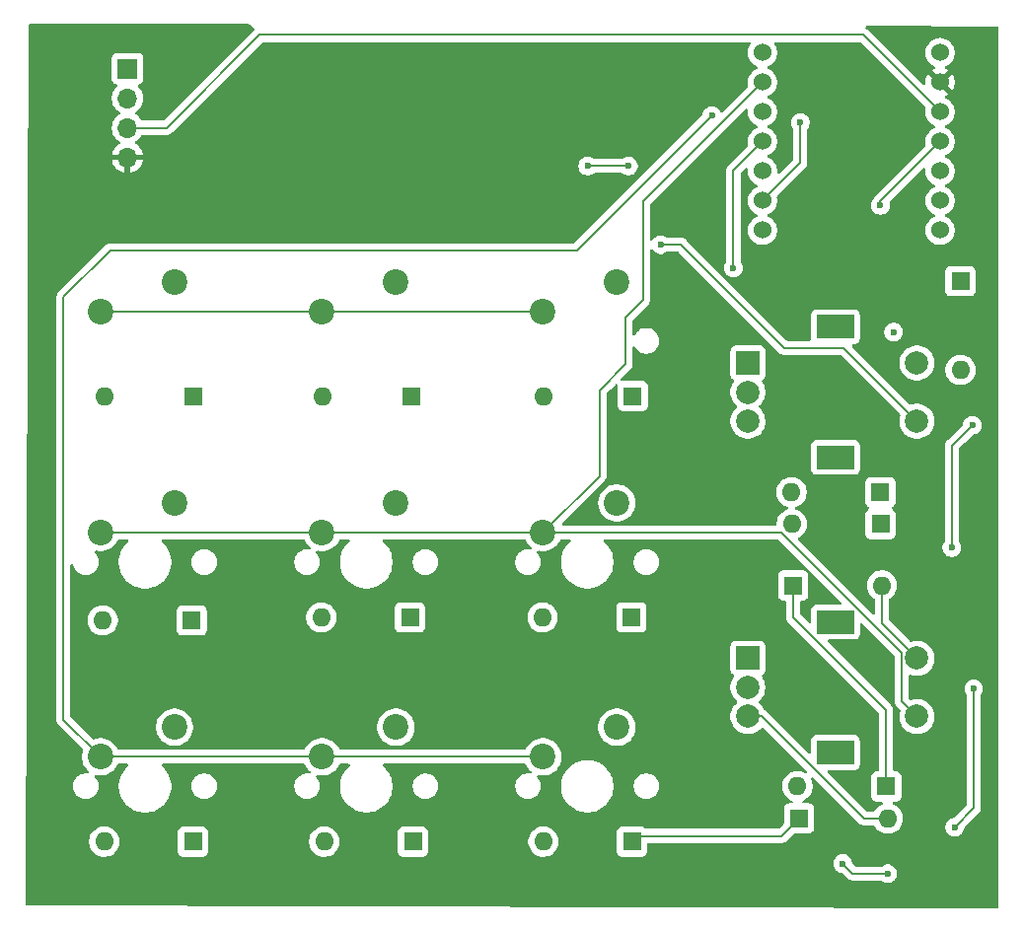
<source format=gbl>
G04 #@! TF.GenerationSoftware,KiCad,Pcbnew,9.0.7*
G04 #@! TF.CreationDate,2026-02-07T16:10:57+01:00*
G04 #@! TF.ProjectId,keyboard,6b657962-6f61-4726-942e-6b696361645f,rev?*
G04 #@! TF.SameCoordinates,Original*
G04 #@! TF.FileFunction,Copper,L2,Bot*
G04 #@! TF.FilePolarity,Positive*
%FSLAX46Y46*%
G04 Gerber Fmt 4.6, Leading zero omitted, Abs format (unit mm)*
G04 Created by KiCad (PCBNEW 9.0.7) date 2026-02-07 16:10:57*
%MOMM*%
%LPD*%
G01*
G04 APERTURE LIST*
G04 #@! TA.AperFunction,ComponentPad*
%ADD10R,2.000000X2.000000*%
G04 #@! TD*
G04 #@! TA.AperFunction,ComponentPad*
%ADD11C,2.000000*%
G04 #@! TD*
G04 #@! TA.AperFunction,ComponentPad*
%ADD12R,3.200000X2.000000*%
G04 #@! TD*
G04 #@! TA.AperFunction,ComponentPad*
%ADD13C,2.200000*%
G04 #@! TD*
G04 #@! TA.AperFunction,ComponentPad*
%ADD14R,1.700000X1.700000*%
G04 #@! TD*
G04 #@! TA.AperFunction,ComponentPad*
%ADD15O,1.700000X1.700000*%
G04 #@! TD*
G04 #@! TA.AperFunction,ComponentPad*
%ADD16C,1.524000*%
G04 #@! TD*
G04 #@! TA.AperFunction,ComponentPad*
%ADD17R,1.600000X1.600000*%
G04 #@! TD*
G04 #@! TA.AperFunction,ComponentPad*
%ADD18O,1.600000X1.600000*%
G04 #@! TD*
G04 #@! TA.AperFunction,ViaPad*
%ADD19C,0.600000*%
G04 #@! TD*
G04 #@! TA.AperFunction,Conductor*
%ADD20C,0.200000*%
G04 #@! TD*
G04 APERTURE END LIST*
D10*
G04 #@! TO.P,SW11,A,A*
G04 #@! TO.N,Net-(D13-A)*
X181250000Y-79500000D03*
D11*
G04 #@! TO.P,SW11,B,B*
G04 #@! TO.N,Net-(D14-A)*
X181250000Y-84500000D03*
G04 #@! TO.P,SW11,C,C*
G04 #@! TO.N,C4*
X181250000Y-82000000D03*
D12*
G04 #@! TO.P,SW11,MP*
G04 #@! TO.N,N/C*
X188750000Y-76400000D03*
X188750000Y-87600000D03*
D11*
G04 #@! TO.P,SW11,S1,S1*
G04 #@! TO.N,C2*
X195750000Y-84500000D03*
G04 #@! TO.P,SW11,S2,S2*
G04 #@! TO.N,Net-(D15-A)*
X195750000Y-79500000D03*
G04 #@! TD*
D13*
G04 #@! TO.P,SW4,1,1*
G04 #@! TO.N,Net-(D2-A)*
X132040000Y-85420000D03*
G04 #@! TO.P,SW4,2,2*
G04 #@! TO.N,C3*
X125690000Y-87960000D03*
G04 #@! TD*
G04 #@! TO.P,SW9,1,1*
G04 #@! TO.N,Net-(D5-A)*
X170000000Y-66170000D03*
G04 #@! TO.P,SW9,2,2*
G04 #@! TO.N,C2*
X163650000Y-68710000D03*
G04 #@! TD*
D14*
G04 #@! TO.P,J1,1,Pin_1*
G04 #@! TO.N,SDA*
X128000000Y-28880000D03*
D15*
G04 #@! TO.P,J1,2,Pin_2*
G04 #@! TO.N,SCL*
X128000000Y-31420000D03*
G04 #@! TO.P,J1,3,Pin_3*
G04 #@! TO.N,3V3*
X128000000Y-33960000D03*
G04 #@! TO.P,J1,4,Pin_4*
G04 #@! TO.N,GND*
X128000000Y-36500000D03*
G04 #@! TD*
D16*
G04 #@! TO.P,U1,1,GPIO26/ADC0/A0*
G04 #@! TO.N,C1*
X182500000Y-27510000D03*
G04 #@! TO.P,U1,2,GPIO27/ADC1/A1*
G04 #@! TO.N,C2*
X182500000Y-30050000D03*
G04 #@! TO.P,U1,3,GPIO28/ADC2/A2*
G04 #@! TO.N,C3*
X182500000Y-32590000D03*
G04 #@! TO.P,U1,4,GPIO29/ADC3/A3*
G04 #@! TO.N,C4*
X182500000Y-35130000D03*
G04 #@! TO.P,U1,5,GPIO6/SDA*
G04 #@! TO.N,SDA*
X182500000Y-37670000D03*
G04 #@! TO.P,U1,6,GPIO7/SCL*
G04 #@! TO.N,SCL*
X182500000Y-40210000D03*
G04 #@! TO.P,U1,7,GPIO0/TX*
G04 #@! TO.N,R3*
X182500000Y-42750000D03*
G04 #@! TO.P,U1,8,GPIO1/RX*
G04 #@! TO.N,R4*
X197740000Y-42750000D03*
G04 #@! TO.P,U1,9,GPIO2/SCK*
G04 #@! TO.N,SCK*
X197740000Y-40210000D03*
G04 #@! TO.P,U1,10,GPIO4/MISO*
G04 #@! TO.N,R2*
X197740000Y-37670000D03*
G04 #@! TO.P,U1,11,GPIO3/MOSI*
G04 #@! TO.N,R1*
X197740000Y-35130000D03*
G04 #@! TO.P,U1,12,3V3*
G04 #@! TO.N,3V3*
X197740000Y-32590000D03*
G04 #@! TO.P,U1,13,GND*
G04 #@! TO.N,GND*
X197740000Y-30050000D03*
G04 #@! TO.P,U1,14,VBUS*
G04 #@! TO.N,5V*
X197740000Y-27510000D03*
G04 #@! TD*
D13*
G04 #@! TO.P,SW2,1,1*
G04 #@! TO.N,Net-(D9-A)*
X132040000Y-47170000D03*
G04 #@! TO.P,SW2,2,2*
G04 #@! TO.N,C1*
X125690000Y-49710000D03*
G04 #@! TD*
G04 #@! TO.P,SW3,1,1*
G04 #@! TO.N,Net-(D1-A)*
X132040000Y-66170000D03*
G04 #@! TO.P,SW3,2,2*
G04 #@! TO.N,C2*
X125690000Y-68710000D03*
G04 #@! TD*
G04 #@! TO.P,SW10,1,1*
G04 #@! TO.N,Net-(D4-A)*
X170000000Y-85420000D03*
G04 #@! TO.P,SW10,2,2*
G04 #@! TO.N,C3*
X163650000Y-87960000D03*
G04 #@! TD*
D10*
G04 #@! TO.P,SW1,A,A*
G04 #@! TO.N,Net-(D10-A)*
X181250000Y-54150000D03*
D11*
G04 #@! TO.P,SW1,B,B*
G04 #@! TO.N,Net-(D11-A)*
X181250000Y-59150000D03*
G04 #@! TO.P,SW1,C,C*
G04 #@! TO.N,C4*
X181250000Y-56650000D03*
D12*
G04 #@! TO.P,SW1,MP*
G04 #@! TO.N,N/C*
X188750000Y-51050000D03*
X188750000Y-62250000D03*
D11*
G04 #@! TO.P,SW1,S1,S1*
G04 #@! TO.N,C1*
X195750000Y-59150000D03*
G04 #@! TO.P,SW1,S2,S2*
G04 #@! TO.N,Net-(D12-A)*
X195750000Y-54150000D03*
G04 #@! TD*
D13*
G04 #@! TO.P,SW8,1,1*
G04 #@! TO.N,Net-(D6-A)*
X170000000Y-47170000D03*
G04 #@! TO.P,SW8,2,2*
G04 #@! TO.N,C1*
X163650000Y-49710000D03*
G04 #@! TD*
G04 #@! TO.P,SW7,1,1*
G04 #@! TO.N,Net-(D3-A)*
X151040000Y-85420000D03*
G04 #@! TO.P,SW7,2,2*
G04 #@! TO.N,C3*
X144690000Y-87960000D03*
G04 #@! TD*
G04 #@! TO.P,SW6,1,1*
G04 #@! TO.N,Net-(D8-A)*
X151040000Y-66170000D03*
G04 #@! TO.P,SW6,2,2*
G04 #@! TO.N,C2*
X144690000Y-68710000D03*
G04 #@! TD*
G04 #@! TO.P,SW5,1,1*
G04 #@! TO.N,Net-(D7-A)*
X151040000Y-47170000D03*
G04 #@! TO.P,SW5,2,2*
G04 #@! TO.N,C1*
X144690000Y-49710000D03*
G04 #@! TD*
D17*
G04 #@! TO.P,D1,1,K*
G04 #@! TO.N,R1*
X133500000Y-76250000D03*
D18*
G04 #@! TO.P,D1,2,A*
G04 #@! TO.N,Net-(D1-A)*
X125880000Y-76250000D03*
G04 #@! TD*
D17*
G04 #@! TO.P,D15,1,K*
G04 #@! TO.N,R4*
X185130000Y-73250000D03*
D18*
G04 #@! TO.P,D15,2,A*
G04 #@! TO.N,Net-(D15-A)*
X192750000Y-73250000D03*
G04 #@! TD*
D17*
G04 #@! TO.P,D6,1,K*
G04 #@! TO.N,R3*
X171370000Y-57000000D03*
D18*
G04 #@! TO.P,D6,2,A*
G04 #@! TO.N,Net-(D6-A)*
X163750000Y-57000000D03*
G04 #@! TD*
D17*
G04 #@! TO.P,D2,1,K*
G04 #@! TO.N,R1*
X133620000Y-95250000D03*
D18*
G04 #@! TO.P,D2,2,A*
G04 #@! TO.N,Net-(D2-A)*
X126000000Y-95250000D03*
G04 #@! TD*
D17*
G04 #@! TO.P,D5,1,K*
G04 #@! TO.N,R3*
X171250000Y-76000000D03*
D18*
G04 #@! TO.P,D5,2,A*
G04 #@! TO.N,Net-(D5-A)*
X163630000Y-76000000D03*
G04 #@! TD*
D17*
G04 #@! TO.P,D14,1,K*
G04 #@! TO.N,R3*
X185630000Y-93250000D03*
D18*
G04 #@! TO.P,D14,2,A*
G04 #@! TO.N,Net-(D14-A)*
X193250000Y-93250000D03*
G04 #@! TD*
D17*
G04 #@! TO.P,D10,1,K*
G04 #@! TO.N,R1*
X192620000Y-65250000D03*
D18*
G04 #@! TO.P,D10,2,A*
G04 #@! TO.N,Net-(D10-A)*
X185000000Y-65250000D03*
G04 #@! TD*
D17*
G04 #@! TO.P,D12,1,K*
G04 #@! TO.N,R4*
X199500000Y-47130000D03*
D18*
G04 #@! TO.P,D12,2,A*
G04 #@! TO.N,Net-(D12-A)*
X199500000Y-54750000D03*
G04 #@! TD*
D17*
G04 #@! TO.P,D4,1,K*
G04 #@! TO.N,R3*
X171310000Y-95250000D03*
D18*
G04 #@! TO.P,D4,2,A*
G04 #@! TO.N,Net-(D4-A)*
X163690000Y-95250000D03*
G04 #@! TD*
D17*
G04 #@! TO.P,D7,1,K*
G04 #@! TO.N,R2*
X152370000Y-57000000D03*
D18*
G04 #@! TO.P,D7,2,A*
G04 #@! TO.N,Net-(D7-A)*
X144750000Y-57000000D03*
G04 #@! TD*
D17*
G04 #@! TO.P,D9,1,K*
G04 #@! TO.N,R1*
X133620000Y-57000000D03*
D18*
G04 #@! TO.P,D9,2,A*
G04 #@! TO.N,Net-(D9-A)*
X126000000Y-57000000D03*
G04 #@! TD*
D17*
G04 #@! TO.P,D13,1,K*
G04 #@! TO.N,R4*
X193120000Y-90500000D03*
D18*
G04 #@! TO.P,D13,2,A*
G04 #@! TO.N,Net-(D13-A)*
X185500000Y-90500000D03*
G04 #@! TD*
D17*
G04 #@! TO.P,D8,1,K*
G04 #@! TO.N,R2*
X152250000Y-76000000D03*
D18*
G04 #@! TO.P,D8,2,A*
G04 #@! TO.N,Net-(D8-A)*
X144630000Y-76000000D03*
G04 #@! TD*
D17*
G04 #@! TO.P,D3,1,K*
G04 #@! TO.N,R2*
X152500000Y-95250000D03*
D18*
G04 #@! TO.P,D3,2,A*
G04 #@! TO.N,Net-(D3-A)*
X144880000Y-95250000D03*
G04 #@! TD*
D17*
G04 #@! TO.P,D11,1,K*
G04 #@! TO.N,R2*
X192631546Y-67971381D03*
D18*
G04 #@! TO.P,D11,2,A*
G04 #@! TO.N,Net-(D11-A)*
X185011546Y-67971381D03*
G04 #@! TD*
D19*
G04 #@! TO.N,R1*
X171000000Y-37250000D03*
X167500000Y-37250000D03*
X192620000Y-40630000D03*
G04 #@! TO.N,R2*
X193750000Y-51500000D03*
G04 #@! TO.N,Net-(D16-DOUT)*
X198750000Y-70000000D03*
X200500000Y-59500000D03*
G04 #@! TO.N,GND*
X198750000Y-56500000D03*
G04 #@! TO.N,Net-(D18-DOUT)*
X199000000Y-94000000D03*
X200625000Y-82125000D03*
G04 #@! TO.N,Net-(D19-DOUT)*
X193250000Y-98000000D03*
X189375000Y-97125000D03*
G04 #@! TO.N,SCL*
X185750000Y-33500000D03*
G04 #@! TO.N,C4*
X180000000Y-46000000D03*
G04 #@! TO.N,C1*
X173750000Y-44000000D03*
G04 #@! TO.N,C3*
X178149052Y-32899052D03*
G04 #@! TD*
D20*
G04 #@! TO.N,R1*
X192620000Y-40630000D02*
X192620000Y-40250000D01*
X192620000Y-40250000D02*
X197740000Y-35130000D01*
X167500000Y-37250000D02*
X171000000Y-37250000D01*
G04 #@! TO.N,R2*
X193750000Y-51500000D02*
X193750000Y-51460000D01*
G04 #@! TO.N,R3*
X185630000Y-93250000D02*
X184130000Y-94750000D01*
X184130000Y-94750000D02*
X171810000Y-94750000D01*
X171810000Y-94750000D02*
X171310000Y-95250000D01*
G04 #@! TO.N,R4*
X193120000Y-90500000D02*
X193120000Y-83970000D01*
X193120000Y-83970000D02*
X185130000Y-75980000D01*
X185130000Y-75980000D02*
X185130000Y-73250000D01*
G04 #@! TO.N,Net-(D14-A)*
X193250000Y-93250000D02*
X191200000Y-93250000D01*
X182450000Y-84500000D02*
X181250000Y-84500000D01*
X191200000Y-93250000D02*
X182450000Y-84500000D01*
G04 #@! TO.N,Net-(D15-A)*
X192750000Y-73250000D02*
X192750000Y-76500000D01*
X192750000Y-76500000D02*
X195750000Y-79500000D01*
G04 #@! TO.N,Net-(D16-DOUT)*
X198750000Y-70000000D02*
X198750000Y-61250000D01*
X198750000Y-61250000D02*
X200500000Y-59500000D01*
G04 #@! TO.N,Net-(D18-DOUT)*
X200625000Y-92375000D02*
X199000000Y-94000000D01*
X200625000Y-82125000D02*
X200625000Y-92375000D01*
G04 #@! TO.N,Net-(D19-DOUT)*
X189375000Y-97125000D02*
X190250000Y-98000000D01*
X190250000Y-98000000D02*
X193250000Y-98000000D01*
G04 #@! TO.N,SCL*
X185750000Y-36960000D02*
X182500000Y-40210000D01*
X185750000Y-33500000D02*
X185750000Y-36960000D01*
G04 #@! TO.N,3V3*
X191150000Y-26000000D02*
X139330000Y-26000000D01*
X197740000Y-32590000D02*
X191150000Y-26000000D01*
X139330000Y-26000000D02*
X131370000Y-33960000D01*
X131370000Y-33960000D02*
X128000000Y-33960000D01*
G04 #@! TO.N,C4*
X182500000Y-35130000D02*
X180000000Y-37630000D01*
X180000000Y-37630000D02*
X180000000Y-46000000D01*
G04 #@! TO.N,C1*
X125690000Y-49710000D02*
X163650000Y-49710000D01*
X189450000Y-52850000D02*
X184350000Y-52850000D01*
X175500000Y-44000000D02*
X173750000Y-44000000D01*
X184350000Y-52850000D02*
X175500000Y-44000000D01*
X195750000Y-59150000D02*
X189450000Y-52850000D01*
G04 #@! TO.N,C2*
X125690000Y-68710000D02*
X163650000Y-68710000D01*
X194450000Y-79050000D02*
X194450000Y-83200000D01*
X163650000Y-68710000D02*
X184110000Y-68710000D01*
X168500000Y-63860000D02*
X168500000Y-56500000D01*
X172250000Y-40300000D02*
X182500000Y-30050000D01*
X172250000Y-48750000D02*
X172250000Y-40300000D01*
X184110000Y-68710000D02*
X194450000Y-79050000D01*
X168500000Y-56500000D02*
X170750000Y-54250000D01*
X163650000Y-68710000D02*
X168500000Y-63860000D01*
X194450000Y-83200000D02*
X195750000Y-84500000D01*
X170750000Y-50250000D02*
X172250000Y-48750000D01*
X170750000Y-54250000D02*
X170750000Y-50250000D01*
G04 #@! TO.N,C3*
X122500000Y-48500000D02*
X126500000Y-44500000D01*
X125690000Y-87960000D02*
X122500000Y-84770000D01*
X178149052Y-32899053D02*
X178149052Y-32899052D01*
X126500000Y-44500000D02*
X166548105Y-44500000D01*
X125690000Y-87960000D02*
X163650000Y-87960000D01*
X122500000Y-84770000D02*
X122500000Y-48500000D01*
X178149053Y-32899052D02*
X178250000Y-32798105D01*
X178149052Y-32899052D02*
X178149053Y-32899052D01*
X166548105Y-44500000D02*
X178149052Y-32899053D01*
G04 #@! TD*
G04 #@! TA.AperFunction,Conductor*
G04 #@! TO.N,GND*
G36*
X123715447Y-25012659D02*
G01*
X138423408Y-25056827D01*
X138490385Y-25076711D01*
X138505414Y-25088146D01*
X138876819Y-25418284D01*
X138883544Y-25429046D01*
X138893704Y-25436651D01*
X138901708Y-25458112D01*
X138913847Y-25477535D01*
X138913686Y-25490223D01*
X138918122Y-25502115D01*
X138913253Y-25524496D01*
X138912964Y-25547399D01*
X138905616Y-25559607D01*
X138903271Y-25570388D01*
X138882121Y-25598643D01*
X138849480Y-25631284D01*
X138849478Y-25631286D01*
X131157584Y-33323181D01*
X131096261Y-33356666D01*
X131069903Y-33359500D01*
X129285719Y-33359500D01*
X129218680Y-33339815D01*
X129175235Y-33291795D01*
X129155052Y-33252185D01*
X129155051Y-33252184D01*
X129030109Y-33080213D01*
X128879786Y-32929890D01*
X128707820Y-32804951D01*
X128707115Y-32804591D01*
X128699054Y-32800485D01*
X128648259Y-32752512D01*
X128631463Y-32684692D01*
X128653999Y-32618556D01*
X128699054Y-32579515D01*
X128707816Y-32575051D01*
X128729789Y-32559086D01*
X128879786Y-32450109D01*
X128879788Y-32450106D01*
X128879792Y-32450104D01*
X129030104Y-32299792D01*
X129030106Y-32299788D01*
X129030109Y-32299786D01*
X129155048Y-32127820D01*
X129155047Y-32127820D01*
X129155051Y-32127816D01*
X129251557Y-31938412D01*
X129317246Y-31736243D01*
X129350500Y-31526287D01*
X129350500Y-31313713D01*
X129317246Y-31103757D01*
X129251557Y-30901588D01*
X129155051Y-30712184D01*
X129155049Y-30712181D01*
X129155048Y-30712179D01*
X129030109Y-30540213D01*
X128916569Y-30426673D01*
X128883084Y-30365350D01*
X128888068Y-30295658D01*
X128929940Y-30239725D01*
X128960915Y-30222810D01*
X129092331Y-30173796D01*
X129207546Y-30087546D01*
X129293796Y-29972331D01*
X129344091Y-29837483D01*
X129350500Y-29777873D01*
X129350499Y-27982128D01*
X129344091Y-27922517D01*
X129300497Y-27805636D01*
X129293797Y-27787671D01*
X129293793Y-27787664D01*
X129207547Y-27672455D01*
X129207544Y-27672452D01*
X129092335Y-27586206D01*
X129092328Y-27586202D01*
X128957482Y-27535908D01*
X128957483Y-27535908D01*
X128897883Y-27529501D01*
X128897881Y-27529500D01*
X128897873Y-27529500D01*
X128897864Y-27529500D01*
X127102129Y-27529500D01*
X127102123Y-27529501D01*
X127042516Y-27535908D01*
X126907671Y-27586202D01*
X126907664Y-27586206D01*
X126792455Y-27672452D01*
X126792452Y-27672455D01*
X126706206Y-27787664D01*
X126706202Y-27787671D01*
X126655908Y-27922517D01*
X126649501Y-27982116D01*
X126649501Y-27982123D01*
X126649500Y-27982135D01*
X126649500Y-29777870D01*
X126649501Y-29777876D01*
X126655908Y-29837483D01*
X126706202Y-29972328D01*
X126706206Y-29972335D01*
X126792452Y-30087544D01*
X126792455Y-30087547D01*
X126907664Y-30173793D01*
X126907671Y-30173797D01*
X127039082Y-30222810D01*
X127095016Y-30264681D01*
X127119433Y-30330145D01*
X127104582Y-30398418D01*
X127083431Y-30426673D01*
X126969889Y-30540215D01*
X126844951Y-30712179D01*
X126748444Y-30901585D01*
X126682753Y-31103760D01*
X126678698Y-31129364D01*
X126649500Y-31313713D01*
X126649500Y-31526287D01*
X126682754Y-31736243D01*
X126745159Y-31928306D01*
X126748444Y-31938414D01*
X126844951Y-32127820D01*
X126969890Y-32299786D01*
X127120213Y-32450109D01*
X127292182Y-32575050D01*
X127300946Y-32579516D01*
X127351742Y-32627491D01*
X127368536Y-32695312D01*
X127345998Y-32761447D01*
X127300946Y-32800484D01*
X127292182Y-32804949D01*
X127120213Y-32929890D01*
X126969890Y-33080213D01*
X126844951Y-33252179D01*
X126748444Y-33441585D01*
X126682753Y-33643760D01*
X126668540Y-33733497D01*
X126649500Y-33853713D01*
X126649500Y-34066287D01*
X126682754Y-34276243D01*
X126745159Y-34468306D01*
X126748444Y-34478414D01*
X126844951Y-34667820D01*
X126969890Y-34839786D01*
X127120213Y-34990109D01*
X127292179Y-35115048D01*
X127292181Y-35115049D01*
X127292184Y-35115051D01*
X127301493Y-35119794D01*
X127352290Y-35167766D01*
X127369087Y-35235587D01*
X127346552Y-35301722D01*
X127301502Y-35340762D01*
X127292443Y-35345378D01*
X127120540Y-35470272D01*
X127120535Y-35470276D01*
X126970276Y-35620535D01*
X126970272Y-35620540D01*
X126845379Y-35792442D01*
X126748904Y-35981782D01*
X126683242Y-36183870D01*
X126683242Y-36183873D01*
X126672769Y-36250000D01*
X127566988Y-36250000D01*
X127534075Y-36307007D01*
X127500000Y-36434174D01*
X127500000Y-36565826D01*
X127534075Y-36692993D01*
X127566988Y-36750000D01*
X126672769Y-36750000D01*
X126683242Y-36816126D01*
X126683242Y-36816129D01*
X126748904Y-37018217D01*
X126845379Y-37207557D01*
X126970272Y-37379459D01*
X126970276Y-37379464D01*
X127120535Y-37529723D01*
X127120540Y-37529727D01*
X127292442Y-37654620D01*
X127481782Y-37751095D01*
X127683871Y-37816757D01*
X127750000Y-37827231D01*
X127750000Y-36933012D01*
X127807007Y-36965925D01*
X127934174Y-37000000D01*
X128065826Y-37000000D01*
X128192993Y-36965925D01*
X128250000Y-36933012D01*
X128250000Y-37827230D01*
X128316126Y-37816757D01*
X128316129Y-37816757D01*
X128518217Y-37751095D01*
X128707557Y-37654620D01*
X128879459Y-37529727D01*
X128879464Y-37529723D01*
X129029723Y-37379464D01*
X129029727Y-37379459D01*
X129154620Y-37207557D01*
X129173170Y-37171153D01*
X166699500Y-37171153D01*
X166699500Y-37328846D01*
X166730261Y-37483489D01*
X166730264Y-37483501D01*
X166790602Y-37629172D01*
X166790609Y-37629185D01*
X166878210Y-37760288D01*
X166878213Y-37760292D01*
X166989707Y-37871786D01*
X166989711Y-37871789D01*
X167120814Y-37959390D01*
X167120827Y-37959397D01*
X167266498Y-38019735D01*
X167266503Y-38019737D01*
X167421153Y-38050499D01*
X167421156Y-38050500D01*
X167421158Y-38050500D01*
X167578844Y-38050500D01*
X167578845Y-38050499D01*
X167733497Y-38019737D01*
X167879179Y-37959394D01*
X167939922Y-37918807D01*
X168010875Y-37871398D01*
X168077553Y-37850520D01*
X168079766Y-37850500D01*
X170420234Y-37850500D01*
X170487273Y-37870185D01*
X170489125Y-37871398D01*
X170620814Y-37959390D01*
X170620827Y-37959397D01*
X170766498Y-38019735D01*
X170766503Y-38019737D01*
X170921153Y-38050499D01*
X170921156Y-38050500D01*
X170921158Y-38050500D01*
X171078844Y-38050500D01*
X171078845Y-38050499D01*
X171233497Y-38019737D01*
X171379179Y-37959394D01*
X171510289Y-37871789D01*
X171621789Y-37760289D01*
X171709394Y-37629179D01*
X171769737Y-37483497D01*
X171800500Y-37328842D01*
X171800500Y-37171158D01*
X171800500Y-37171155D01*
X171800499Y-37171153D01*
X171796188Y-37149480D01*
X171769737Y-37016503D01*
X171748787Y-36965925D01*
X171709397Y-36870827D01*
X171709390Y-36870814D01*
X171621789Y-36739711D01*
X171621786Y-36739707D01*
X171510292Y-36628213D01*
X171510288Y-36628210D01*
X171379185Y-36540609D01*
X171379172Y-36540602D01*
X171233501Y-36480264D01*
X171233489Y-36480261D01*
X171078845Y-36449500D01*
X171078842Y-36449500D01*
X170921158Y-36449500D01*
X170921155Y-36449500D01*
X170766510Y-36480261D01*
X170766498Y-36480264D01*
X170620827Y-36540602D01*
X170620814Y-36540609D01*
X170489125Y-36628602D01*
X170422447Y-36649480D01*
X170420234Y-36649500D01*
X168079766Y-36649500D01*
X168012727Y-36629815D01*
X168010875Y-36628602D01*
X167879185Y-36540609D01*
X167879172Y-36540602D01*
X167733501Y-36480264D01*
X167733489Y-36480261D01*
X167578845Y-36449500D01*
X167578842Y-36449500D01*
X167421158Y-36449500D01*
X167421155Y-36449500D01*
X167266510Y-36480261D01*
X167266498Y-36480264D01*
X167120827Y-36540602D01*
X167120814Y-36540609D01*
X166989711Y-36628210D01*
X166989707Y-36628213D01*
X166878213Y-36739707D01*
X166878210Y-36739711D01*
X166790609Y-36870814D01*
X166790602Y-36870827D01*
X166730264Y-37016498D01*
X166730261Y-37016510D01*
X166699500Y-37171153D01*
X129173170Y-37171153D01*
X129204956Y-37108771D01*
X129251095Y-37018217D01*
X129316757Y-36816129D01*
X129316757Y-36816126D01*
X129327231Y-36750000D01*
X128433012Y-36750000D01*
X128465925Y-36692993D01*
X128500000Y-36565826D01*
X128500000Y-36434174D01*
X128465925Y-36307007D01*
X128433012Y-36250000D01*
X129327231Y-36250000D01*
X129316757Y-36183873D01*
X129316757Y-36183870D01*
X129251095Y-35981782D01*
X129154620Y-35792442D01*
X129029727Y-35620540D01*
X129029723Y-35620535D01*
X128879464Y-35470276D01*
X128879459Y-35470272D01*
X128707555Y-35345377D01*
X128698500Y-35340763D01*
X128647706Y-35292788D01*
X128630912Y-35224966D01*
X128653451Y-35158832D01*
X128698508Y-35119793D01*
X128707816Y-35115051D01*
X128824000Y-35030639D01*
X128879786Y-34990109D01*
X128879788Y-34990106D01*
X128879792Y-34990104D01*
X129030104Y-34839792D01*
X129030106Y-34839788D01*
X129030109Y-34839786D01*
X129088661Y-34759193D01*
X129155051Y-34667816D01*
X129166489Y-34645368D01*
X129175235Y-34628205D01*
X129223209Y-34577409D01*
X129285719Y-34560500D01*
X131283331Y-34560500D01*
X131283347Y-34560501D01*
X131290943Y-34560501D01*
X131449054Y-34560501D01*
X131449057Y-34560501D01*
X131601785Y-34519577D01*
X131651904Y-34490639D01*
X131738716Y-34440520D01*
X131850520Y-34328716D01*
X131850520Y-34328714D01*
X131860728Y-34318507D01*
X131860729Y-34318504D01*
X139542416Y-26636819D01*
X139603739Y-26603334D01*
X139630097Y-26600500D01*
X181356891Y-26600500D01*
X181423930Y-26620185D01*
X181469685Y-26672989D01*
X181479629Y-26742147D01*
X181457209Y-26797384D01*
X181441584Y-26818891D01*
X181420213Y-26848305D01*
X181329994Y-27025367D01*
X181329993Y-27025370D01*
X181268587Y-27214362D01*
X181237500Y-27410639D01*
X181237500Y-27609360D01*
X181268587Y-27805637D01*
X181329993Y-27994629D01*
X181329994Y-27994632D01*
X181420213Y-28171694D01*
X181537019Y-28332464D01*
X181677536Y-28472981D01*
X181838306Y-28589787D01*
X181956832Y-28650179D01*
X181994780Y-28669515D01*
X182045576Y-28717490D01*
X182062371Y-28785311D01*
X182039833Y-28851446D01*
X181994780Y-28890485D01*
X181838305Y-28970213D01*
X181677533Y-29087021D01*
X181537021Y-29227533D01*
X181420213Y-29388305D01*
X181329994Y-29565367D01*
X181329993Y-29565370D01*
X181268587Y-29754362D01*
X181237500Y-29950639D01*
X181237500Y-30149360D01*
X181268586Y-30345636D01*
X181269131Y-30347903D01*
X181269086Y-30348790D01*
X181269349Y-30350448D01*
X181269000Y-30350503D01*
X181265638Y-30417685D01*
X181236237Y-30464526D01*
X179084111Y-32616652D01*
X179022788Y-32650137D01*
X178953096Y-32645153D01*
X178897163Y-32603281D01*
X178881872Y-32576429D01*
X178858446Y-32519873D01*
X178858442Y-32519866D01*
X178770841Y-32388763D01*
X178770838Y-32388759D01*
X178659344Y-32277265D01*
X178659340Y-32277262D01*
X178528237Y-32189661D01*
X178528224Y-32189654D01*
X178382553Y-32129316D01*
X178382541Y-32129313D01*
X178227897Y-32098552D01*
X178227894Y-32098552D01*
X178070210Y-32098552D01*
X178070207Y-32098552D01*
X177915562Y-32129313D01*
X177915550Y-32129316D01*
X177769879Y-32189654D01*
X177769866Y-32189661D01*
X177638763Y-32277262D01*
X177638759Y-32277265D01*
X177527265Y-32388759D01*
X177527262Y-32388763D01*
X177439661Y-32519866D01*
X177439654Y-32519879D01*
X177379316Y-32665550D01*
X177379313Y-32665560D01*
X177348413Y-32820902D01*
X177316028Y-32882813D01*
X177314477Y-32884391D01*
X166335689Y-43863181D01*
X166274366Y-43896666D01*
X166248008Y-43899500D01*
X126579057Y-43899500D01*
X126420942Y-43899500D01*
X126268215Y-43940423D01*
X126268214Y-43940423D01*
X126268212Y-43940424D01*
X126268209Y-43940425D01*
X126218096Y-43969359D01*
X126218095Y-43969360D01*
X126174689Y-43994420D01*
X126131285Y-44019479D01*
X126131282Y-44019481D01*
X122019479Y-48131284D01*
X122002822Y-48160135D01*
X121995782Y-48172331D01*
X121940423Y-48268215D01*
X121899499Y-48420943D01*
X121899499Y-48420945D01*
X121899499Y-48589046D01*
X121899500Y-48589059D01*
X121899500Y-84683330D01*
X121899499Y-84683348D01*
X121899499Y-84849054D01*
X121899498Y-84849054D01*
X121940423Y-85001785D01*
X121965496Y-85045211D01*
X121965497Y-85045215D01*
X121965498Y-85045215D01*
X122019479Y-85138714D01*
X122019481Y-85138717D01*
X122138349Y-85257585D01*
X122138355Y-85257590D01*
X124157841Y-87277076D01*
X124191326Y-87338399D01*
X124188091Y-87403076D01*
X124128910Y-87585214D01*
X124089500Y-87834038D01*
X124089500Y-88085961D01*
X124128910Y-88334785D01*
X124206760Y-88574383D01*
X124271860Y-88702147D01*
X124312993Y-88782876D01*
X124321132Y-88798848D01*
X124469201Y-89002649D01*
X124469205Y-89002654D01*
X124469207Y-89002656D01*
X124647344Y-89180793D01*
X124647345Y-89180794D01*
X124647344Y-89180794D01*
X124653661Y-89185383D01*
X124696327Y-89240714D01*
X124702305Y-89310327D01*
X124669699Y-89372122D01*
X124608860Y-89406479D01*
X124561378Y-89408174D01*
X124506611Y-89399500D01*
X124333389Y-89399500D01*
X124293728Y-89405781D01*
X124162302Y-89426597D01*
X123997552Y-89480128D01*
X123843211Y-89558768D01*
X123786289Y-89600125D01*
X123703072Y-89660586D01*
X123703070Y-89660588D01*
X123703069Y-89660588D01*
X123580588Y-89783069D01*
X123580588Y-89783070D01*
X123580586Y-89783072D01*
X123554929Y-89818386D01*
X123478768Y-89923211D01*
X123400128Y-90077552D01*
X123346597Y-90242302D01*
X123321993Y-90397648D01*
X123319500Y-90413389D01*
X123319500Y-90586611D01*
X123346598Y-90757701D01*
X123400127Y-90922445D01*
X123478768Y-91076788D01*
X123580586Y-91216928D01*
X123703072Y-91339414D01*
X123843212Y-91441232D01*
X123997555Y-91519873D01*
X124162299Y-91573402D01*
X124333389Y-91600500D01*
X124333390Y-91600500D01*
X124506610Y-91600500D01*
X124506611Y-91600500D01*
X124677701Y-91573402D01*
X124842445Y-91519873D01*
X124996788Y-91441232D01*
X125136928Y-91339414D01*
X125259414Y-91216928D01*
X125361232Y-91076788D01*
X125439873Y-90922445D01*
X125493402Y-90757701D01*
X125520500Y-90586611D01*
X125520500Y-90413389D01*
X125493402Y-90242299D01*
X125439873Y-90077555D01*
X125361232Y-89923212D01*
X125259414Y-89783072D01*
X125207482Y-89731140D01*
X125173997Y-89669817D01*
X125178981Y-89600125D01*
X125220853Y-89544192D01*
X125286317Y-89519775D01*
X125314561Y-89520986D01*
X125315212Y-89521089D01*
X125315215Y-89521090D01*
X125564038Y-89560500D01*
X125564039Y-89560500D01*
X125815961Y-89560500D01*
X125815962Y-89560500D01*
X126064785Y-89521090D01*
X126304379Y-89443241D01*
X126528845Y-89328870D01*
X126732656Y-89180793D01*
X126910793Y-89002656D01*
X127058870Y-88798845D01*
X127145815Y-88628204D01*
X127193789Y-88577409D01*
X127256300Y-88560500D01*
X127965462Y-88560500D01*
X128032501Y-88580185D01*
X128078256Y-88632989D01*
X128088200Y-88702147D01*
X128059175Y-88765703D01*
X128040948Y-88782876D01*
X128012959Y-88804352D01*
X128012952Y-88804358D01*
X127804358Y-89012952D01*
X127804352Y-89012959D01*
X127624761Y-89247006D01*
X127477258Y-89502489D01*
X127477254Y-89502499D01*
X127364364Y-89775038D01*
X127364361Y-89775048D01*
X127303877Y-90000781D01*
X127288008Y-90060004D01*
X127288006Y-90060015D01*
X127249500Y-90352486D01*
X127249500Y-90647513D01*
X127270173Y-90804534D01*
X127288007Y-90939993D01*
X127362212Y-91216930D01*
X127364361Y-91224951D01*
X127364364Y-91224961D01*
X127477254Y-91497500D01*
X127477258Y-91497510D01*
X127624761Y-91752993D01*
X127804352Y-91987040D01*
X127804358Y-91987047D01*
X128012952Y-92195641D01*
X128012959Y-92195647D01*
X128247006Y-92375238D01*
X128502489Y-92522741D01*
X128502490Y-92522741D01*
X128502493Y-92522743D01*
X128612683Y-92568385D01*
X128760987Y-92629815D01*
X128775048Y-92635639D01*
X129060007Y-92711993D01*
X129352494Y-92750500D01*
X129352501Y-92750500D01*
X129647499Y-92750500D01*
X129647506Y-92750500D01*
X129939993Y-92711993D01*
X130224952Y-92635639D01*
X130497507Y-92522743D01*
X130752994Y-92375238D01*
X130987042Y-92195646D01*
X131195646Y-91987042D01*
X131375238Y-91752994D01*
X131522743Y-91497507D01*
X131635639Y-91224952D01*
X131711993Y-90939993D01*
X131750500Y-90647506D01*
X131750500Y-90413389D01*
X133479500Y-90413389D01*
X133479500Y-90586611D01*
X133506598Y-90757701D01*
X133560127Y-90922445D01*
X133638768Y-91076788D01*
X133740586Y-91216928D01*
X133863072Y-91339414D01*
X134003212Y-91441232D01*
X134157555Y-91519873D01*
X134322299Y-91573402D01*
X134493389Y-91600500D01*
X134493390Y-91600500D01*
X134666610Y-91600500D01*
X134666611Y-91600500D01*
X134837701Y-91573402D01*
X135002445Y-91519873D01*
X135156788Y-91441232D01*
X135296928Y-91339414D01*
X135419414Y-91216928D01*
X135521232Y-91076788D01*
X135599873Y-90922445D01*
X135653402Y-90757701D01*
X135680500Y-90586611D01*
X135680500Y-90413389D01*
X135653402Y-90242299D01*
X135599873Y-90077555D01*
X135521232Y-89923212D01*
X135419414Y-89783072D01*
X135296928Y-89660586D01*
X135156788Y-89558768D01*
X135002445Y-89480127D01*
X134837701Y-89426598D01*
X134837699Y-89426597D01*
X134837698Y-89426597D01*
X134706271Y-89405781D01*
X134666611Y-89399500D01*
X134493389Y-89399500D01*
X134453728Y-89405781D01*
X134322302Y-89426597D01*
X134157552Y-89480128D01*
X134003211Y-89558768D01*
X133946289Y-89600125D01*
X133863072Y-89660586D01*
X133863070Y-89660588D01*
X133863069Y-89660588D01*
X133740588Y-89783069D01*
X133740588Y-89783070D01*
X133740586Y-89783072D01*
X133714929Y-89818386D01*
X133638768Y-89923211D01*
X133560128Y-90077552D01*
X133506597Y-90242302D01*
X133481993Y-90397648D01*
X133479500Y-90413389D01*
X131750500Y-90413389D01*
X131750500Y-90352494D01*
X131711993Y-90060007D01*
X131635639Y-89775048D01*
X131522743Y-89502493D01*
X131467309Y-89406479D01*
X131375238Y-89247006D01*
X131195647Y-89012959D01*
X131195641Y-89012952D01*
X130987047Y-88804358D01*
X130987040Y-88804352D01*
X130959052Y-88782876D01*
X130917849Y-88726448D01*
X130913694Y-88656702D01*
X130947906Y-88595782D01*
X131009624Y-88563029D01*
X131034538Y-88560500D01*
X143123700Y-88560500D01*
X143190739Y-88580185D01*
X143234184Y-88628204D01*
X143312993Y-88782876D01*
X143321132Y-88798848D01*
X143469201Y-89002649D01*
X143469205Y-89002654D01*
X143469207Y-89002656D01*
X143647344Y-89180793D01*
X143647345Y-89180794D01*
X143647344Y-89180794D01*
X143653661Y-89185383D01*
X143696327Y-89240714D01*
X143702305Y-89310327D01*
X143669699Y-89372122D01*
X143608860Y-89406479D01*
X143561378Y-89408174D01*
X143506611Y-89399500D01*
X143333389Y-89399500D01*
X143293728Y-89405781D01*
X143162302Y-89426597D01*
X142997552Y-89480128D01*
X142843211Y-89558768D01*
X142786289Y-89600125D01*
X142703072Y-89660586D01*
X142703070Y-89660588D01*
X142703069Y-89660588D01*
X142580588Y-89783069D01*
X142580588Y-89783070D01*
X142580586Y-89783072D01*
X142554929Y-89818386D01*
X142478768Y-89923211D01*
X142400128Y-90077552D01*
X142346597Y-90242302D01*
X142321993Y-90397648D01*
X142319500Y-90413389D01*
X142319500Y-90586611D01*
X142346598Y-90757701D01*
X142400127Y-90922445D01*
X142478768Y-91076788D01*
X142580586Y-91216928D01*
X142703072Y-91339414D01*
X142843212Y-91441232D01*
X142997555Y-91519873D01*
X143162299Y-91573402D01*
X143333389Y-91600500D01*
X143333390Y-91600500D01*
X143506610Y-91600500D01*
X143506611Y-91600500D01*
X143677701Y-91573402D01*
X143842445Y-91519873D01*
X143996788Y-91441232D01*
X144136928Y-91339414D01*
X144259414Y-91216928D01*
X144361232Y-91076788D01*
X144439873Y-90922445D01*
X144493402Y-90757701D01*
X144520500Y-90586611D01*
X144520500Y-90413389D01*
X144493402Y-90242299D01*
X144439873Y-90077555D01*
X144361232Y-89923212D01*
X144259414Y-89783072D01*
X144207482Y-89731140D01*
X144173997Y-89669817D01*
X144178981Y-89600125D01*
X144220853Y-89544192D01*
X144286317Y-89519775D01*
X144314561Y-89520986D01*
X144315212Y-89521089D01*
X144315215Y-89521090D01*
X144564038Y-89560500D01*
X144564039Y-89560500D01*
X144815961Y-89560500D01*
X144815962Y-89560500D01*
X145064785Y-89521090D01*
X145304379Y-89443241D01*
X145528845Y-89328870D01*
X145732656Y-89180793D01*
X145910793Y-89002656D01*
X146058870Y-88798845D01*
X146145815Y-88628204D01*
X146193789Y-88577409D01*
X146256300Y-88560500D01*
X146965462Y-88560500D01*
X147032501Y-88580185D01*
X147078256Y-88632989D01*
X147088200Y-88702147D01*
X147059175Y-88765703D01*
X147040948Y-88782876D01*
X147012959Y-88804352D01*
X147012952Y-88804358D01*
X146804358Y-89012952D01*
X146804352Y-89012959D01*
X146624761Y-89247006D01*
X146477258Y-89502489D01*
X146477254Y-89502499D01*
X146364364Y-89775038D01*
X146364361Y-89775048D01*
X146303877Y-90000781D01*
X146288008Y-90060004D01*
X146288006Y-90060015D01*
X146249500Y-90352486D01*
X146249500Y-90647513D01*
X146270173Y-90804534D01*
X146288007Y-90939993D01*
X146362212Y-91216930D01*
X146364361Y-91224951D01*
X146364364Y-91224961D01*
X146477254Y-91497500D01*
X146477258Y-91497510D01*
X146624761Y-91752993D01*
X146804352Y-91987040D01*
X146804358Y-91987047D01*
X147012952Y-92195641D01*
X147012959Y-92195647D01*
X147247006Y-92375238D01*
X147502489Y-92522741D01*
X147502490Y-92522741D01*
X147502493Y-92522743D01*
X147612683Y-92568385D01*
X147760987Y-92629815D01*
X147775048Y-92635639D01*
X148060007Y-92711993D01*
X148352494Y-92750500D01*
X148352501Y-92750500D01*
X148647499Y-92750500D01*
X148647506Y-92750500D01*
X148939993Y-92711993D01*
X149224952Y-92635639D01*
X149497507Y-92522743D01*
X149752994Y-92375238D01*
X149987042Y-92195646D01*
X150195646Y-91987042D01*
X150375238Y-91752994D01*
X150522743Y-91497507D01*
X150635639Y-91224952D01*
X150711993Y-90939993D01*
X150750500Y-90647506D01*
X150750500Y-90413389D01*
X152479500Y-90413389D01*
X152479500Y-90586611D01*
X152506598Y-90757701D01*
X152560127Y-90922445D01*
X152638768Y-91076788D01*
X152740586Y-91216928D01*
X152863072Y-91339414D01*
X153003212Y-91441232D01*
X153157555Y-91519873D01*
X153322299Y-91573402D01*
X153493389Y-91600500D01*
X153493390Y-91600500D01*
X153666610Y-91600500D01*
X153666611Y-91600500D01*
X153837701Y-91573402D01*
X154002445Y-91519873D01*
X154156788Y-91441232D01*
X154296928Y-91339414D01*
X154419414Y-91216928D01*
X154521232Y-91076788D01*
X154599873Y-90922445D01*
X154653402Y-90757701D01*
X154680500Y-90586611D01*
X154680500Y-90413389D01*
X154653402Y-90242299D01*
X154599873Y-90077555D01*
X154521232Y-89923212D01*
X154419414Y-89783072D01*
X154296928Y-89660586D01*
X154156788Y-89558768D01*
X154002445Y-89480127D01*
X153837701Y-89426598D01*
X153837699Y-89426597D01*
X153837698Y-89426597D01*
X153706271Y-89405781D01*
X153666611Y-89399500D01*
X153493389Y-89399500D01*
X153453728Y-89405781D01*
X153322302Y-89426597D01*
X153157552Y-89480128D01*
X153003211Y-89558768D01*
X152946289Y-89600125D01*
X152863072Y-89660586D01*
X152863070Y-89660588D01*
X152863069Y-89660588D01*
X152740588Y-89783069D01*
X152740588Y-89783070D01*
X152740586Y-89783072D01*
X152714929Y-89818386D01*
X152638768Y-89923211D01*
X152560128Y-90077552D01*
X152506597Y-90242302D01*
X152481993Y-90397648D01*
X152479500Y-90413389D01*
X150750500Y-90413389D01*
X150750500Y-90352494D01*
X150711993Y-90060007D01*
X150635639Y-89775048D01*
X150522743Y-89502493D01*
X150467309Y-89406479D01*
X150375238Y-89247006D01*
X150195647Y-89012959D01*
X150195641Y-89012952D01*
X149987047Y-88804358D01*
X149987040Y-88804352D01*
X149959052Y-88782876D01*
X149917849Y-88726448D01*
X149913694Y-88656702D01*
X149947906Y-88595782D01*
X150009624Y-88563029D01*
X150034538Y-88560500D01*
X162083700Y-88560500D01*
X162150739Y-88580185D01*
X162194184Y-88628204D01*
X162272993Y-88782876D01*
X162281132Y-88798848D01*
X162429201Y-89002649D01*
X162429205Y-89002654D01*
X162429207Y-89002656D01*
X162607344Y-89180793D01*
X162607345Y-89180794D01*
X162607344Y-89180794D01*
X162613661Y-89185383D01*
X162656327Y-89240714D01*
X162662305Y-89310327D01*
X162629699Y-89372122D01*
X162568860Y-89406479D01*
X162521378Y-89408174D01*
X162466611Y-89399500D01*
X162293389Y-89399500D01*
X162253728Y-89405781D01*
X162122302Y-89426597D01*
X161957552Y-89480128D01*
X161803211Y-89558768D01*
X161746289Y-89600125D01*
X161663072Y-89660586D01*
X161663070Y-89660588D01*
X161663069Y-89660588D01*
X161540588Y-89783069D01*
X161540588Y-89783070D01*
X161540586Y-89783072D01*
X161514929Y-89818386D01*
X161438768Y-89923211D01*
X161360128Y-90077552D01*
X161306597Y-90242302D01*
X161281993Y-90397648D01*
X161279500Y-90413389D01*
X161279500Y-90586611D01*
X161306598Y-90757701D01*
X161360127Y-90922445D01*
X161438768Y-91076788D01*
X161540586Y-91216928D01*
X161663072Y-91339414D01*
X161803212Y-91441232D01*
X161957555Y-91519873D01*
X162122299Y-91573402D01*
X162293389Y-91600500D01*
X162293390Y-91600500D01*
X162466610Y-91600500D01*
X162466611Y-91600500D01*
X162637701Y-91573402D01*
X162802445Y-91519873D01*
X162956788Y-91441232D01*
X163096928Y-91339414D01*
X163219414Y-91216928D01*
X163321232Y-91076788D01*
X163399873Y-90922445D01*
X163453402Y-90757701D01*
X163480500Y-90586611D01*
X163480500Y-90413389D01*
X163470854Y-90352486D01*
X165209500Y-90352486D01*
X165209500Y-90647513D01*
X165230173Y-90804534D01*
X165248007Y-90939993D01*
X165322212Y-91216930D01*
X165324361Y-91224951D01*
X165324364Y-91224961D01*
X165437254Y-91497500D01*
X165437258Y-91497510D01*
X165584761Y-91752993D01*
X165764352Y-91987040D01*
X165764358Y-91987047D01*
X165972952Y-92195641D01*
X165972959Y-92195647D01*
X166207006Y-92375238D01*
X166462489Y-92522741D01*
X166462490Y-92522741D01*
X166462493Y-92522743D01*
X166572683Y-92568385D01*
X166720987Y-92629815D01*
X166735048Y-92635639D01*
X167020007Y-92711993D01*
X167312494Y-92750500D01*
X167312501Y-92750500D01*
X167607499Y-92750500D01*
X167607506Y-92750500D01*
X167899993Y-92711993D01*
X168184952Y-92635639D01*
X168457507Y-92522743D01*
X168712994Y-92375238D01*
X168947042Y-92195646D01*
X169155646Y-91987042D01*
X169335238Y-91752994D01*
X169482743Y-91497507D01*
X169595639Y-91224952D01*
X169671993Y-90939993D01*
X169710500Y-90647506D01*
X169710500Y-90413389D01*
X171439500Y-90413389D01*
X171439500Y-90586611D01*
X171466598Y-90757701D01*
X171520127Y-90922445D01*
X171598768Y-91076788D01*
X171700586Y-91216928D01*
X171823072Y-91339414D01*
X171963212Y-91441232D01*
X172117555Y-91519873D01*
X172282299Y-91573402D01*
X172453389Y-91600500D01*
X172453390Y-91600500D01*
X172626610Y-91600500D01*
X172626611Y-91600500D01*
X172797701Y-91573402D01*
X172962445Y-91519873D01*
X173116788Y-91441232D01*
X173256928Y-91339414D01*
X173379414Y-91216928D01*
X173481232Y-91076788D01*
X173559873Y-90922445D01*
X173613402Y-90757701D01*
X173640500Y-90586611D01*
X173640500Y-90413389D01*
X173613402Y-90242299D01*
X173559873Y-90077555D01*
X173481232Y-89923212D01*
X173379414Y-89783072D01*
X173256928Y-89660586D01*
X173116788Y-89558768D01*
X172962445Y-89480127D01*
X172797701Y-89426598D01*
X172797699Y-89426597D01*
X172797698Y-89426597D01*
X172666271Y-89405781D01*
X172626611Y-89399500D01*
X172453389Y-89399500D01*
X172413728Y-89405781D01*
X172282302Y-89426597D01*
X172117552Y-89480128D01*
X171963211Y-89558768D01*
X171906289Y-89600125D01*
X171823072Y-89660586D01*
X171823070Y-89660588D01*
X171823069Y-89660588D01*
X171700588Y-89783069D01*
X171700588Y-89783070D01*
X171700586Y-89783072D01*
X171674929Y-89818386D01*
X171598768Y-89923211D01*
X171520128Y-90077552D01*
X171466597Y-90242302D01*
X171441993Y-90397648D01*
X171439500Y-90413389D01*
X169710500Y-90413389D01*
X169710500Y-90352494D01*
X169671993Y-90060007D01*
X169595639Y-89775048D01*
X169482743Y-89502493D01*
X169427309Y-89406479D01*
X169335238Y-89247006D01*
X169155647Y-89012959D01*
X169155641Y-89012952D01*
X168947047Y-88804358D01*
X168947040Y-88804352D01*
X168712993Y-88624761D01*
X168457510Y-88477258D01*
X168457500Y-88477254D01*
X168184961Y-88364364D01*
X168184954Y-88364362D01*
X168184952Y-88364361D01*
X167899993Y-88288007D01*
X167851113Y-88281571D01*
X167607513Y-88249500D01*
X167607506Y-88249500D01*
X167312494Y-88249500D01*
X167312486Y-88249500D01*
X167034085Y-88286153D01*
X167020007Y-88288007D01*
X166845428Y-88334785D01*
X166735048Y-88364361D01*
X166735038Y-88364364D01*
X166462499Y-88477254D01*
X166462489Y-88477258D01*
X166207006Y-88624761D01*
X165972959Y-88804352D01*
X165972952Y-88804358D01*
X165764358Y-89012952D01*
X165764352Y-89012959D01*
X165584761Y-89247006D01*
X165437258Y-89502489D01*
X165437254Y-89502499D01*
X165324364Y-89775038D01*
X165324361Y-89775048D01*
X165263877Y-90000781D01*
X165248008Y-90060004D01*
X165248006Y-90060015D01*
X165209500Y-90352486D01*
X163470854Y-90352486D01*
X163453402Y-90242299D01*
X163399873Y-90077555D01*
X163321232Y-89923212D01*
X163219414Y-89783072D01*
X163167482Y-89731140D01*
X163133997Y-89669817D01*
X163138981Y-89600125D01*
X163180853Y-89544192D01*
X163246317Y-89519775D01*
X163274561Y-89520986D01*
X163275212Y-89521089D01*
X163275215Y-89521090D01*
X163524038Y-89560500D01*
X163524039Y-89560500D01*
X163775961Y-89560500D01*
X163775962Y-89560500D01*
X164024785Y-89521090D01*
X164264379Y-89443241D01*
X164488845Y-89328870D01*
X164692656Y-89180793D01*
X164870793Y-89002656D01*
X165018870Y-88798845D01*
X165133241Y-88574379D01*
X165211090Y-88334785D01*
X165250500Y-88085962D01*
X165250500Y-87834038D01*
X165211090Y-87585215D01*
X165133241Y-87345621D01*
X165133239Y-87345618D01*
X165133239Y-87345616D01*
X165091747Y-87264184D01*
X165018870Y-87121155D01*
X164917107Y-86981090D01*
X164870798Y-86917350D01*
X164870794Y-86917345D01*
X164692654Y-86739205D01*
X164692649Y-86739201D01*
X164488848Y-86591132D01*
X164488847Y-86591131D01*
X164488845Y-86591130D01*
X164412276Y-86552116D01*
X164264383Y-86476760D01*
X164024785Y-86398910D01*
X163775962Y-86359500D01*
X163524038Y-86359500D01*
X163399626Y-86379205D01*
X163275214Y-86398910D01*
X163035616Y-86476760D01*
X162811151Y-86591132D01*
X162607350Y-86739201D01*
X162607345Y-86739205D01*
X162429205Y-86917345D01*
X162429201Y-86917350D01*
X162281132Y-87121151D01*
X162281130Y-87121155D01*
X162201685Y-87277076D01*
X162194185Y-87291795D01*
X162146211Y-87342591D01*
X162083700Y-87359500D01*
X146256300Y-87359500D01*
X146189261Y-87339815D01*
X146145815Y-87291795D01*
X146058870Y-87121155D01*
X145957107Y-86981090D01*
X145910798Y-86917350D01*
X145910794Y-86917345D01*
X145732654Y-86739205D01*
X145732649Y-86739201D01*
X145528848Y-86591132D01*
X145528847Y-86591131D01*
X145528845Y-86591130D01*
X145452276Y-86552116D01*
X145304383Y-86476760D01*
X145064785Y-86398910D01*
X144815962Y-86359500D01*
X144564038Y-86359500D01*
X144439626Y-86379205D01*
X144315214Y-86398910D01*
X144075616Y-86476760D01*
X143851151Y-86591132D01*
X143647350Y-86739201D01*
X143647345Y-86739205D01*
X143469205Y-86917345D01*
X143469201Y-86917350D01*
X143321132Y-87121151D01*
X143321130Y-87121155D01*
X143241685Y-87277076D01*
X143234185Y-87291795D01*
X143186211Y-87342591D01*
X143123700Y-87359500D01*
X127256300Y-87359500D01*
X127189261Y-87339815D01*
X127145815Y-87291795D01*
X127058870Y-87121155D01*
X126957107Y-86981090D01*
X126910798Y-86917350D01*
X126910794Y-86917345D01*
X126732654Y-86739205D01*
X126732649Y-86739201D01*
X126528848Y-86591132D01*
X126528847Y-86591131D01*
X126528845Y-86591130D01*
X126452276Y-86552116D01*
X126304383Y-86476760D01*
X126064785Y-86398910D01*
X125815962Y-86359500D01*
X125564038Y-86359500D01*
X125439626Y-86379205D01*
X125315214Y-86398910D01*
X125226175Y-86427841D01*
X125133074Y-86458091D01*
X125063234Y-86460086D01*
X125007076Y-86427841D01*
X123873273Y-85294038D01*
X130439500Y-85294038D01*
X130439500Y-85545961D01*
X130478910Y-85794785D01*
X130556760Y-86034383D01*
X130593205Y-86105909D01*
X130662778Y-86242454D01*
X130671132Y-86258848D01*
X130819201Y-86462649D01*
X130819205Y-86462654D01*
X130997345Y-86640794D01*
X130997350Y-86640798D01*
X131175117Y-86769952D01*
X131201155Y-86788870D01*
X131344184Y-86861747D01*
X131425616Y-86903239D01*
X131425618Y-86903239D01*
X131425621Y-86903241D01*
X131665215Y-86981090D01*
X131914038Y-87020500D01*
X131914039Y-87020500D01*
X132165961Y-87020500D01*
X132165962Y-87020500D01*
X132414785Y-86981090D01*
X132654379Y-86903241D01*
X132878845Y-86788870D01*
X133082656Y-86640793D01*
X133260793Y-86462656D01*
X133408870Y-86258845D01*
X133523241Y-86034379D01*
X133601090Y-85794785D01*
X133640500Y-85545962D01*
X133640500Y-85294038D01*
X149439500Y-85294038D01*
X149439500Y-85545961D01*
X149478910Y-85794785D01*
X149556760Y-86034383D01*
X149593205Y-86105909D01*
X149662778Y-86242454D01*
X149671132Y-86258848D01*
X149819201Y-86462649D01*
X149819205Y-86462654D01*
X149997345Y-86640794D01*
X149997350Y-86640798D01*
X150175117Y-86769952D01*
X150201155Y-86788870D01*
X150344184Y-86861747D01*
X150425616Y-86903239D01*
X150425618Y-86903239D01*
X150425621Y-86903241D01*
X150665215Y-86981090D01*
X150914038Y-87020500D01*
X150914039Y-87020500D01*
X151165961Y-87020500D01*
X151165962Y-87020500D01*
X151414785Y-86981090D01*
X151654379Y-86903241D01*
X151878845Y-86788870D01*
X152082656Y-86640793D01*
X152260793Y-86462656D01*
X152408870Y-86258845D01*
X152523241Y-86034379D01*
X152601090Y-85794785D01*
X152640500Y-85545962D01*
X152640500Y-85294038D01*
X168399500Y-85294038D01*
X168399500Y-85545961D01*
X168438910Y-85794785D01*
X168516760Y-86034383D01*
X168553205Y-86105909D01*
X168622778Y-86242454D01*
X168631132Y-86258848D01*
X168779201Y-86462649D01*
X168779205Y-86462654D01*
X168957345Y-86640794D01*
X168957350Y-86640798D01*
X169135117Y-86769952D01*
X169161155Y-86788870D01*
X169304184Y-86861747D01*
X169385616Y-86903239D01*
X169385618Y-86903239D01*
X169385621Y-86903241D01*
X169625215Y-86981090D01*
X169874038Y-87020500D01*
X169874039Y-87020500D01*
X170125961Y-87020500D01*
X170125962Y-87020500D01*
X170374785Y-86981090D01*
X170614379Y-86903241D01*
X170838845Y-86788870D01*
X171042656Y-86640793D01*
X171220793Y-86462656D01*
X171368870Y-86258845D01*
X171483241Y-86034379D01*
X171561090Y-85794785D01*
X171600500Y-85545962D01*
X171600500Y-85294038D01*
X171561090Y-85045215D01*
X171483241Y-84805621D01*
X171483239Y-84805618D01*
X171483239Y-84805616D01*
X171441747Y-84724184D01*
X171368870Y-84581155D01*
X171349952Y-84555117D01*
X171220798Y-84377350D01*
X171220794Y-84377345D01*
X171042654Y-84199205D01*
X171042649Y-84199201D01*
X170838848Y-84051132D01*
X170838847Y-84051131D01*
X170838845Y-84051130D01*
X170768747Y-84015413D01*
X170614383Y-83936760D01*
X170374785Y-83858910D01*
X170125962Y-83819500D01*
X169874038Y-83819500D01*
X169749626Y-83839205D01*
X169625214Y-83858910D01*
X169385616Y-83936760D01*
X169161151Y-84051132D01*
X168957350Y-84199201D01*
X168957345Y-84199205D01*
X168779205Y-84377345D01*
X168779201Y-84377350D01*
X168631132Y-84581151D01*
X168516760Y-84805616D01*
X168438911Y-85045211D01*
X168438910Y-85045213D01*
X168399500Y-85294038D01*
X152640500Y-85294038D01*
X152601090Y-85045215D01*
X152523241Y-84805621D01*
X152523239Y-84805618D01*
X152523239Y-84805616D01*
X152481747Y-84724184D01*
X152408870Y-84581155D01*
X152389952Y-84555117D01*
X152260798Y-84377350D01*
X152260794Y-84377345D01*
X152082654Y-84199205D01*
X152082649Y-84199201D01*
X151878848Y-84051132D01*
X151878847Y-84051131D01*
X151878845Y-84051130D01*
X151808747Y-84015413D01*
X151654383Y-83936760D01*
X151414785Y-83858910D01*
X151165962Y-83819500D01*
X150914038Y-83819500D01*
X150789626Y-83839205D01*
X150665214Y-83858910D01*
X150425616Y-83936760D01*
X150201151Y-84051132D01*
X149997350Y-84199201D01*
X149997345Y-84199205D01*
X149819205Y-84377345D01*
X149819201Y-84377350D01*
X149671132Y-84581151D01*
X149556760Y-84805616D01*
X149478911Y-85045211D01*
X149478910Y-85045213D01*
X149439500Y-85294038D01*
X133640500Y-85294038D01*
X133601090Y-85045215D01*
X133523241Y-84805621D01*
X133523239Y-84805618D01*
X133523239Y-84805616D01*
X133481747Y-84724184D01*
X133408870Y-84581155D01*
X133389952Y-84555117D01*
X133260798Y-84377350D01*
X133260794Y-84377345D01*
X133082654Y-84199205D01*
X133082649Y-84199201D01*
X132878848Y-84051132D01*
X132878847Y-84051131D01*
X132878845Y-84051130D01*
X132808747Y-84015413D01*
X132654383Y-83936760D01*
X132414785Y-83858910D01*
X132165962Y-83819500D01*
X131914038Y-83819500D01*
X131789626Y-83839205D01*
X131665214Y-83858910D01*
X131425616Y-83936760D01*
X131201151Y-84051132D01*
X130997350Y-84199201D01*
X130997345Y-84199205D01*
X130819205Y-84377345D01*
X130819201Y-84377350D01*
X130671132Y-84581151D01*
X130556760Y-84805616D01*
X130478911Y-85045211D01*
X130478910Y-85045213D01*
X130439500Y-85294038D01*
X123873273Y-85294038D01*
X123136819Y-84557584D01*
X123103334Y-84496261D01*
X123100500Y-84469903D01*
X123100500Y-76147648D01*
X124579500Y-76147648D01*
X124579500Y-76352351D01*
X124611522Y-76554534D01*
X124674781Y-76749223D01*
X124767715Y-76931613D01*
X124888028Y-77097213D01*
X125032786Y-77241971D01*
X125187749Y-77354556D01*
X125198390Y-77362287D01*
X125287212Y-77407544D01*
X125380776Y-77455218D01*
X125380778Y-77455218D01*
X125380781Y-77455220D01*
X125485137Y-77489127D01*
X125575465Y-77518477D01*
X125676557Y-77534488D01*
X125777648Y-77550500D01*
X125777649Y-77550500D01*
X125982351Y-77550500D01*
X125982352Y-77550500D01*
X126184534Y-77518477D01*
X126379219Y-77455220D01*
X126561610Y-77362287D01*
X126657901Y-77292328D01*
X126727213Y-77241971D01*
X126727215Y-77241968D01*
X126727219Y-77241966D01*
X126871966Y-77097219D01*
X126871968Y-77097215D01*
X126871971Y-77097213D01*
X126924732Y-77024590D01*
X126992287Y-76931610D01*
X127085220Y-76749219D01*
X127148477Y-76554534D01*
X127180500Y-76352352D01*
X127180500Y-76147648D01*
X127148477Y-75945466D01*
X127085220Y-75750781D01*
X127085218Y-75750778D01*
X127085218Y-75750776D01*
X126992287Y-75568390D01*
X126922032Y-75471691D01*
X126922031Y-75471688D01*
X126871971Y-75402787D01*
X126871967Y-75402782D01*
X126871320Y-75402135D01*
X132199500Y-75402135D01*
X132199500Y-77097870D01*
X132199501Y-77097876D01*
X132205908Y-77157483D01*
X132256202Y-77292328D01*
X132256206Y-77292335D01*
X132342452Y-77407544D01*
X132342455Y-77407547D01*
X132457664Y-77493793D01*
X132457671Y-77493797D01*
X132592517Y-77544091D01*
X132592516Y-77544091D01*
X132599444Y-77544835D01*
X132652127Y-77550500D01*
X134347872Y-77550499D01*
X134407483Y-77544091D01*
X134542331Y-77493796D01*
X134657546Y-77407546D01*
X134743796Y-77292331D01*
X134794091Y-77157483D01*
X134800500Y-77097873D01*
X134800499Y-75897648D01*
X143329500Y-75897648D01*
X143329500Y-76102351D01*
X143361522Y-76304534D01*
X143424781Y-76499223D01*
X143517715Y-76681613D01*
X143638028Y-76847213D01*
X143782786Y-76991971D01*
X143928549Y-77097872D01*
X143948390Y-77112287D01*
X144037090Y-77157482D01*
X144130776Y-77205218D01*
X144130778Y-77205218D01*
X144130781Y-77205220D01*
X144235137Y-77239127D01*
X144325465Y-77268477D01*
X144426557Y-77284488D01*
X144527648Y-77300500D01*
X144527649Y-77300500D01*
X144732351Y-77300500D01*
X144732352Y-77300500D01*
X144934534Y-77268477D01*
X145129219Y-77205220D01*
X145311610Y-77112287D01*
X145407901Y-77042328D01*
X145477213Y-76991971D01*
X145477215Y-76991968D01*
X145477219Y-76991966D01*
X145621966Y-76847219D01*
X145621968Y-76847215D01*
X145621971Y-76847213D01*
X145674732Y-76774590D01*
X145742287Y-76681610D01*
X145835220Y-76499219D01*
X145898477Y-76304534D01*
X145930500Y-76102352D01*
X145930500Y-75897648D01*
X145898477Y-75695466D01*
X145893420Y-75679903D01*
X145835218Y-75500776D01*
X145742287Y-75318390D01*
X145672032Y-75221691D01*
X145672031Y-75221688D01*
X145621971Y-75152787D01*
X145621967Y-75152782D01*
X145621320Y-75152135D01*
X150949500Y-75152135D01*
X150949500Y-76847870D01*
X150949501Y-76847876D01*
X150955908Y-76907483D01*
X151006202Y-77042328D01*
X151006206Y-77042335D01*
X151092452Y-77157544D01*
X151092455Y-77157547D01*
X151207664Y-77243793D01*
X151207671Y-77243797D01*
X151342517Y-77294091D01*
X151342516Y-77294091D01*
X151349444Y-77294835D01*
X151402127Y-77300500D01*
X153097872Y-77300499D01*
X153157483Y-77294091D01*
X153292331Y-77243796D01*
X153407546Y-77157546D01*
X153493796Y-77042331D01*
X153544091Y-76907483D01*
X153550500Y-76847873D01*
X153550499Y-75897648D01*
X162329500Y-75897648D01*
X162329500Y-76102351D01*
X162361522Y-76304534D01*
X162424781Y-76499223D01*
X162517715Y-76681613D01*
X162638028Y-76847213D01*
X162782786Y-76991971D01*
X162928549Y-77097872D01*
X162948390Y-77112287D01*
X163037090Y-77157482D01*
X163130776Y-77205218D01*
X163130778Y-77205218D01*
X163130781Y-77205220D01*
X163235137Y-77239127D01*
X163325465Y-77268477D01*
X163426557Y-77284488D01*
X163527648Y-77300500D01*
X163527649Y-77300500D01*
X163732351Y-77300500D01*
X163732352Y-77300500D01*
X163934534Y-77268477D01*
X164129219Y-77205220D01*
X164311610Y-77112287D01*
X164407901Y-77042328D01*
X164477213Y-76991971D01*
X164477215Y-76991968D01*
X164477219Y-76991966D01*
X164621966Y-76847219D01*
X164621968Y-76847215D01*
X164621971Y-76847213D01*
X164674732Y-76774590D01*
X164742287Y-76681610D01*
X164835220Y-76499219D01*
X164898477Y-76304534D01*
X164930500Y-76102352D01*
X164930500Y-75897648D01*
X164898477Y-75695466D01*
X164893420Y-75679903D01*
X164835218Y-75500776D01*
X164742287Y-75318390D01*
X164672032Y-75221691D01*
X164672031Y-75221688D01*
X164621971Y-75152787D01*
X164621967Y-75152782D01*
X164621320Y-75152135D01*
X169949500Y-75152135D01*
X169949500Y-76847870D01*
X169949501Y-76847876D01*
X169955908Y-76907483D01*
X170006202Y-77042328D01*
X170006206Y-77042335D01*
X170092452Y-77157544D01*
X170092455Y-77157547D01*
X170207664Y-77243793D01*
X170207671Y-77243797D01*
X170342517Y-77294091D01*
X170342516Y-77294091D01*
X170349444Y-77294835D01*
X170402127Y-77300500D01*
X172097872Y-77300499D01*
X172157483Y-77294091D01*
X172292331Y-77243796D01*
X172407546Y-77157546D01*
X172493796Y-77042331D01*
X172544091Y-76907483D01*
X172550500Y-76847873D01*
X172550499Y-75152128D01*
X172544091Y-75092517D01*
X172526286Y-75044780D01*
X172493797Y-74957671D01*
X172493793Y-74957664D01*
X172407547Y-74842455D01*
X172407544Y-74842452D01*
X172292335Y-74756206D01*
X172292328Y-74756202D01*
X172157482Y-74705908D01*
X172157483Y-74705908D01*
X172097883Y-74699501D01*
X172097881Y-74699500D01*
X172097873Y-74699500D01*
X172097864Y-74699500D01*
X170402129Y-74699500D01*
X170402123Y-74699501D01*
X170342516Y-74705908D01*
X170207671Y-74756202D01*
X170207664Y-74756206D01*
X170092455Y-74842452D01*
X170092452Y-74842455D01*
X170006206Y-74957664D01*
X170006202Y-74957671D01*
X169955908Y-75092517D01*
X169949501Y-75152116D01*
X169949501Y-75152123D01*
X169949500Y-75152135D01*
X164621320Y-75152135D01*
X164477213Y-75008028D01*
X164311613Y-74887715D01*
X164311612Y-74887714D01*
X164311610Y-74887713D01*
X164254653Y-74858691D01*
X164129223Y-74794781D01*
X163934534Y-74731522D01*
X163759995Y-74703878D01*
X163732352Y-74699500D01*
X163527648Y-74699500D01*
X163503329Y-74703351D01*
X163325465Y-74731522D01*
X163130776Y-74794781D01*
X162948386Y-74887715D01*
X162782786Y-75008028D01*
X162638028Y-75152786D01*
X162517715Y-75318386D01*
X162424781Y-75500776D01*
X162361522Y-75695465D01*
X162329500Y-75897648D01*
X153550499Y-75897648D01*
X153550499Y-75152128D01*
X153544091Y-75092517D01*
X153526286Y-75044780D01*
X153493797Y-74957671D01*
X153493793Y-74957664D01*
X153407547Y-74842455D01*
X153407544Y-74842452D01*
X153292335Y-74756206D01*
X153292328Y-74756202D01*
X153157482Y-74705908D01*
X153157483Y-74705908D01*
X153097883Y-74699501D01*
X153097881Y-74699500D01*
X153097873Y-74699500D01*
X153097864Y-74699500D01*
X151402129Y-74699500D01*
X151402123Y-74699501D01*
X151342516Y-74705908D01*
X151207671Y-74756202D01*
X151207664Y-74756206D01*
X151092455Y-74842452D01*
X151092452Y-74842455D01*
X151006206Y-74957664D01*
X151006202Y-74957671D01*
X150955908Y-75092517D01*
X150949501Y-75152116D01*
X150949501Y-75152123D01*
X150949500Y-75152135D01*
X145621320Y-75152135D01*
X145477213Y-75008028D01*
X145311613Y-74887715D01*
X145311612Y-74887714D01*
X145311610Y-74887713D01*
X145254653Y-74858691D01*
X145129223Y-74794781D01*
X144934534Y-74731522D01*
X144759995Y-74703878D01*
X144732352Y-74699500D01*
X144527648Y-74699500D01*
X144503329Y-74703351D01*
X144325465Y-74731522D01*
X144130776Y-74794781D01*
X143948386Y-74887715D01*
X143782786Y-75008028D01*
X143638028Y-75152786D01*
X143517715Y-75318386D01*
X143424781Y-75500776D01*
X143361522Y-75695465D01*
X143329500Y-75897648D01*
X134800499Y-75897648D01*
X134800499Y-75402128D01*
X134794091Y-75342517D01*
X134785092Y-75318390D01*
X134743797Y-75207671D01*
X134743793Y-75207664D01*
X134657547Y-75092455D01*
X134657544Y-75092452D01*
X134542335Y-75006206D01*
X134542328Y-75006202D01*
X134407482Y-74955908D01*
X134407483Y-74955908D01*
X134347883Y-74949501D01*
X134347881Y-74949500D01*
X134347873Y-74949500D01*
X134347864Y-74949500D01*
X132652129Y-74949500D01*
X132652123Y-74949501D01*
X132592516Y-74955908D01*
X132457671Y-75006202D01*
X132457664Y-75006206D01*
X132342455Y-75092452D01*
X132342452Y-75092455D01*
X132256206Y-75207664D01*
X132256202Y-75207671D01*
X132205908Y-75342517D01*
X132199501Y-75402116D01*
X132199501Y-75402123D01*
X132199500Y-75402135D01*
X126871320Y-75402135D01*
X126727213Y-75258028D01*
X126561613Y-75137715D01*
X126561612Y-75137714D01*
X126561610Y-75137713D01*
X126504653Y-75108691D01*
X126379223Y-75044781D01*
X126184534Y-74981522D01*
X126009995Y-74953878D01*
X125982352Y-74949500D01*
X125777648Y-74949500D01*
X125753329Y-74953351D01*
X125575465Y-74981522D01*
X125380776Y-75044781D01*
X125198386Y-75137715D01*
X125032786Y-75258028D01*
X124888028Y-75402786D01*
X124767715Y-75568386D01*
X124674781Y-75750776D01*
X124611522Y-75945465D01*
X124579500Y-76147648D01*
X123100500Y-76147648D01*
X123100500Y-71529467D01*
X123120185Y-71462428D01*
X123172989Y-71416673D01*
X123242147Y-71406729D01*
X123305703Y-71435754D01*
X123343477Y-71494532D01*
X123345377Y-71502980D01*
X123345460Y-71502961D01*
X123346597Y-71507697D01*
X123346598Y-71507701D01*
X123400127Y-71672445D01*
X123478768Y-71826788D01*
X123580586Y-71966928D01*
X123703072Y-72089414D01*
X123843212Y-72191232D01*
X123997555Y-72269873D01*
X124162299Y-72323402D01*
X124333389Y-72350500D01*
X124333390Y-72350500D01*
X124506610Y-72350500D01*
X124506611Y-72350500D01*
X124677701Y-72323402D01*
X124842445Y-72269873D01*
X124996788Y-72191232D01*
X125136928Y-72089414D01*
X125259414Y-71966928D01*
X125361232Y-71826788D01*
X125439873Y-71672445D01*
X125493402Y-71507701D01*
X125520500Y-71336611D01*
X125520500Y-71163389D01*
X125493402Y-70992299D01*
X125439873Y-70827555D01*
X125361232Y-70673212D01*
X125259414Y-70533072D01*
X125207482Y-70481140D01*
X125173997Y-70419817D01*
X125178981Y-70350125D01*
X125220853Y-70294192D01*
X125286317Y-70269775D01*
X125314561Y-70270986D01*
X125315212Y-70271089D01*
X125315215Y-70271090D01*
X125564038Y-70310500D01*
X125564039Y-70310500D01*
X125815961Y-70310500D01*
X125815962Y-70310500D01*
X126064785Y-70271090D01*
X126304379Y-70193241D01*
X126528845Y-70078870D01*
X126732656Y-69930793D01*
X126910793Y-69752656D01*
X127058870Y-69548845D01*
X127145815Y-69378204D01*
X127193789Y-69327409D01*
X127256300Y-69310500D01*
X127965462Y-69310500D01*
X128032501Y-69330185D01*
X128078256Y-69382989D01*
X128088200Y-69452147D01*
X128059175Y-69515703D01*
X128040948Y-69532876D01*
X128012959Y-69554352D01*
X128012952Y-69554358D01*
X127804358Y-69762952D01*
X127804352Y-69762959D01*
X127624761Y-69997006D01*
X127477258Y-70252489D01*
X127477254Y-70252499D01*
X127364364Y-70525038D01*
X127364361Y-70525048D01*
X127290555Y-70800500D01*
X127288008Y-70810004D01*
X127288006Y-70810015D01*
X127249500Y-71102486D01*
X127249500Y-71397513D01*
X127266873Y-71529467D01*
X127288007Y-71689993D01*
X127362212Y-71966930D01*
X127364361Y-71974951D01*
X127364364Y-71974961D01*
X127477254Y-72247500D01*
X127477258Y-72247510D01*
X127624761Y-72502993D01*
X127804352Y-72737040D01*
X127804358Y-72737047D01*
X128012952Y-72945641D01*
X128012959Y-72945647D01*
X128247006Y-73125238D01*
X128502489Y-73272741D01*
X128502490Y-73272741D01*
X128502493Y-73272743D01*
X128775048Y-73385639D01*
X129060007Y-73461993D01*
X129352494Y-73500500D01*
X129352501Y-73500500D01*
X129647499Y-73500500D01*
X129647506Y-73500500D01*
X129939993Y-73461993D01*
X130224952Y-73385639D01*
X130497507Y-73272743D01*
X130752994Y-73125238D01*
X130987042Y-72945646D01*
X131195646Y-72737042D01*
X131375238Y-72502994D01*
X131522743Y-72247507D01*
X131635639Y-71974952D01*
X131711993Y-71689993D01*
X131750500Y-71397506D01*
X131750500Y-71163389D01*
X133479500Y-71163389D01*
X133479500Y-71336610D01*
X133492180Y-71416673D01*
X133506598Y-71507701D01*
X133560127Y-71672445D01*
X133638768Y-71826788D01*
X133740586Y-71966928D01*
X133863072Y-72089414D01*
X134003212Y-72191232D01*
X134157555Y-72269873D01*
X134322299Y-72323402D01*
X134493389Y-72350500D01*
X134493390Y-72350500D01*
X134666610Y-72350500D01*
X134666611Y-72350500D01*
X134837701Y-72323402D01*
X135002445Y-72269873D01*
X135156788Y-72191232D01*
X135296928Y-72089414D01*
X135419414Y-71966928D01*
X135521232Y-71826788D01*
X135599873Y-71672445D01*
X135653402Y-71507701D01*
X135680500Y-71336611D01*
X135680500Y-71163389D01*
X135653402Y-70992299D01*
X135599873Y-70827555D01*
X135521232Y-70673212D01*
X135419414Y-70533072D01*
X135296928Y-70410586D01*
X135156788Y-70308768D01*
X135002445Y-70230127D01*
X134837701Y-70176598D01*
X134837699Y-70176597D01*
X134837698Y-70176597D01*
X134706271Y-70155781D01*
X134666611Y-70149500D01*
X134493389Y-70149500D01*
X134453728Y-70155781D01*
X134322302Y-70176597D01*
X134157552Y-70230128D01*
X134003211Y-70308768D01*
X133946289Y-70350125D01*
X133863072Y-70410586D01*
X133863070Y-70410588D01*
X133863069Y-70410588D01*
X133740588Y-70533069D01*
X133740588Y-70533070D01*
X133740586Y-70533072D01*
X133696859Y-70593256D01*
X133638768Y-70673211D01*
X133560128Y-70827552D01*
X133506597Y-70992302D01*
X133479500Y-71163389D01*
X131750500Y-71163389D01*
X131750500Y-71102494D01*
X131711993Y-70810007D01*
X131635639Y-70525048D01*
X131522743Y-70252493D01*
X131467309Y-70156479D01*
X131375238Y-69997006D01*
X131195647Y-69762959D01*
X131195641Y-69762952D01*
X130987047Y-69554358D01*
X130987040Y-69554352D01*
X130959052Y-69532876D01*
X130917849Y-69476448D01*
X130913694Y-69406702D01*
X130947906Y-69345782D01*
X131009624Y-69313029D01*
X131034538Y-69310500D01*
X143123700Y-69310500D01*
X143190739Y-69330185D01*
X143234184Y-69378204D01*
X143312993Y-69532876D01*
X143321132Y-69548848D01*
X143469201Y-69752649D01*
X143469205Y-69752654D01*
X143469207Y-69752656D01*
X143647344Y-69930793D01*
X143647345Y-69930794D01*
X143647344Y-69930794D01*
X143653661Y-69935383D01*
X143696327Y-69990714D01*
X143702305Y-70060327D01*
X143669699Y-70122122D01*
X143608860Y-70156479D01*
X143561378Y-70158174D01*
X143506611Y-70149500D01*
X143333389Y-70149500D01*
X143293728Y-70155781D01*
X143162302Y-70176597D01*
X142997552Y-70230128D01*
X142843211Y-70308768D01*
X142786289Y-70350125D01*
X142703072Y-70410586D01*
X142703070Y-70410588D01*
X142703069Y-70410588D01*
X142580588Y-70533069D01*
X142580588Y-70533070D01*
X142580586Y-70533072D01*
X142536859Y-70593256D01*
X142478768Y-70673211D01*
X142400128Y-70827552D01*
X142346597Y-70992302D01*
X142319500Y-71163389D01*
X142319500Y-71336610D01*
X142332180Y-71416673D01*
X142346598Y-71507701D01*
X142400127Y-71672445D01*
X142478768Y-71826788D01*
X142580586Y-71966928D01*
X142703072Y-72089414D01*
X142843212Y-72191232D01*
X142997555Y-72269873D01*
X143162299Y-72323402D01*
X143333389Y-72350500D01*
X143333390Y-72350500D01*
X143506610Y-72350500D01*
X143506611Y-72350500D01*
X143677701Y-72323402D01*
X143842445Y-72269873D01*
X143996788Y-72191232D01*
X144136928Y-72089414D01*
X144259414Y-71966928D01*
X144361232Y-71826788D01*
X144439873Y-71672445D01*
X144493402Y-71507701D01*
X144520500Y-71336611D01*
X144520500Y-71163389D01*
X144493402Y-70992299D01*
X144439873Y-70827555D01*
X144361232Y-70673212D01*
X144259414Y-70533072D01*
X144207482Y-70481140D01*
X144173997Y-70419817D01*
X144178981Y-70350125D01*
X144220853Y-70294192D01*
X144286317Y-70269775D01*
X144314561Y-70270986D01*
X144315212Y-70271089D01*
X144315215Y-70271090D01*
X144564038Y-70310500D01*
X144564039Y-70310500D01*
X144815961Y-70310500D01*
X144815962Y-70310500D01*
X145064785Y-70271090D01*
X145304379Y-70193241D01*
X145528845Y-70078870D01*
X145732656Y-69930793D01*
X145910793Y-69752656D01*
X146058870Y-69548845D01*
X146145815Y-69378204D01*
X146193789Y-69327409D01*
X146256300Y-69310500D01*
X146965462Y-69310500D01*
X147032501Y-69330185D01*
X147078256Y-69382989D01*
X147088200Y-69452147D01*
X147059175Y-69515703D01*
X147040948Y-69532876D01*
X147012959Y-69554352D01*
X147012952Y-69554358D01*
X146804358Y-69762952D01*
X146804352Y-69762959D01*
X146624761Y-69997006D01*
X146477258Y-70252489D01*
X146477254Y-70252499D01*
X146364364Y-70525038D01*
X146364361Y-70525048D01*
X146290555Y-70800500D01*
X146288008Y-70810004D01*
X146288006Y-70810015D01*
X146249500Y-71102486D01*
X146249500Y-71397513D01*
X146266873Y-71529467D01*
X146288007Y-71689993D01*
X146362212Y-71966930D01*
X146364361Y-71974951D01*
X146364364Y-71974961D01*
X146477254Y-72247500D01*
X146477258Y-72247510D01*
X146624761Y-72502993D01*
X146804352Y-72737040D01*
X146804358Y-72737047D01*
X147012952Y-72945641D01*
X147012959Y-72945647D01*
X147247006Y-73125238D01*
X147502489Y-73272741D01*
X147502490Y-73272741D01*
X147502493Y-73272743D01*
X147775048Y-73385639D01*
X148060007Y-73461993D01*
X148352494Y-73500500D01*
X148352501Y-73500500D01*
X148647499Y-73500500D01*
X148647506Y-73500500D01*
X148939993Y-73461993D01*
X149224952Y-73385639D01*
X149497507Y-73272743D01*
X149752994Y-73125238D01*
X149987042Y-72945646D01*
X150195646Y-72737042D01*
X150375238Y-72502994D01*
X150522743Y-72247507D01*
X150635639Y-71974952D01*
X150711993Y-71689993D01*
X150750500Y-71397506D01*
X150750500Y-71163389D01*
X152479500Y-71163389D01*
X152479500Y-71336610D01*
X152492180Y-71416673D01*
X152506598Y-71507701D01*
X152560127Y-71672445D01*
X152638768Y-71826788D01*
X152740586Y-71966928D01*
X152863072Y-72089414D01*
X153003212Y-72191232D01*
X153157555Y-72269873D01*
X153322299Y-72323402D01*
X153493389Y-72350500D01*
X153493390Y-72350500D01*
X153666610Y-72350500D01*
X153666611Y-72350500D01*
X153837701Y-72323402D01*
X154002445Y-72269873D01*
X154156788Y-72191232D01*
X154296928Y-72089414D01*
X154419414Y-71966928D01*
X154521232Y-71826788D01*
X154599873Y-71672445D01*
X154653402Y-71507701D01*
X154680500Y-71336611D01*
X154680500Y-71163389D01*
X154653402Y-70992299D01*
X154599873Y-70827555D01*
X154521232Y-70673212D01*
X154419414Y-70533072D01*
X154296928Y-70410586D01*
X154156788Y-70308768D01*
X154002445Y-70230127D01*
X153837701Y-70176598D01*
X153837699Y-70176597D01*
X153837698Y-70176597D01*
X153706271Y-70155781D01*
X153666611Y-70149500D01*
X153493389Y-70149500D01*
X153453728Y-70155781D01*
X153322302Y-70176597D01*
X153157552Y-70230128D01*
X153003211Y-70308768D01*
X152946289Y-70350125D01*
X152863072Y-70410586D01*
X152863070Y-70410588D01*
X152863069Y-70410588D01*
X152740588Y-70533069D01*
X152740588Y-70533070D01*
X152740586Y-70533072D01*
X152696859Y-70593256D01*
X152638768Y-70673211D01*
X152560128Y-70827552D01*
X152506597Y-70992302D01*
X152479500Y-71163389D01*
X150750500Y-71163389D01*
X150750500Y-71102494D01*
X150711993Y-70810007D01*
X150635639Y-70525048D01*
X150522743Y-70252493D01*
X150467309Y-70156479D01*
X150375238Y-69997006D01*
X150195647Y-69762959D01*
X150195641Y-69762952D01*
X149987047Y-69554358D01*
X149987040Y-69554352D01*
X149959052Y-69532876D01*
X149917849Y-69476448D01*
X149913694Y-69406702D01*
X149947906Y-69345782D01*
X150009624Y-69313029D01*
X150034538Y-69310500D01*
X162083700Y-69310500D01*
X162150739Y-69330185D01*
X162194184Y-69378204D01*
X162272993Y-69532876D01*
X162281132Y-69548848D01*
X162429201Y-69752649D01*
X162429205Y-69752654D01*
X162429207Y-69752656D01*
X162607344Y-69930793D01*
X162607345Y-69930794D01*
X162607344Y-69930794D01*
X162613661Y-69935383D01*
X162656327Y-69990714D01*
X162662305Y-70060327D01*
X162629699Y-70122122D01*
X162568860Y-70156479D01*
X162521378Y-70158174D01*
X162466611Y-70149500D01*
X162293389Y-70149500D01*
X162253728Y-70155781D01*
X162122302Y-70176597D01*
X161957552Y-70230128D01*
X161803211Y-70308768D01*
X161746289Y-70350125D01*
X161663072Y-70410586D01*
X161663070Y-70410588D01*
X161663069Y-70410588D01*
X161540588Y-70533069D01*
X161540588Y-70533070D01*
X161540586Y-70533072D01*
X161496859Y-70593256D01*
X161438768Y-70673211D01*
X161360128Y-70827552D01*
X161306597Y-70992302D01*
X161279500Y-71163389D01*
X161279500Y-71336610D01*
X161292180Y-71416673D01*
X161306598Y-71507701D01*
X161360127Y-71672445D01*
X161438768Y-71826788D01*
X161540586Y-71966928D01*
X161663072Y-72089414D01*
X161803212Y-72191232D01*
X161957555Y-72269873D01*
X162122299Y-72323402D01*
X162293389Y-72350500D01*
X162293390Y-72350500D01*
X162466610Y-72350500D01*
X162466611Y-72350500D01*
X162637701Y-72323402D01*
X162802445Y-72269873D01*
X162956788Y-72191232D01*
X163096928Y-72089414D01*
X163219414Y-71966928D01*
X163321232Y-71826788D01*
X163399873Y-71672445D01*
X163453402Y-71507701D01*
X163480500Y-71336611D01*
X163480500Y-71163389D01*
X163453402Y-70992299D01*
X163399873Y-70827555D01*
X163321232Y-70673212D01*
X163219414Y-70533072D01*
X163167482Y-70481140D01*
X163133997Y-70419817D01*
X163138981Y-70350125D01*
X163180853Y-70294192D01*
X163246317Y-70269775D01*
X163274561Y-70270986D01*
X163275212Y-70271089D01*
X163275215Y-70271090D01*
X163524038Y-70310500D01*
X163524039Y-70310500D01*
X163775961Y-70310500D01*
X163775962Y-70310500D01*
X164024785Y-70271090D01*
X164264379Y-70193241D01*
X164488845Y-70078870D01*
X164692656Y-69930793D01*
X164870793Y-69752656D01*
X165018870Y-69548845D01*
X165105815Y-69378204D01*
X165153789Y-69327409D01*
X165216300Y-69310500D01*
X165925462Y-69310500D01*
X165992501Y-69330185D01*
X166038256Y-69382989D01*
X166048200Y-69452147D01*
X166019175Y-69515703D01*
X166000948Y-69532876D01*
X165972959Y-69554352D01*
X165972952Y-69554358D01*
X165764358Y-69762952D01*
X165764352Y-69762959D01*
X165584761Y-69997006D01*
X165437258Y-70252489D01*
X165437254Y-70252499D01*
X165324364Y-70525038D01*
X165324361Y-70525048D01*
X165250555Y-70800500D01*
X165248008Y-70810004D01*
X165248006Y-70810015D01*
X165209500Y-71102486D01*
X165209500Y-71397513D01*
X165226873Y-71529467D01*
X165248007Y-71689993D01*
X165322212Y-71966930D01*
X165324361Y-71974951D01*
X165324364Y-71974961D01*
X165437254Y-72247500D01*
X165437258Y-72247510D01*
X165584761Y-72502993D01*
X165764352Y-72737040D01*
X165764358Y-72737047D01*
X165972952Y-72945641D01*
X165972959Y-72945647D01*
X166207006Y-73125238D01*
X166462489Y-73272741D01*
X166462490Y-73272741D01*
X166462493Y-73272743D01*
X166735048Y-73385639D01*
X167020007Y-73461993D01*
X167312494Y-73500500D01*
X167312501Y-73500500D01*
X167607499Y-73500500D01*
X167607506Y-73500500D01*
X167899993Y-73461993D01*
X168184952Y-73385639D01*
X168457507Y-73272743D01*
X168712994Y-73125238D01*
X168947042Y-72945646D01*
X169155646Y-72737042D01*
X169335238Y-72502994D01*
X169482743Y-72247507D01*
X169595639Y-71974952D01*
X169671993Y-71689993D01*
X169710500Y-71397506D01*
X169710500Y-71163389D01*
X171439500Y-71163389D01*
X171439500Y-71336610D01*
X171452180Y-71416673D01*
X171466598Y-71507701D01*
X171520127Y-71672445D01*
X171598768Y-71826788D01*
X171700586Y-71966928D01*
X171823072Y-72089414D01*
X171963212Y-72191232D01*
X172117555Y-72269873D01*
X172282299Y-72323402D01*
X172453389Y-72350500D01*
X172453390Y-72350500D01*
X172626610Y-72350500D01*
X172626611Y-72350500D01*
X172797701Y-72323402D01*
X172962445Y-72269873D01*
X173116788Y-72191232D01*
X173256928Y-72089414D01*
X173379414Y-71966928D01*
X173481232Y-71826788D01*
X173559873Y-71672445D01*
X173613402Y-71507701D01*
X173640500Y-71336611D01*
X173640500Y-71163389D01*
X173613402Y-70992299D01*
X173559873Y-70827555D01*
X173481232Y-70673212D01*
X173379414Y-70533072D01*
X173256928Y-70410586D01*
X173116788Y-70308768D01*
X172962445Y-70230127D01*
X172797701Y-70176598D01*
X172797699Y-70176597D01*
X172797698Y-70176597D01*
X172666271Y-70155781D01*
X172626611Y-70149500D01*
X172453389Y-70149500D01*
X172413728Y-70155781D01*
X172282302Y-70176597D01*
X172117552Y-70230128D01*
X171963211Y-70308768D01*
X171906289Y-70350125D01*
X171823072Y-70410586D01*
X171823070Y-70410588D01*
X171823069Y-70410588D01*
X171700588Y-70533069D01*
X171700588Y-70533070D01*
X171700586Y-70533072D01*
X171656859Y-70593256D01*
X171598768Y-70673211D01*
X171520128Y-70827552D01*
X171466597Y-70992302D01*
X171439500Y-71163389D01*
X169710500Y-71163389D01*
X169710500Y-71102494D01*
X169671993Y-70810007D01*
X169595639Y-70525048D01*
X169482743Y-70252493D01*
X169427309Y-70156479D01*
X169335238Y-69997006D01*
X169155647Y-69762959D01*
X169155641Y-69762952D01*
X168947047Y-69554358D01*
X168947040Y-69554352D01*
X168919052Y-69532876D01*
X168877849Y-69476448D01*
X168873694Y-69406702D01*
X168907906Y-69345782D01*
X168969624Y-69313029D01*
X168994538Y-69310500D01*
X183809903Y-69310500D01*
X183876942Y-69330185D01*
X183897584Y-69346819D01*
X189238584Y-74687819D01*
X189272069Y-74749142D01*
X189267085Y-74818834D01*
X189225213Y-74874767D01*
X189159749Y-74899184D01*
X189150903Y-74899500D01*
X187102129Y-74899500D01*
X187102123Y-74899501D01*
X187042516Y-74905908D01*
X186907671Y-74956202D01*
X186907664Y-74956206D01*
X186792455Y-75042452D01*
X186792452Y-75042455D01*
X186706206Y-75157664D01*
X186706202Y-75157671D01*
X186655908Y-75292517D01*
X186649501Y-75352116D01*
X186649500Y-75352135D01*
X186649500Y-76350903D01*
X186629815Y-76417942D01*
X186577011Y-76463697D01*
X186507853Y-76473641D01*
X186444297Y-76444616D01*
X186437819Y-76438584D01*
X185766819Y-75767584D01*
X185733334Y-75706261D01*
X185730500Y-75679903D01*
X185730500Y-74674499D01*
X185750185Y-74607460D01*
X185802989Y-74561705D01*
X185854500Y-74550499D01*
X185977871Y-74550499D01*
X185977872Y-74550499D01*
X186037483Y-74544091D01*
X186172331Y-74493796D01*
X186287546Y-74407546D01*
X186373796Y-74292331D01*
X186424091Y-74157483D01*
X186430500Y-74097873D01*
X186430499Y-72402128D01*
X186424091Y-72342517D01*
X186373796Y-72207669D01*
X186373795Y-72207668D01*
X186373793Y-72207664D01*
X186287547Y-72092455D01*
X186287544Y-72092452D01*
X186172335Y-72006206D01*
X186172328Y-72006202D01*
X186037482Y-71955908D01*
X186037483Y-71955908D01*
X185977883Y-71949501D01*
X185977881Y-71949500D01*
X185977873Y-71949500D01*
X185977864Y-71949500D01*
X184282129Y-71949500D01*
X184282123Y-71949501D01*
X184222516Y-71955908D01*
X184087671Y-72006202D01*
X184087664Y-72006206D01*
X183972455Y-72092452D01*
X183972452Y-72092455D01*
X183886206Y-72207664D01*
X183886202Y-72207671D01*
X183835908Y-72342517D01*
X183829501Y-72402116D01*
X183829501Y-72402123D01*
X183829500Y-72402135D01*
X183829500Y-74097870D01*
X183829501Y-74097876D01*
X183835908Y-74157483D01*
X183886202Y-74292328D01*
X183886206Y-74292335D01*
X183972452Y-74407544D01*
X183972455Y-74407547D01*
X184087664Y-74493793D01*
X184087671Y-74493797D01*
X184132618Y-74510561D01*
X184222517Y-74544091D01*
X184282127Y-74550500D01*
X184405500Y-74550499D01*
X184472539Y-74570183D01*
X184518294Y-74622987D01*
X184529500Y-74674499D01*
X184529500Y-75893330D01*
X184529499Y-75893348D01*
X184529499Y-76059054D01*
X184529498Y-76059054D01*
X184570423Y-76211785D01*
X184599358Y-76261900D01*
X184599359Y-76261904D01*
X184599360Y-76261904D01*
X184649479Y-76348714D01*
X184649481Y-76348717D01*
X184768349Y-76467585D01*
X184768355Y-76467590D01*
X192483181Y-84182416D01*
X192516666Y-84243739D01*
X192519500Y-84270097D01*
X192519500Y-89075500D01*
X192499815Y-89142539D01*
X192447011Y-89188294D01*
X192395501Y-89199500D01*
X192272130Y-89199500D01*
X192272123Y-89199501D01*
X192212516Y-89205908D01*
X192077671Y-89256202D01*
X192077664Y-89256206D01*
X191962455Y-89342452D01*
X191962452Y-89342455D01*
X191876206Y-89457664D01*
X191876202Y-89457671D01*
X191825908Y-89592517D01*
X191819501Y-89652116D01*
X191819501Y-89652123D01*
X191819500Y-89652135D01*
X191819500Y-91347870D01*
X191819501Y-91347876D01*
X191825908Y-91407483D01*
X191876202Y-91542328D01*
X191876206Y-91542335D01*
X191962452Y-91657544D01*
X191962455Y-91657547D01*
X192077664Y-91743793D01*
X192077671Y-91743797D01*
X192212517Y-91794091D01*
X192212516Y-91794091D01*
X192219444Y-91794835D01*
X192272127Y-91800500D01*
X192719696Y-91800499D01*
X192786733Y-91820183D01*
X192832488Y-91872987D01*
X192842432Y-91942146D01*
X192813407Y-92005702D01*
X192758020Y-92042428D01*
X192750776Y-92044781D01*
X192568386Y-92137715D01*
X192402786Y-92258028D01*
X192258028Y-92402786D01*
X192137715Y-92568385D01*
X192130883Y-92581795D01*
X192082909Y-92632591D01*
X192020398Y-92649500D01*
X191500098Y-92649500D01*
X191433059Y-92629815D01*
X191412417Y-92613181D01*
X188111416Y-89312180D01*
X188077931Y-89250857D01*
X188082915Y-89181165D01*
X188124787Y-89125232D01*
X188190251Y-89100815D01*
X188199097Y-89100499D01*
X190397871Y-89100499D01*
X190397872Y-89100499D01*
X190457483Y-89094091D01*
X190592331Y-89043796D01*
X190707546Y-88957546D01*
X190793796Y-88842331D01*
X190844091Y-88707483D01*
X190850500Y-88647873D01*
X190850499Y-86552128D01*
X190844091Y-86492517D01*
X190840684Y-86483383D01*
X190793797Y-86357671D01*
X190793793Y-86357664D01*
X190707547Y-86242455D01*
X190707544Y-86242452D01*
X190592335Y-86156206D01*
X190592328Y-86156202D01*
X190457482Y-86105908D01*
X190457483Y-86105908D01*
X190397883Y-86099501D01*
X190397881Y-86099500D01*
X190397873Y-86099500D01*
X190397864Y-86099500D01*
X187102129Y-86099500D01*
X187102123Y-86099501D01*
X187042516Y-86105908D01*
X186907671Y-86156202D01*
X186907664Y-86156206D01*
X186792455Y-86242452D01*
X186792452Y-86242455D01*
X186706206Y-86357664D01*
X186706202Y-86357671D01*
X186655908Y-86492517D01*
X186649501Y-86552116D01*
X186649501Y-86552123D01*
X186649500Y-86552135D01*
X186649500Y-87550903D01*
X186629815Y-87617942D01*
X186577011Y-87663697D01*
X186507853Y-87673641D01*
X186444297Y-87644616D01*
X186437819Y-87638584D01*
X182937590Y-84138355D01*
X182937588Y-84138352D01*
X182818717Y-84019481D01*
X182818716Y-84019480D01*
X182731904Y-83969360D01*
X182681785Y-83940423D01*
X182678728Y-83939603D01*
X182669288Y-83934319D01*
X182649749Y-83914363D01*
X182628005Y-83896841D01*
X182620798Y-83884795D01*
X182620407Y-83884395D01*
X182620326Y-83884005D01*
X182619375Y-83882415D01*
X182607399Y-83858910D01*
X182533343Y-83713567D01*
X182394517Y-83522490D01*
X182227510Y-83355483D01*
X182220401Y-83350318D01*
X182177735Y-83294988D01*
X182171756Y-83225375D01*
X182204362Y-83163580D01*
X182220401Y-83149682D01*
X182220500Y-83149609D01*
X182227510Y-83144517D01*
X182394517Y-82977510D01*
X182533343Y-82786433D01*
X182640568Y-82575992D01*
X182713553Y-82351368D01*
X182750500Y-82118097D01*
X182750500Y-81881902D01*
X182713553Y-81648631D01*
X182640566Y-81424003D01*
X182533342Y-81213566D01*
X182463794Y-81117842D01*
X182440314Y-81052036D01*
X182456139Y-80983982D01*
X182489801Y-80945689D01*
X182492328Y-80943796D01*
X182492331Y-80943796D01*
X182607546Y-80857546D01*
X182693796Y-80742331D01*
X182744091Y-80607483D01*
X182750500Y-80547873D01*
X182750499Y-78452128D01*
X182744091Y-78392517D01*
X182730278Y-78355483D01*
X182693797Y-78257671D01*
X182693793Y-78257664D01*
X182607547Y-78142455D01*
X182607544Y-78142452D01*
X182492335Y-78056206D01*
X182492328Y-78056202D01*
X182357482Y-78005908D01*
X182357483Y-78005908D01*
X182297883Y-77999501D01*
X182297881Y-77999500D01*
X182297873Y-77999500D01*
X182297864Y-77999500D01*
X180202129Y-77999500D01*
X180202123Y-77999501D01*
X180142516Y-78005908D01*
X180007671Y-78056202D01*
X180007664Y-78056206D01*
X179892455Y-78142452D01*
X179892452Y-78142455D01*
X179806206Y-78257664D01*
X179806202Y-78257671D01*
X179755908Y-78392517D01*
X179749501Y-78452116D01*
X179749501Y-78452123D01*
X179749500Y-78452135D01*
X179749500Y-80547870D01*
X179749501Y-80547876D01*
X179755908Y-80607483D01*
X179806202Y-80742328D01*
X179806206Y-80742335D01*
X179892452Y-80857544D01*
X179892455Y-80857547D01*
X180010198Y-80945690D01*
X180052069Y-81001623D01*
X180057053Y-81071315D01*
X180036205Y-81117841D01*
X179966659Y-81213563D01*
X179859433Y-81424003D01*
X179786446Y-81648631D01*
X179749500Y-81881902D01*
X179749500Y-82118097D01*
X179786446Y-82351368D01*
X179859433Y-82575996D01*
X179923917Y-82702551D01*
X179966657Y-82786433D01*
X180105483Y-82977510D01*
X180105485Y-82977512D01*
X180272490Y-83144517D01*
X180279603Y-83149685D01*
X180322266Y-83205017D01*
X180328242Y-83274630D01*
X180295634Y-83336424D01*
X180279603Y-83350315D01*
X180272490Y-83355482D01*
X180105485Y-83522487D01*
X180105485Y-83522488D01*
X180105483Y-83522490D01*
X180071899Y-83568714D01*
X179966657Y-83713566D01*
X179859433Y-83924003D01*
X179786446Y-84148631D01*
X179749500Y-84381902D01*
X179749500Y-84618097D01*
X179786446Y-84851368D01*
X179859433Y-85075996D01*
X179948358Y-85250520D01*
X179966657Y-85286433D01*
X180105483Y-85477510D01*
X180272490Y-85644517D01*
X180463567Y-85783343D01*
X180562991Y-85834002D01*
X180674003Y-85890566D01*
X180674005Y-85890566D01*
X180674008Y-85890568D01*
X180794412Y-85929689D01*
X180898631Y-85963553D01*
X181131903Y-86000500D01*
X181131908Y-86000500D01*
X181368097Y-86000500D01*
X181601368Y-85963553D01*
X181825992Y-85890568D01*
X182036433Y-85783343D01*
X182227510Y-85644517D01*
X182394517Y-85477510D01*
X182394517Y-85477509D01*
X182397962Y-85474065D01*
X182399477Y-85475580D01*
X182450437Y-85442243D01*
X182520304Y-85441676D01*
X182574017Y-85473252D01*
X186253666Y-89152902D01*
X186287151Y-89214225D01*
X186282167Y-89283917D01*
X186240295Y-89339850D01*
X186174831Y-89364267D01*
X186109690Y-89351068D01*
X185999223Y-89294781D01*
X185804534Y-89231522D01*
X185629995Y-89203878D01*
X185602352Y-89199500D01*
X185397648Y-89199500D01*
X185373329Y-89203351D01*
X185195465Y-89231522D01*
X185000776Y-89294781D01*
X184818386Y-89387715D01*
X184652786Y-89508028D01*
X184508028Y-89652786D01*
X184387715Y-89818386D01*
X184294781Y-90000776D01*
X184231522Y-90195465D01*
X184199500Y-90397648D01*
X184199500Y-90602351D01*
X184231522Y-90804534D01*
X184294781Y-90999223D01*
X184387715Y-91181613D01*
X184508028Y-91347213D01*
X184652786Y-91491971D01*
X184802166Y-91600500D01*
X184818390Y-91612287D01*
X185000781Y-91705220D01*
X185008009Y-91707568D01*
X185065685Y-91747000D01*
X185092887Y-91811357D01*
X185080977Y-91880204D01*
X185033736Y-91931683D01*
X184969697Y-91949500D01*
X184782130Y-91949500D01*
X184782123Y-91949501D01*
X184722516Y-91955908D01*
X184587671Y-92006202D01*
X184587664Y-92006206D01*
X184472455Y-92092452D01*
X184472452Y-92092455D01*
X184386206Y-92207664D01*
X184386202Y-92207671D01*
X184335908Y-92342517D01*
X184329501Y-92402116D01*
X184329501Y-92402123D01*
X184329500Y-92402135D01*
X184329500Y-93649902D01*
X184309815Y-93716941D01*
X184293181Y-93737583D01*
X183917584Y-94113181D01*
X183856261Y-94146666D01*
X183829903Y-94149500D01*
X172572320Y-94149500D01*
X172505281Y-94129815D01*
X172473052Y-94099809D01*
X172467548Y-94092457D01*
X172467546Y-94092454D01*
X172449363Y-94078842D01*
X172352335Y-94006206D01*
X172352328Y-94006202D01*
X172217482Y-93955908D01*
X172217483Y-93955908D01*
X172157883Y-93949501D01*
X172157881Y-93949500D01*
X172157873Y-93949500D01*
X172157864Y-93949500D01*
X170462129Y-93949500D01*
X170462123Y-93949501D01*
X170402516Y-93955908D01*
X170267671Y-94006202D01*
X170267664Y-94006206D01*
X170152455Y-94092452D01*
X170152452Y-94092455D01*
X170066206Y-94207664D01*
X170066202Y-94207671D01*
X170015908Y-94342517D01*
X170009501Y-94402116D01*
X170009501Y-94402123D01*
X170009500Y-94402135D01*
X170009500Y-96097870D01*
X170009501Y-96097876D01*
X170015908Y-96157483D01*
X170066202Y-96292328D01*
X170066206Y-96292335D01*
X170152452Y-96407544D01*
X170152455Y-96407547D01*
X170267664Y-96493793D01*
X170267671Y-96493797D01*
X170402517Y-96544091D01*
X170402516Y-96544091D01*
X170409444Y-96544835D01*
X170462127Y-96550500D01*
X172157872Y-96550499D01*
X172217483Y-96544091D01*
X172352331Y-96493796D01*
X172467546Y-96407546D01*
X172553796Y-96292331D01*
X172604091Y-96157483D01*
X172610500Y-96097873D01*
X172610500Y-95474500D01*
X172630185Y-95407461D01*
X172682989Y-95361706D01*
X172734500Y-95350500D01*
X184043331Y-95350500D01*
X184043347Y-95350501D01*
X184050943Y-95350501D01*
X184209054Y-95350501D01*
X184209057Y-95350501D01*
X184361785Y-95309577D01*
X184411904Y-95280639D01*
X184498716Y-95230520D01*
X184610520Y-95118716D01*
X184610520Y-95118714D01*
X184620728Y-95108507D01*
X184620730Y-95108504D01*
X185142416Y-94586818D01*
X185203739Y-94553333D01*
X185230097Y-94550499D01*
X186477871Y-94550499D01*
X186477872Y-94550499D01*
X186537483Y-94544091D01*
X186672331Y-94493796D01*
X186787546Y-94407546D01*
X186873796Y-94292331D01*
X186924091Y-94157483D01*
X186930500Y-94097873D01*
X186930499Y-92402128D01*
X186924091Y-92342517D01*
X186903887Y-92288348D01*
X186873797Y-92207671D01*
X186873793Y-92207664D01*
X186787547Y-92092455D01*
X186787544Y-92092452D01*
X186672335Y-92006206D01*
X186672328Y-92006202D01*
X186537482Y-91955908D01*
X186537483Y-91955908D01*
X186477883Y-91949501D01*
X186477881Y-91949500D01*
X186477873Y-91949500D01*
X186477865Y-91949500D01*
X186030305Y-91949500D01*
X185963266Y-91929815D01*
X185917511Y-91877011D01*
X185907567Y-91807853D01*
X185936592Y-91744297D01*
X185991989Y-91707569D01*
X185999219Y-91705220D01*
X186181610Y-91612287D01*
X186308811Y-91519871D01*
X186347213Y-91491971D01*
X186347215Y-91491968D01*
X186347219Y-91491966D01*
X186491966Y-91347219D01*
X186491968Y-91347215D01*
X186491971Y-91347213D01*
X186544732Y-91274590D01*
X186612287Y-91181610D01*
X186705220Y-90999219D01*
X186768477Y-90804534D01*
X186800500Y-90602352D01*
X186800500Y-90397648D01*
X186768477Y-90195466D01*
X186705220Y-90000781D01*
X186705217Y-90000776D01*
X186705216Y-90000771D01*
X186648932Y-89890309D01*
X186636035Y-89821640D01*
X186662311Y-89756900D01*
X186719417Y-89716642D01*
X186789223Y-89713650D01*
X186847098Y-89746333D01*
X190831284Y-93730520D01*
X190831286Y-93730521D01*
X190831290Y-93730524D01*
X190893621Y-93766510D01*
X190968216Y-93809577D01*
X191120943Y-93850501D01*
X191120945Y-93850501D01*
X191286654Y-93850501D01*
X191286670Y-93850500D01*
X192020398Y-93850500D01*
X192087437Y-93870185D01*
X192130882Y-93918204D01*
X192136821Y-93929859D01*
X192137715Y-93931614D01*
X192258028Y-94097213D01*
X192402786Y-94241971D01*
X192541177Y-94342516D01*
X192568390Y-94362287D01*
X192647864Y-94402781D01*
X192750776Y-94455218D01*
X192750778Y-94455218D01*
X192750781Y-94455220D01*
X192801474Y-94471691D01*
X192945465Y-94518477D01*
X193046557Y-94534488D01*
X193147648Y-94550500D01*
X193147649Y-94550500D01*
X193352351Y-94550500D01*
X193352352Y-94550500D01*
X193554534Y-94518477D01*
X193749219Y-94455220D01*
X193931610Y-94362287D01*
X194027901Y-94292328D01*
X194097213Y-94241971D01*
X194097215Y-94241968D01*
X194097219Y-94241966D01*
X194241966Y-94097219D01*
X194241968Y-94097215D01*
X194241971Y-94097213D01*
X194362284Y-93931614D01*
X194362283Y-93931614D01*
X194362287Y-93931610D01*
X194367615Y-93921153D01*
X198199500Y-93921153D01*
X198199500Y-94078846D01*
X198230261Y-94233489D01*
X198230264Y-94233501D01*
X198290602Y-94379172D01*
X198290609Y-94379185D01*
X198378210Y-94510288D01*
X198378213Y-94510292D01*
X198489707Y-94621786D01*
X198489711Y-94621789D01*
X198620814Y-94709390D01*
X198620827Y-94709397D01*
X198766498Y-94769735D01*
X198766503Y-94769737D01*
X198921153Y-94800499D01*
X198921156Y-94800500D01*
X198921158Y-94800500D01*
X199078844Y-94800500D01*
X199078845Y-94800499D01*
X199233497Y-94769737D01*
X199379179Y-94709394D01*
X199510289Y-94621789D01*
X199621789Y-94510289D01*
X199709394Y-94379179D01*
X199769737Y-94233497D01*
X199793670Y-94113181D01*
X199800638Y-94078150D01*
X199833023Y-94016239D01*
X199834520Y-94014714D01*
X200983506Y-92865727D01*
X200983511Y-92865724D01*
X200993714Y-92855520D01*
X200993716Y-92855520D01*
X201105520Y-92743716D01*
X201167918Y-92635639D01*
X201184577Y-92606785D01*
X201225501Y-92454057D01*
X201225501Y-92295943D01*
X201225501Y-92288348D01*
X201225500Y-92288330D01*
X201225500Y-82704765D01*
X201245185Y-82637726D01*
X201246398Y-82635874D01*
X201334390Y-82504185D01*
X201334390Y-82504184D01*
X201334394Y-82504179D01*
X201394737Y-82358497D01*
X201425500Y-82203842D01*
X201425500Y-82046158D01*
X201425500Y-82046155D01*
X201425499Y-82046153D01*
X201394738Y-81891510D01*
X201394737Y-81891503D01*
X201390760Y-81881902D01*
X201334397Y-81745827D01*
X201334390Y-81745814D01*
X201246789Y-81614711D01*
X201246786Y-81614707D01*
X201135292Y-81503213D01*
X201135288Y-81503210D01*
X201004185Y-81415609D01*
X201004172Y-81415602D01*
X200858501Y-81355264D01*
X200858489Y-81355261D01*
X200703845Y-81324500D01*
X200703842Y-81324500D01*
X200546158Y-81324500D01*
X200546155Y-81324500D01*
X200391510Y-81355261D01*
X200391498Y-81355264D01*
X200245827Y-81415602D01*
X200245814Y-81415609D01*
X200114711Y-81503210D01*
X200114707Y-81503213D01*
X200003213Y-81614707D01*
X200003210Y-81614711D01*
X199915609Y-81745814D01*
X199915602Y-81745827D01*
X199855264Y-81891498D01*
X199855261Y-81891510D01*
X199824500Y-82046153D01*
X199824500Y-82203846D01*
X199855261Y-82358489D01*
X199855264Y-82358501D01*
X199915602Y-82504172D01*
X199915609Y-82504185D01*
X200003602Y-82635874D01*
X200024480Y-82702551D01*
X200024500Y-82704765D01*
X200024500Y-92074903D01*
X200004815Y-92141942D01*
X199988181Y-92162584D01*
X198985339Y-93165425D01*
X198924016Y-93198910D01*
X198921850Y-93199361D01*
X198766508Y-93230261D01*
X198766498Y-93230264D01*
X198620827Y-93290602D01*
X198620814Y-93290609D01*
X198489711Y-93378210D01*
X198489707Y-93378213D01*
X198378213Y-93489707D01*
X198378210Y-93489711D01*
X198290609Y-93620814D01*
X198290602Y-93620827D01*
X198230264Y-93766498D01*
X198230261Y-93766510D01*
X198199500Y-93921153D01*
X194367615Y-93921153D01*
X194455220Y-93749219D01*
X194518477Y-93554534D01*
X194550500Y-93352352D01*
X194550500Y-93147648D01*
X194518477Y-92945466D01*
X194455220Y-92750781D01*
X194455218Y-92750778D01*
X194455218Y-92750776D01*
X194421503Y-92684607D01*
X194362287Y-92568390D01*
X194354556Y-92557749D01*
X194241971Y-92402786D01*
X194097213Y-92258028D01*
X193931613Y-92137715D01*
X193931612Y-92137714D01*
X193931610Y-92137713D01*
X193808339Y-92074903D01*
X193749220Y-92044780D01*
X193741986Y-92042430D01*
X193684310Y-92002994D01*
X193657111Y-91938635D01*
X193669025Y-91869789D01*
X193716269Y-91818312D01*
X193780302Y-91800499D01*
X193967872Y-91800499D01*
X194027483Y-91794091D01*
X194162331Y-91743796D01*
X194277546Y-91657546D01*
X194363796Y-91542331D01*
X194414091Y-91407483D01*
X194420500Y-91347873D01*
X194420499Y-89652128D01*
X194414091Y-89592517D01*
X194402149Y-89560500D01*
X194363797Y-89457671D01*
X194363793Y-89457664D01*
X194277547Y-89342455D01*
X194277544Y-89342452D01*
X194162335Y-89256206D01*
X194162328Y-89256202D01*
X194027482Y-89205908D01*
X194027483Y-89205908D01*
X193967883Y-89199501D01*
X193967881Y-89199500D01*
X193967873Y-89199500D01*
X193967865Y-89199500D01*
X193844500Y-89199500D01*
X193777461Y-89179815D01*
X193731706Y-89127011D01*
X193720500Y-89075500D01*
X193720500Y-83890945D01*
X193720500Y-83890943D01*
X193679577Y-83738216D01*
X193665346Y-83713567D01*
X193600524Y-83601290D01*
X193600521Y-83601286D01*
X193600520Y-83601284D01*
X193488716Y-83489480D01*
X193488715Y-83489479D01*
X193484385Y-83485149D01*
X193484374Y-83485139D01*
X188111415Y-78112180D01*
X188077930Y-78050857D01*
X188082914Y-77981165D01*
X188124786Y-77925232D01*
X188190250Y-77900815D01*
X188199096Y-77900499D01*
X190397871Y-77900499D01*
X190397872Y-77900499D01*
X190457483Y-77894091D01*
X190592331Y-77843796D01*
X190707546Y-77757546D01*
X190793796Y-77642331D01*
X190844091Y-77507483D01*
X190850500Y-77447873D01*
X190850499Y-76599095D01*
X190870183Y-76532057D01*
X190922987Y-76486302D01*
X190992146Y-76476358D01*
X191055702Y-76505383D01*
X191062180Y-76511415D01*
X193813181Y-79262416D01*
X193846666Y-79323739D01*
X193849500Y-79350097D01*
X193849500Y-83113330D01*
X193849499Y-83113348D01*
X193849499Y-83279054D01*
X193849498Y-83279054D01*
X193890423Y-83431785D01*
X193919358Y-83481900D01*
X193919359Y-83481904D01*
X193919360Y-83481904D01*
X193969479Y-83568714D01*
X193969481Y-83568717D01*
X194088349Y-83687585D01*
X194088355Y-83687590D01*
X194297200Y-83896435D01*
X194330685Y-83957758D01*
X194327450Y-84022433D01*
X194286447Y-84148628D01*
X194249500Y-84381902D01*
X194249500Y-84618097D01*
X194286446Y-84851368D01*
X194359433Y-85075996D01*
X194448358Y-85250520D01*
X194466657Y-85286433D01*
X194605483Y-85477510D01*
X194772490Y-85644517D01*
X194963567Y-85783343D01*
X195062991Y-85834002D01*
X195174003Y-85890566D01*
X195174005Y-85890566D01*
X195174008Y-85890568D01*
X195294412Y-85929689D01*
X195398631Y-85963553D01*
X195631903Y-86000500D01*
X195631908Y-86000500D01*
X195868097Y-86000500D01*
X196101368Y-85963553D01*
X196325992Y-85890568D01*
X196536433Y-85783343D01*
X196727510Y-85644517D01*
X196894517Y-85477510D01*
X197033343Y-85286433D01*
X197140568Y-85075992D01*
X197213553Y-84851368D01*
X197213919Y-84849057D01*
X197250500Y-84618097D01*
X197250500Y-84381902D01*
X197213553Y-84148631D01*
X197171589Y-84019480D01*
X197140568Y-83924008D01*
X197140566Y-83924005D01*
X197140566Y-83924003D01*
X197045902Y-83738216D01*
X197033343Y-83713567D01*
X196894517Y-83522490D01*
X196727510Y-83355483D01*
X196536433Y-83216657D01*
X196513588Y-83205017D01*
X196325996Y-83109433D01*
X196101368Y-83036446D01*
X195868097Y-82999500D01*
X195868092Y-82999500D01*
X195631908Y-82999500D01*
X195631903Y-82999500D01*
X195398630Y-83036447D01*
X195272435Y-83077450D01*
X195257222Y-83077884D01*
X195242962Y-83083203D01*
X195223006Y-83078861D01*
X195202593Y-83079445D01*
X195188506Y-83071356D01*
X195174689Y-83068351D01*
X195146435Y-83047200D01*
X195086818Y-82987582D01*
X195053334Y-82926258D01*
X195050500Y-82899901D01*
X195050500Y-81021109D01*
X195070185Y-80954070D01*
X195122989Y-80908315D01*
X195192147Y-80898371D01*
X195212813Y-80903176D01*
X195325396Y-80939757D01*
X195398631Y-80963553D01*
X195631903Y-81000500D01*
X195631908Y-81000500D01*
X195868097Y-81000500D01*
X196101368Y-80963553D01*
X196325992Y-80890568D01*
X196536433Y-80783343D01*
X196727510Y-80644517D01*
X196894517Y-80477510D01*
X197033343Y-80286433D01*
X197140568Y-80075992D01*
X197213553Y-79851368D01*
X197250500Y-79618097D01*
X197250500Y-79381902D01*
X197213553Y-79148631D01*
X197140566Y-78924003D01*
X197033342Y-78713566D01*
X196894517Y-78522490D01*
X196727510Y-78355483D01*
X196536433Y-78216657D01*
X196325996Y-78109433D01*
X196101368Y-78036446D01*
X195868097Y-77999500D01*
X195868092Y-77999500D01*
X195631908Y-77999500D01*
X195631903Y-77999500D01*
X195398628Y-78036447D01*
X195272433Y-78077450D01*
X195202592Y-78079445D01*
X195146435Y-78047200D01*
X193386819Y-76287583D01*
X193353334Y-76226260D01*
X193350500Y-76199902D01*
X193350500Y-74479601D01*
X193370185Y-74412562D01*
X193418206Y-74369116D01*
X193431610Y-74362287D01*
X193597219Y-74241966D01*
X193741966Y-74097219D01*
X193741968Y-74097215D01*
X193741971Y-74097213D01*
X193794732Y-74024590D01*
X193862287Y-73931610D01*
X193955220Y-73749219D01*
X194018477Y-73554534D01*
X194050500Y-73352352D01*
X194050500Y-73147648D01*
X194018477Y-72945466D01*
X193955220Y-72750781D01*
X193955218Y-72750778D01*
X193955218Y-72750776D01*
X193921503Y-72684607D01*
X193862287Y-72568390D01*
X193854556Y-72557749D01*
X193741971Y-72402786D01*
X193597213Y-72258028D01*
X193431613Y-72137715D01*
X193431612Y-72137714D01*
X193431610Y-72137713D01*
X193374653Y-72108691D01*
X193249223Y-72044781D01*
X193054534Y-71981522D01*
X192879995Y-71953878D01*
X192852352Y-71949500D01*
X192647648Y-71949500D01*
X192623329Y-71953351D01*
X192445465Y-71981522D01*
X192250776Y-72044781D01*
X192068386Y-72137715D01*
X191902786Y-72258028D01*
X191758028Y-72402786D01*
X191637715Y-72568386D01*
X191544781Y-72750776D01*
X191481522Y-72945465D01*
X191449500Y-73147648D01*
X191449500Y-73352351D01*
X191481522Y-73554534D01*
X191544781Y-73749223D01*
X191637715Y-73931613D01*
X191758028Y-74097213D01*
X191758034Y-74097219D01*
X191902781Y-74241966D01*
X192068390Y-74362287D01*
X192081793Y-74369116D01*
X192132589Y-74417088D01*
X192149500Y-74479601D01*
X192149500Y-75600903D01*
X192129815Y-75667942D01*
X192077011Y-75713697D01*
X192007853Y-75723641D01*
X191944297Y-75694616D01*
X191937819Y-75688584D01*
X186170388Y-69921153D01*
X197949500Y-69921153D01*
X197949500Y-70078846D01*
X197980261Y-70233489D01*
X197980264Y-70233501D01*
X198040602Y-70379172D01*
X198040609Y-70379185D01*
X198128210Y-70510288D01*
X198128213Y-70510292D01*
X198239707Y-70621786D01*
X198239711Y-70621789D01*
X198370814Y-70709390D01*
X198370827Y-70709397D01*
X198516498Y-70769735D01*
X198516503Y-70769737D01*
X198671153Y-70800499D01*
X198671156Y-70800500D01*
X198671158Y-70800500D01*
X198828844Y-70800500D01*
X198828845Y-70800499D01*
X198983497Y-70769737D01*
X199129179Y-70709394D01*
X199260289Y-70621789D01*
X199371789Y-70510289D01*
X199459394Y-70379179D01*
X199519737Y-70233497D01*
X199550500Y-70078842D01*
X199550500Y-69921158D01*
X199550500Y-69921155D01*
X199550499Y-69921153D01*
X199519738Y-69766510D01*
X199519737Y-69766503D01*
X199518266Y-69762952D01*
X199459397Y-69620827D01*
X199459390Y-69620814D01*
X199371398Y-69489125D01*
X199350520Y-69422447D01*
X199350500Y-69420234D01*
X199350500Y-61550097D01*
X199370185Y-61483058D01*
X199386819Y-61462416D01*
X199881141Y-60968094D01*
X200514664Y-60334571D01*
X200575985Y-60301088D01*
X200578152Y-60300637D01*
X200578841Y-60300500D01*
X200578842Y-60300500D01*
X200733497Y-60269737D01*
X200879179Y-60209394D01*
X201010289Y-60121789D01*
X201121789Y-60010289D01*
X201209394Y-59879179D01*
X201269737Y-59733497D01*
X201300500Y-59578842D01*
X201300500Y-59421158D01*
X201300500Y-59421155D01*
X201300499Y-59421153D01*
X201269738Y-59266510D01*
X201269738Y-59266508D01*
X201269737Y-59266503D01*
X201269735Y-59266498D01*
X201209397Y-59120827D01*
X201209390Y-59120814D01*
X201121789Y-58989711D01*
X201121786Y-58989707D01*
X201010292Y-58878213D01*
X201010288Y-58878210D01*
X200879185Y-58790609D01*
X200879172Y-58790602D01*
X200733501Y-58730264D01*
X200733489Y-58730261D01*
X200578845Y-58699500D01*
X200578842Y-58699500D01*
X200421158Y-58699500D01*
X200421155Y-58699500D01*
X200266510Y-58730261D01*
X200266498Y-58730264D01*
X200120827Y-58790602D01*
X200120814Y-58790609D01*
X199989711Y-58878210D01*
X199989707Y-58878213D01*
X199878213Y-58989707D01*
X199878210Y-58989711D01*
X199790609Y-59120814D01*
X199790602Y-59120827D01*
X199730264Y-59266498D01*
X199730261Y-59266508D01*
X199699362Y-59421848D01*
X199666977Y-59483759D01*
X199665426Y-59485337D01*
X198381286Y-60769478D01*
X198269481Y-60881282D01*
X198269479Y-60881285D01*
X198219361Y-60968094D01*
X198219359Y-60968096D01*
X198190425Y-61018209D01*
X198190424Y-61018210D01*
X198190423Y-61018215D01*
X198149499Y-61170943D01*
X198149499Y-61170945D01*
X198149499Y-61339046D01*
X198149500Y-61339059D01*
X198149500Y-69420234D01*
X198129815Y-69487273D01*
X198128602Y-69489125D01*
X198040609Y-69620814D01*
X198040602Y-69620827D01*
X197980264Y-69766498D01*
X197980261Y-69766510D01*
X197949500Y-69921153D01*
X186170388Y-69921153D01*
X185575185Y-69325950D01*
X185541700Y-69264627D01*
X185546684Y-69194935D01*
X185588556Y-69139002D01*
X185606564Y-69127788D01*
X185693156Y-69083668D01*
X185742690Y-69047679D01*
X185858759Y-68963352D01*
X185858761Y-68963349D01*
X185858765Y-68963347D01*
X186003512Y-68818600D01*
X186003514Y-68818596D01*
X186003517Y-68818594D01*
X186056278Y-68745971D01*
X186123833Y-68652991D01*
X186216766Y-68470600D01*
X186280023Y-68275915D01*
X186312046Y-68073733D01*
X186312046Y-67869029D01*
X186280023Y-67666847D01*
X186275601Y-67653239D01*
X186222304Y-67489207D01*
X186216766Y-67472162D01*
X186216764Y-67472159D01*
X186216764Y-67472157D01*
X186175306Y-67390793D01*
X186123833Y-67289771D01*
X186082865Y-67233383D01*
X186003517Y-67124167D01*
X185858759Y-66979409D01*
X185693159Y-66859096D01*
X185693158Y-66859095D01*
X185693156Y-66859094D01*
X185636199Y-66830072D01*
X185510769Y-66766162D01*
X185389457Y-66726745D01*
X185331782Y-66687307D01*
X185304584Y-66622948D01*
X185316499Y-66554102D01*
X185363744Y-66502626D01*
X185389454Y-66490884D01*
X185499219Y-66455220D01*
X185681610Y-66362287D01*
X185777901Y-66292328D01*
X185847213Y-66241971D01*
X185847215Y-66241968D01*
X185847219Y-66241966D01*
X185991966Y-66097219D01*
X185991968Y-66097215D01*
X185991971Y-66097213D01*
X186044732Y-66024590D01*
X186112287Y-65931610D01*
X186205220Y-65749219D01*
X186268477Y-65554534D01*
X186300500Y-65352352D01*
X186300500Y-65147648D01*
X186268477Y-64945466D01*
X186205220Y-64750781D01*
X186205218Y-64750778D01*
X186205218Y-64750776D01*
X186112287Y-64568390D01*
X186042032Y-64471691D01*
X186042031Y-64471688D01*
X185991971Y-64402787D01*
X185991967Y-64402782D01*
X185991320Y-64402135D01*
X191319500Y-64402135D01*
X191319500Y-66097870D01*
X191319501Y-66097876D01*
X191325908Y-66157483D01*
X191376202Y-66292328D01*
X191376206Y-66292335D01*
X191462452Y-66407544D01*
X191462455Y-66407547D01*
X191577664Y-66493793D01*
X191577666Y-66493794D01*
X191577669Y-66493796D01*
X191577672Y-66493797D01*
X191585347Y-66496660D01*
X191641282Y-66538529D01*
X191665702Y-66603992D01*
X191650853Y-66672266D01*
X191601449Y-66721673D01*
X191592838Y-66725606D01*
X191589210Y-66727587D01*
X191474001Y-66813833D01*
X191473998Y-66813836D01*
X191387752Y-66929045D01*
X191387748Y-66929052D01*
X191337454Y-67063898D01*
X191332552Y-67109500D01*
X191331047Y-67123504D01*
X191331046Y-67123516D01*
X191331046Y-68819251D01*
X191331047Y-68819257D01*
X191337454Y-68878864D01*
X191387748Y-69013709D01*
X191387752Y-69013716D01*
X191473998Y-69128925D01*
X191474001Y-69128928D01*
X191589210Y-69215174D01*
X191589217Y-69215178D01*
X191724063Y-69265472D01*
X191724062Y-69265472D01*
X191730990Y-69266216D01*
X191783673Y-69271881D01*
X193479418Y-69271880D01*
X193539029Y-69265472D01*
X193673877Y-69215177D01*
X193789092Y-69128927D01*
X193875342Y-69013712D01*
X193925637Y-68878864D01*
X193932046Y-68819254D01*
X193932045Y-67123509D01*
X193925637Y-67063898D01*
X193875342Y-66929050D01*
X193875341Y-66929049D01*
X193875339Y-66929045D01*
X193789093Y-66813836D01*
X193789090Y-66813833D01*
X193673881Y-66727587D01*
X193673874Y-66727583D01*
X193666194Y-66724719D01*
X193610260Y-66682848D01*
X193585843Y-66617384D01*
X193600695Y-66549111D01*
X193650100Y-66499705D01*
X193658705Y-66495775D01*
X193662326Y-66493797D01*
X193662331Y-66493796D01*
X193777546Y-66407546D01*
X193863796Y-66292331D01*
X193914091Y-66157483D01*
X193920500Y-66097873D01*
X193920499Y-64402128D01*
X193914091Y-64342517D01*
X193871646Y-64228717D01*
X193863797Y-64207671D01*
X193863793Y-64207664D01*
X193777547Y-64092455D01*
X193777544Y-64092452D01*
X193662335Y-64006206D01*
X193662328Y-64006202D01*
X193527482Y-63955908D01*
X193527483Y-63955908D01*
X193467883Y-63949501D01*
X193467881Y-63949500D01*
X193467873Y-63949500D01*
X193467864Y-63949500D01*
X191772129Y-63949500D01*
X191772123Y-63949501D01*
X191712516Y-63955908D01*
X191577671Y-64006202D01*
X191577664Y-64006206D01*
X191462455Y-64092452D01*
X191462452Y-64092455D01*
X191376206Y-64207664D01*
X191376202Y-64207671D01*
X191325908Y-64342517D01*
X191319501Y-64402116D01*
X191319501Y-64402123D01*
X191319500Y-64402135D01*
X185991320Y-64402135D01*
X185847213Y-64258028D01*
X185681613Y-64137715D01*
X185681612Y-64137714D01*
X185681610Y-64137713D01*
X185624653Y-64108691D01*
X185499223Y-64044781D01*
X185304534Y-63981522D01*
X185129995Y-63953878D01*
X185102352Y-63949500D01*
X184897648Y-63949500D01*
X184873329Y-63953351D01*
X184695465Y-63981522D01*
X184500776Y-64044781D01*
X184318386Y-64137715D01*
X184152786Y-64258028D01*
X184008028Y-64402786D01*
X183887715Y-64568386D01*
X183794781Y-64750776D01*
X183731522Y-64945465D01*
X183699500Y-65147648D01*
X183699500Y-65352351D01*
X183731522Y-65554534D01*
X183794781Y-65749223D01*
X183887715Y-65931613D01*
X184008028Y-66097213D01*
X184152786Y-66241971D01*
X184307749Y-66354556D01*
X184318390Y-66362287D01*
X184407212Y-66407544D01*
X184500776Y-66455218D01*
X184500778Y-66455218D01*
X184500781Y-66455220D01*
X184619506Y-66493796D01*
X184622088Y-66494635D01*
X184679763Y-66534073D01*
X184706961Y-66598432D01*
X184695046Y-66667278D01*
X184647802Y-66718754D01*
X184622088Y-66730497D01*
X184512322Y-66766162D01*
X184329932Y-66859096D01*
X184164332Y-66979409D01*
X184019574Y-67124167D01*
X183899261Y-67289767D01*
X183806327Y-67472157D01*
X183743068Y-67666846D01*
X183711046Y-67869029D01*
X183711046Y-67985500D01*
X183691361Y-68052539D01*
X183638557Y-68098294D01*
X183587046Y-68109500D01*
X165399097Y-68109500D01*
X165332058Y-68089815D01*
X165286303Y-68037011D01*
X165276359Y-67967853D01*
X165305384Y-67904297D01*
X165311416Y-67897819D01*
X167165198Y-66044038D01*
X168399500Y-66044038D01*
X168399500Y-66295962D01*
X168424724Y-66455218D01*
X168438910Y-66544785D01*
X168516760Y-66784383D01*
X168631132Y-67008848D01*
X168779201Y-67212649D01*
X168779205Y-67212654D01*
X168957345Y-67390794D01*
X168957350Y-67390798D01*
X169135117Y-67519952D01*
X169161155Y-67538870D01*
X169304184Y-67611747D01*
X169385616Y-67653239D01*
X169385618Y-67653239D01*
X169385621Y-67653241D01*
X169625215Y-67731090D01*
X169874038Y-67770500D01*
X169874039Y-67770500D01*
X170125961Y-67770500D01*
X170125962Y-67770500D01*
X170374785Y-67731090D01*
X170614379Y-67653241D01*
X170838845Y-67538870D01*
X171042656Y-67390793D01*
X171220793Y-67212656D01*
X171368870Y-67008845D01*
X171483241Y-66784379D01*
X171561090Y-66544785D01*
X171600500Y-66295962D01*
X171600500Y-66044038D01*
X171561090Y-65795215D01*
X171483241Y-65555621D01*
X171483239Y-65555618D01*
X171483239Y-65555616D01*
X171379670Y-65352352D01*
X171368870Y-65331155D01*
X171235545Y-65147648D01*
X171220798Y-65127350D01*
X171220794Y-65127345D01*
X171042654Y-64949205D01*
X171042649Y-64949201D01*
X170838848Y-64801132D01*
X170838847Y-64801131D01*
X170838845Y-64801130D01*
X170768747Y-64765413D01*
X170614383Y-64686760D01*
X170374785Y-64608910D01*
X170125962Y-64569500D01*
X169874038Y-64569500D01*
X169749626Y-64589205D01*
X169625214Y-64608910D01*
X169385616Y-64686760D01*
X169161151Y-64801132D01*
X168957350Y-64949201D01*
X168957345Y-64949205D01*
X168779205Y-65127345D01*
X168779201Y-65127350D01*
X168631132Y-65331151D01*
X168516760Y-65555616D01*
X168438910Y-65795214D01*
X168414159Y-65951485D01*
X168399500Y-66044038D01*
X167165198Y-66044038D01*
X167257751Y-65951485D01*
X168081892Y-65127344D01*
X168980520Y-64228716D01*
X169059577Y-64091784D01*
X169100501Y-63939057D01*
X169100501Y-63780942D01*
X169100501Y-63773347D01*
X169100500Y-63773329D01*
X169100500Y-61202135D01*
X186649500Y-61202135D01*
X186649500Y-63297870D01*
X186649501Y-63297876D01*
X186655908Y-63357483D01*
X186706202Y-63492328D01*
X186706206Y-63492335D01*
X186792452Y-63607544D01*
X186792455Y-63607547D01*
X186907664Y-63693793D01*
X186907671Y-63693797D01*
X187042517Y-63744091D01*
X187042516Y-63744091D01*
X187049444Y-63744835D01*
X187102127Y-63750500D01*
X190397872Y-63750499D01*
X190457483Y-63744091D01*
X190592331Y-63693796D01*
X190707546Y-63607546D01*
X190793796Y-63492331D01*
X190844091Y-63357483D01*
X190850500Y-63297873D01*
X190850499Y-61202128D01*
X190844091Y-61142517D01*
X190797729Y-61018215D01*
X190793797Y-61007671D01*
X190793793Y-61007664D01*
X190707547Y-60892455D01*
X190707544Y-60892452D01*
X190592335Y-60806206D01*
X190592328Y-60806202D01*
X190457482Y-60755908D01*
X190457483Y-60755908D01*
X190397883Y-60749501D01*
X190397881Y-60749500D01*
X190397873Y-60749500D01*
X190397864Y-60749500D01*
X187102129Y-60749500D01*
X187102123Y-60749501D01*
X187042516Y-60755908D01*
X186907671Y-60806202D01*
X186907664Y-60806206D01*
X186792455Y-60892452D01*
X186792452Y-60892455D01*
X186706206Y-61007664D01*
X186706202Y-61007671D01*
X186655908Y-61142517D01*
X186649501Y-61202116D01*
X186649501Y-61202123D01*
X186649500Y-61202135D01*
X169100500Y-61202135D01*
X169100500Y-56800097D01*
X169120185Y-56733058D01*
X169136819Y-56712416D01*
X169428292Y-56420943D01*
X169865893Y-55983341D01*
X169927214Y-55949858D01*
X169996905Y-55954842D01*
X170052839Y-55996714D01*
X170077256Y-56062178D01*
X170075467Y-56084667D01*
X170076738Y-56084804D01*
X170075909Y-56092516D01*
X170075909Y-56092517D01*
X170069501Y-56152123D01*
X170069500Y-56152135D01*
X170069500Y-57847870D01*
X170069501Y-57847876D01*
X170075908Y-57907483D01*
X170126202Y-58042328D01*
X170126206Y-58042335D01*
X170212452Y-58157544D01*
X170212455Y-58157547D01*
X170327664Y-58243793D01*
X170327671Y-58243797D01*
X170462517Y-58294091D01*
X170462516Y-58294091D01*
X170469444Y-58294835D01*
X170522127Y-58300500D01*
X172217872Y-58300499D01*
X172277483Y-58294091D01*
X172412331Y-58243796D01*
X172527546Y-58157546D01*
X172613796Y-58042331D01*
X172664091Y-57907483D01*
X172670500Y-57847873D01*
X172670499Y-56152128D01*
X172664091Y-56092517D01*
X172661214Y-56084804D01*
X172613797Y-55957671D01*
X172613793Y-55957664D01*
X172527547Y-55842455D01*
X172527544Y-55842452D01*
X172412335Y-55756206D01*
X172412328Y-55756202D01*
X172277482Y-55705908D01*
X172277483Y-55705908D01*
X172217883Y-55699501D01*
X172217881Y-55699500D01*
X172217873Y-55699500D01*
X172217864Y-55699500D01*
X170522129Y-55699500D01*
X170522123Y-55699501D01*
X170454804Y-55706738D01*
X170454450Y-55703450D01*
X170399710Y-55700487D01*
X170343059Y-55659590D01*
X170317513Y-55594558D01*
X170331180Y-55526038D01*
X170353342Y-55495893D01*
X171230520Y-54618716D01*
X171309577Y-54481784D01*
X171350501Y-54329057D01*
X171350501Y-54170942D01*
X171350501Y-54163347D01*
X171350500Y-54163329D01*
X171350500Y-52856031D01*
X171370185Y-52788992D01*
X171422989Y-52743237D01*
X171492147Y-52733293D01*
X171555703Y-52762318D01*
X171584984Y-52799736D01*
X171598768Y-52826788D01*
X171700586Y-52966928D01*
X171823072Y-53089414D01*
X171963212Y-53191232D01*
X172117555Y-53269873D01*
X172282299Y-53323402D01*
X172453389Y-53350500D01*
X172453390Y-53350500D01*
X172626610Y-53350500D01*
X172626611Y-53350500D01*
X172797701Y-53323402D01*
X172962445Y-53269873D01*
X173116788Y-53191232D01*
X173239419Y-53102135D01*
X179749500Y-53102135D01*
X179749500Y-55197870D01*
X179749501Y-55197876D01*
X179755908Y-55257483D01*
X179806202Y-55392328D01*
X179806206Y-55392335D01*
X179892452Y-55507544D01*
X179892455Y-55507547D01*
X180010198Y-55595690D01*
X180052069Y-55651623D01*
X180057053Y-55721315D01*
X180036205Y-55767841D01*
X179966659Y-55863563D01*
X179859433Y-56074003D01*
X179786446Y-56298631D01*
X179749500Y-56531902D01*
X179749500Y-56768097D01*
X179786446Y-57001368D01*
X179859433Y-57225996D01*
X179966657Y-57436433D01*
X180105483Y-57627510D01*
X180105485Y-57627512D01*
X180272490Y-57794517D01*
X180279603Y-57799685D01*
X180322266Y-57855017D01*
X180328242Y-57924630D01*
X180295634Y-57986424D01*
X180279603Y-58000315D01*
X180272490Y-58005482D01*
X180105485Y-58172487D01*
X180105485Y-58172488D01*
X180105483Y-58172490D01*
X180053678Y-58243793D01*
X179966657Y-58363566D01*
X179859433Y-58574003D01*
X179786446Y-58798631D01*
X179749500Y-59031902D01*
X179749500Y-59268097D01*
X179786446Y-59501368D01*
X179859433Y-59725996D01*
X179966657Y-59936433D01*
X180105483Y-60127510D01*
X180272490Y-60294517D01*
X180463567Y-60433343D01*
X180562991Y-60484002D01*
X180674003Y-60540566D01*
X180674005Y-60540566D01*
X180674008Y-60540568D01*
X180794412Y-60579689D01*
X180898631Y-60613553D01*
X181131903Y-60650500D01*
X181131908Y-60650500D01*
X181368097Y-60650500D01*
X181601368Y-60613553D01*
X181825992Y-60540568D01*
X182036433Y-60433343D01*
X182227510Y-60294517D01*
X182394517Y-60127510D01*
X182533343Y-59936433D01*
X182640568Y-59725992D01*
X182713553Y-59501368D01*
X182726257Y-59421158D01*
X182750500Y-59268097D01*
X182750500Y-59031902D01*
X182713553Y-58798631D01*
X182651534Y-58607758D01*
X182640568Y-58574008D01*
X182640566Y-58574005D01*
X182640566Y-58574003D01*
X182533342Y-58363566D01*
X182394517Y-58172490D01*
X182227510Y-58005483D01*
X182220401Y-58000318D01*
X182177735Y-57944988D01*
X182171756Y-57875375D01*
X182204362Y-57813580D01*
X182220401Y-57799682D01*
X182220500Y-57799609D01*
X182227510Y-57794517D01*
X182394517Y-57627510D01*
X182533343Y-57436433D01*
X182640568Y-57225992D01*
X182713553Y-57001368D01*
X182729981Y-56897648D01*
X182750500Y-56768097D01*
X182750500Y-56531902D01*
X182713553Y-56298631D01*
X182666165Y-56152787D01*
X182640568Y-56074008D01*
X182640566Y-56074005D01*
X182640566Y-56074003D01*
X182581288Y-55957664D01*
X182533343Y-55863567D01*
X182463793Y-55767840D01*
X182440314Y-55702036D01*
X182456139Y-55633982D01*
X182489801Y-55595689D01*
X182492328Y-55593796D01*
X182492331Y-55593796D01*
X182607546Y-55507546D01*
X182693796Y-55392331D01*
X182744091Y-55257483D01*
X182750500Y-55197873D01*
X182750499Y-53102128D01*
X182744091Y-53042517D01*
X182730278Y-53005483D01*
X182693797Y-52907671D01*
X182693793Y-52907664D01*
X182607547Y-52792455D01*
X182607544Y-52792452D01*
X182492335Y-52706206D01*
X182492328Y-52706202D01*
X182357482Y-52655908D01*
X182357483Y-52655908D01*
X182297883Y-52649501D01*
X182297881Y-52649500D01*
X182297873Y-52649500D01*
X182297864Y-52649500D01*
X180202129Y-52649500D01*
X180202123Y-52649501D01*
X180142516Y-52655908D01*
X180007671Y-52706202D01*
X180007664Y-52706206D01*
X179892455Y-52792452D01*
X179892452Y-52792455D01*
X179806206Y-52907664D01*
X179806202Y-52907671D01*
X179755908Y-53042517D01*
X179749501Y-53102116D01*
X179749501Y-53102123D01*
X179749500Y-53102135D01*
X173239419Y-53102135D01*
X173256928Y-53089414D01*
X173379414Y-52966928D01*
X173481232Y-52826788D01*
X173559873Y-52672445D01*
X173613402Y-52507701D01*
X173640500Y-52336611D01*
X173640500Y-52163389D01*
X173613402Y-51992299D01*
X173559873Y-51827555D01*
X173481232Y-51673212D01*
X173379414Y-51533072D01*
X173256928Y-51410586D01*
X173116788Y-51308768D01*
X172962445Y-51230127D01*
X172797701Y-51176598D01*
X172797699Y-51176597D01*
X172797698Y-51176597D01*
X172666271Y-51155781D01*
X172626611Y-51149500D01*
X172453389Y-51149500D01*
X172413728Y-51155781D01*
X172282302Y-51176597D01*
X172117552Y-51230128D01*
X171963211Y-51308768D01*
X171906289Y-51350125D01*
X171823072Y-51410586D01*
X171823070Y-51410588D01*
X171823069Y-51410588D01*
X171700588Y-51533069D01*
X171700588Y-51533070D01*
X171700586Y-51533072D01*
X171667332Y-51578842D01*
X171598768Y-51673211D01*
X171584985Y-51700263D01*
X171537011Y-51751059D01*
X171469190Y-51767854D01*
X171403055Y-51745317D01*
X171359603Y-51690602D01*
X171350500Y-51643968D01*
X171350500Y-50550096D01*
X171370185Y-50483057D01*
X171386814Y-50462420D01*
X172608506Y-49240727D01*
X172608511Y-49240724D01*
X172618714Y-49230520D01*
X172618716Y-49230520D01*
X172730520Y-49118716D01*
X172809577Y-48981784D01*
X172850500Y-48829057D01*
X172850500Y-44503439D01*
X172870185Y-44436400D01*
X172922989Y-44390645D01*
X172992147Y-44380701D01*
X173055703Y-44409726D01*
X173077602Y-44434548D01*
X173128210Y-44510288D01*
X173128213Y-44510292D01*
X173239707Y-44621786D01*
X173239711Y-44621789D01*
X173370814Y-44709390D01*
X173370827Y-44709397D01*
X173516498Y-44769735D01*
X173516503Y-44769737D01*
X173671153Y-44800499D01*
X173671156Y-44800500D01*
X173671158Y-44800500D01*
X173828844Y-44800500D01*
X173828845Y-44800499D01*
X173983497Y-44769737D01*
X174129179Y-44709394D01*
X174129185Y-44709390D01*
X174260875Y-44621398D01*
X174327553Y-44600520D01*
X174329766Y-44600500D01*
X175199903Y-44600500D01*
X175266942Y-44620185D01*
X175287584Y-44636819D01*
X183865139Y-53214374D01*
X183865149Y-53214385D01*
X183869479Y-53218715D01*
X183869480Y-53218716D01*
X183981284Y-53330520D01*
X184038523Y-53363566D01*
X184068095Y-53380639D01*
X184068097Y-53380641D01*
X184106151Y-53402611D01*
X184118215Y-53409577D01*
X184270943Y-53450501D01*
X184270946Y-53450501D01*
X184436653Y-53450501D01*
X184436669Y-53450500D01*
X189149903Y-53450500D01*
X189216942Y-53470185D01*
X189237584Y-53486819D01*
X194297200Y-58546435D01*
X194330685Y-58607758D01*
X194327450Y-58672433D01*
X194286447Y-58798628D01*
X194249500Y-59031902D01*
X194249500Y-59268097D01*
X194286446Y-59501368D01*
X194359433Y-59725996D01*
X194466657Y-59936433D01*
X194605483Y-60127510D01*
X194772490Y-60294517D01*
X194963567Y-60433343D01*
X195062991Y-60484002D01*
X195174003Y-60540566D01*
X195174005Y-60540566D01*
X195174008Y-60540568D01*
X195294412Y-60579689D01*
X195398631Y-60613553D01*
X195631903Y-60650500D01*
X195631908Y-60650500D01*
X195868097Y-60650500D01*
X196101368Y-60613553D01*
X196325992Y-60540568D01*
X196536433Y-60433343D01*
X196727510Y-60294517D01*
X196894517Y-60127510D01*
X197033343Y-59936433D01*
X197140568Y-59725992D01*
X197213553Y-59501368D01*
X197226257Y-59421158D01*
X197250500Y-59268097D01*
X197250500Y-59031902D01*
X197213553Y-58798631D01*
X197151534Y-58607758D01*
X197140568Y-58574008D01*
X197140566Y-58574005D01*
X197140566Y-58574003D01*
X197033342Y-58363566D01*
X196894517Y-58172490D01*
X196727510Y-58005483D01*
X196536433Y-57866657D01*
X196499587Y-57847883D01*
X196325996Y-57759433D01*
X196101368Y-57686446D01*
X195868097Y-57649500D01*
X195868092Y-57649500D01*
X195631908Y-57649500D01*
X195631903Y-57649500D01*
X195398628Y-57686447D01*
X195272433Y-57727450D01*
X195202592Y-57729445D01*
X195146435Y-57697200D01*
X191481137Y-54031902D01*
X194249500Y-54031902D01*
X194249500Y-54268097D01*
X194286446Y-54501368D01*
X194359433Y-54725996D01*
X194466657Y-54936433D01*
X194605483Y-55127510D01*
X194772490Y-55294517D01*
X194963567Y-55433343D01*
X195062991Y-55484002D01*
X195174003Y-55540566D01*
X195174005Y-55540566D01*
X195174008Y-55540568D01*
X195294412Y-55579689D01*
X195398631Y-55613553D01*
X195631903Y-55650500D01*
X195631908Y-55650500D01*
X195868097Y-55650500D01*
X196101368Y-55613553D01*
X196325992Y-55540568D01*
X196536433Y-55433343D01*
X196727510Y-55294517D01*
X196894517Y-55127510D01*
X197033343Y-54936433D01*
X197140568Y-54725992D01*
X197166024Y-54647648D01*
X198199500Y-54647648D01*
X198199500Y-54852351D01*
X198231522Y-55054534D01*
X198294781Y-55249223D01*
X198358691Y-55374653D01*
X198367701Y-55392335D01*
X198387715Y-55431613D01*
X198508028Y-55597213D01*
X198652786Y-55741971D01*
X198791089Y-55842452D01*
X198818390Y-55862287D01*
X198934607Y-55921503D01*
X199000776Y-55955218D01*
X199000778Y-55955218D01*
X199000781Y-55955220D01*
X199087335Y-55983343D01*
X199195465Y-56018477D01*
X199296557Y-56034488D01*
X199397648Y-56050500D01*
X199397649Y-56050500D01*
X199602351Y-56050500D01*
X199602352Y-56050500D01*
X199804534Y-56018477D01*
X199999219Y-55955220D01*
X200181610Y-55862287D01*
X200274590Y-55794732D01*
X200347213Y-55741971D01*
X200347215Y-55741968D01*
X200347219Y-55741966D01*
X200491966Y-55597219D01*
X200491968Y-55597215D01*
X200491971Y-55597213D01*
X200557119Y-55507543D01*
X200612287Y-55431610D01*
X200705220Y-55249219D01*
X200768477Y-55054534D01*
X200800500Y-54852352D01*
X200800500Y-54647648D01*
X200774230Y-54481790D01*
X200768477Y-54445465D01*
X200730653Y-54329055D01*
X200705220Y-54250781D01*
X200705218Y-54250778D01*
X200705218Y-54250776D01*
X200660661Y-54163329D01*
X200612287Y-54068390D01*
X200589905Y-54037583D01*
X200491971Y-53902786D01*
X200347213Y-53758028D01*
X200181613Y-53637715D01*
X200181612Y-53637714D01*
X200181610Y-53637713D01*
X200124653Y-53608691D01*
X199999223Y-53544781D01*
X199804534Y-53481522D01*
X199629995Y-53453878D01*
X199602352Y-53449500D01*
X199397648Y-53449500D01*
X199373329Y-53453351D01*
X199195465Y-53481522D01*
X199000776Y-53544781D01*
X198818386Y-53637715D01*
X198652786Y-53758028D01*
X198508028Y-53902786D01*
X198387715Y-54068386D01*
X198294781Y-54250776D01*
X198231522Y-54445465D01*
X198199500Y-54647648D01*
X197166024Y-54647648D01*
X197213553Y-54501368D01*
X197231883Y-54385638D01*
X197250500Y-54268097D01*
X197250500Y-54031902D01*
X197213553Y-53798631D01*
X197140566Y-53574003D01*
X197077638Y-53450501D01*
X197033343Y-53363567D01*
X196894517Y-53172490D01*
X196727510Y-53005483D01*
X196536433Y-52866657D01*
X196458186Y-52826788D01*
X196325996Y-52759433D01*
X196101368Y-52686446D01*
X195868097Y-52649500D01*
X195868092Y-52649500D01*
X195631908Y-52649500D01*
X195631903Y-52649500D01*
X195398631Y-52686446D01*
X195174003Y-52759433D01*
X194963566Y-52866657D01*
X194907119Y-52907669D01*
X194772490Y-53005483D01*
X194772488Y-53005485D01*
X194772487Y-53005485D01*
X194605485Y-53172487D01*
X194605485Y-53172488D01*
X194605483Y-53172490D01*
X194571900Y-53218713D01*
X194466657Y-53363566D01*
X194359433Y-53574003D01*
X194286446Y-53798631D01*
X194249500Y-54031902D01*
X191481137Y-54031902D01*
X190211415Y-52762180D01*
X190177930Y-52700857D01*
X190182914Y-52631165D01*
X190224786Y-52575232D01*
X190290250Y-52550815D01*
X190299096Y-52550499D01*
X190397871Y-52550499D01*
X190397872Y-52550499D01*
X190457483Y-52544091D01*
X190592331Y-52493796D01*
X190707546Y-52407546D01*
X190793796Y-52292331D01*
X190844091Y-52157483D01*
X190850500Y-52097873D01*
X190850499Y-51421153D01*
X192949500Y-51421153D01*
X192949500Y-51578846D01*
X192980261Y-51733489D01*
X192980264Y-51733501D01*
X193040602Y-51879172D01*
X193040609Y-51879185D01*
X193128210Y-52010288D01*
X193128213Y-52010292D01*
X193239707Y-52121786D01*
X193239711Y-52121789D01*
X193370814Y-52209390D01*
X193370827Y-52209397D01*
X193425742Y-52232143D01*
X193516503Y-52269737D01*
X193671153Y-52300499D01*
X193671156Y-52300500D01*
X193671158Y-52300500D01*
X193828844Y-52300500D01*
X193828845Y-52300499D01*
X193983497Y-52269737D01*
X194129179Y-52209394D01*
X194260289Y-52121789D01*
X194371789Y-52010289D01*
X194459394Y-51879179D01*
X194519737Y-51733497D01*
X194550500Y-51578842D01*
X194550500Y-51421158D01*
X194550500Y-51421155D01*
X194550499Y-51421153D01*
X194548397Y-51410586D01*
X194519737Y-51266503D01*
X194519735Y-51266498D01*
X194459397Y-51120827D01*
X194459390Y-51120814D01*
X194371789Y-50989711D01*
X194371786Y-50989707D01*
X194260292Y-50878213D01*
X194260288Y-50878210D01*
X194129185Y-50790609D01*
X194129172Y-50790602D01*
X193983501Y-50730264D01*
X193983489Y-50730261D01*
X193828845Y-50699500D01*
X193828842Y-50699500D01*
X193671158Y-50699500D01*
X193671155Y-50699500D01*
X193516510Y-50730261D01*
X193516498Y-50730264D01*
X193370827Y-50790602D01*
X193370814Y-50790609D01*
X193239711Y-50878210D01*
X193239707Y-50878213D01*
X193128213Y-50989707D01*
X193128210Y-50989711D01*
X193040609Y-51120814D01*
X193040602Y-51120827D01*
X192980264Y-51266498D01*
X192980261Y-51266510D01*
X192949500Y-51421153D01*
X190850499Y-51421153D01*
X190850499Y-50997006D01*
X190850499Y-50002129D01*
X190850498Y-50002123D01*
X190850497Y-50002116D01*
X190844091Y-49942517D01*
X190804348Y-49835961D01*
X190793797Y-49807671D01*
X190793793Y-49807664D01*
X190707547Y-49692455D01*
X190707544Y-49692452D01*
X190592335Y-49606206D01*
X190592328Y-49606202D01*
X190457482Y-49555908D01*
X190457483Y-49555908D01*
X190397883Y-49549501D01*
X190397881Y-49549500D01*
X190397873Y-49549500D01*
X190397864Y-49549500D01*
X187102129Y-49549500D01*
X187102123Y-49549501D01*
X187042516Y-49555908D01*
X186907671Y-49606202D01*
X186907664Y-49606206D01*
X186792455Y-49692452D01*
X186792452Y-49692455D01*
X186706206Y-49807664D01*
X186706202Y-49807671D01*
X186655908Y-49942517D01*
X186649782Y-49999500D01*
X186649501Y-50002123D01*
X186649500Y-50002135D01*
X186649500Y-52097870D01*
X186649501Y-52097878D01*
X186651046Y-52112248D01*
X186638639Y-52181007D01*
X186591027Y-52232143D01*
X186527756Y-52249500D01*
X184650097Y-52249500D01*
X184583058Y-52229815D01*
X184562416Y-52213181D01*
X175987590Y-43638355D01*
X175987588Y-43638352D01*
X175868717Y-43519481D01*
X175868716Y-43519480D01*
X175781904Y-43469360D01*
X175781904Y-43469359D01*
X175781900Y-43469358D01*
X175731785Y-43440423D01*
X175579057Y-43399499D01*
X175420943Y-43399499D01*
X175413347Y-43399499D01*
X175413331Y-43399500D01*
X174329766Y-43399500D01*
X174262727Y-43379815D01*
X174260875Y-43378602D01*
X174129185Y-43290609D01*
X174129172Y-43290602D01*
X173983501Y-43230264D01*
X173983489Y-43230261D01*
X173828845Y-43199500D01*
X173828842Y-43199500D01*
X173671158Y-43199500D01*
X173671155Y-43199500D01*
X173516510Y-43230261D01*
X173516498Y-43230264D01*
X173370827Y-43290602D01*
X173370814Y-43290609D01*
X173239711Y-43378210D01*
X173239707Y-43378213D01*
X173128213Y-43489707D01*
X173128210Y-43489711D01*
X173077602Y-43565451D01*
X173023989Y-43610256D01*
X172954664Y-43618963D01*
X172891637Y-43588808D01*
X172854918Y-43529365D01*
X172850500Y-43496560D01*
X172850500Y-40600096D01*
X172870185Y-40533057D01*
X172886814Y-40512420D01*
X181029544Y-32369689D01*
X181090865Y-32336206D01*
X181160557Y-32341190D01*
X181216490Y-32383062D01*
X181240907Y-32448526D01*
X181239697Y-32476765D01*
X181237500Y-32490639D01*
X181237500Y-32689361D01*
X181247502Y-32752512D01*
X181268587Y-32885637D01*
X181329993Y-33074629D01*
X181329994Y-33074632D01*
X181420213Y-33251694D01*
X181537019Y-33412464D01*
X181677536Y-33552981D01*
X181838306Y-33669787D01*
X181956832Y-33730179D01*
X181994780Y-33749515D01*
X182045576Y-33797490D01*
X182062371Y-33865311D01*
X182039833Y-33931446D01*
X181994780Y-33970485D01*
X181838305Y-34050213D01*
X181677533Y-34167021D01*
X181537021Y-34307533D01*
X181420213Y-34468305D01*
X181329994Y-34645367D01*
X181329993Y-34645370D01*
X181268587Y-34834362D01*
X181237500Y-35030639D01*
X181237500Y-35229360D01*
X181268586Y-35425636D01*
X181269131Y-35427903D01*
X181269086Y-35428790D01*
X181269349Y-35430448D01*
X181269000Y-35430503D01*
X181265638Y-35497685D01*
X181236237Y-35544526D01*
X179631286Y-37149478D01*
X179519481Y-37261282D01*
X179519477Y-37261287D01*
X179480476Y-37328841D01*
X179480476Y-37328842D01*
X179440423Y-37398214D01*
X179440423Y-37398215D01*
X179399499Y-37550943D01*
X179399499Y-37550945D01*
X179399499Y-37719046D01*
X179399500Y-37719059D01*
X179399500Y-45420234D01*
X179379815Y-45487273D01*
X179378602Y-45489125D01*
X179290609Y-45620814D01*
X179290602Y-45620827D01*
X179230264Y-45766498D01*
X179230261Y-45766510D01*
X179199500Y-45921153D01*
X179199500Y-46078846D01*
X179230261Y-46233489D01*
X179230264Y-46233501D01*
X179290602Y-46379172D01*
X179290609Y-46379185D01*
X179378210Y-46510288D01*
X179378213Y-46510292D01*
X179489707Y-46621786D01*
X179489711Y-46621789D01*
X179620814Y-46709390D01*
X179620827Y-46709397D01*
X179766498Y-46769735D01*
X179766503Y-46769737D01*
X179894584Y-46795214D01*
X179921153Y-46800499D01*
X179921156Y-46800500D01*
X179921158Y-46800500D01*
X180078844Y-46800500D01*
X180078845Y-46800499D01*
X180233497Y-46769737D01*
X180379179Y-46709394D01*
X180510289Y-46621789D01*
X180621789Y-46510289D01*
X180709394Y-46379179D01*
X180715092Y-46365424D01*
X180749591Y-46282135D01*
X198199500Y-46282135D01*
X198199500Y-47977870D01*
X198199501Y-47977876D01*
X198205908Y-48037483D01*
X198256202Y-48172328D01*
X198256206Y-48172335D01*
X198342452Y-48287544D01*
X198342455Y-48287547D01*
X198457664Y-48373793D01*
X198457671Y-48373797D01*
X198592517Y-48424091D01*
X198592516Y-48424091D01*
X198599444Y-48424835D01*
X198652127Y-48430500D01*
X200347872Y-48430499D01*
X200407483Y-48424091D01*
X200542331Y-48373796D01*
X200657546Y-48287546D01*
X200743796Y-48172331D01*
X200794091Y-48037483D01*
X200800500Y-47977873D01*
X200800499Y-46282128D01*
X200794091Y-46222517D01*
X200743796Y-46087669D01*
X200743795Y-46087668D01*
X200743793Y-46087664D01*
X200657547Y-45972455D01*
X200657544Y-45972452D01*
X200542335Y-45886206D01*
X200542328Y-45886202D01*
X200407482Y-45835908D01*
X200407483Y-45835908D01*
X200347883Y-45829501D01*
X200347881Y-45829500D01*
X200347873Y-45829500D01*
X200347864Y-45829500D01*
X198652129Y-45829500D01*
X198652123Y-45829501D01*
X198592516Y-45835908D01*
X198457671Y-45886202D01*
X198457664Y-45886206D01*
X198342455Y-45972452D01*
X198342452Y-45972455D01*
X198256206Y-46087664D01*
X198256202Y-46087671D01*
X198205908Y-46222517D01*
X198199501Y-46282116D01*
X198199501Y-46282123D01*
X198199500Y-46282135D01*
X180749591Y-46282135D01*
X180769735Y-46233502D01*
X180769735Y-46233501D01*
X180769737Y-46233497D01*
X180800500Y-46078842D01*
X180800500Y-45921158D01*
X180800500Y-45921155D01*
X180800499Y-45921153D01*
X180769737Y-45766503D01*
X180736707Y-45686760D01*
X180709397Y-45620827D01*
X180709390Y-45620814D01*
X180621398Y-45489125D01*
X180600520Y-45422447D01*
X180600500Y-45420234D01*
X180600500Y-37930096D01*
X180620185Y-37863057D01*
X180636815Y-37842419D01*
X181029545Y-37449689D01*
X181090865Y-37416206D01*
X181160556Y-37421190D01*
X181216490Y-37463061D01*
X181240907Y-37528526D01*
X181239697Y-37556765D01*
X181237500Y-37570639D01*
X181237500Y-37769360D01*
X181268587Y-37965637D01*
X181329993Y-38154629D01*
X181329994Y-38154632D01*
X181367526Y-38228291D01*
X181420213Y-38331694D01*
X181537019Y-38492464D01*
X181677536Y-38632981D01*
X181838306Y-38749787D01*
X181941708Y-38802473D01*
X181994780Y-38829515D01*
X182045576Y-38877490D01*
X182062371Y-38945311D01*
X182039833Y-39011446D01*
X181994780Y-39050485D01*
X181838305Y-39130213D01*
X181677533Y-39247021D01*
X181537021Y-39387533D01*
X181420213Y-39548305D01*
X181329994Y-39725367D01*
X181329993Y-39725370D01*
X181268587Y-39914362D01*
X181237500Y-40110639D01*
X181237500Y-40309360D01*
X181268587Y-40505637D01*
X181329993Y-40694629D01*
X181329994Y-40694632D01*
X181337237Y-40708846D01*
X181420213Y-40871694D01*
X181537019Y-41032464D01*
X181677536Y-41172981D01*
X181838306Y-41289787D01*
X181935657Y-41339390D01*
X181994780Y-41369515D01*
X182045576Y-41417490D01*
X182062371Y-41485311D01*
X182039833Y-41551446D01*
X181994780Y-41590485D01*
X181838305Y-41670213D01*
X181677533Y-41787021D01*
X181537021Y-41927533D01*
X181420213Y-42088305D01*
X181329994Y-42265367D01*
X181329993Y-42265370D01*
X181268587Y-42454362D01*
X181237500Y-42650639D01*
X181237500Y-42849360D01*
X181268587Y-43045637D01*
X181329993Y-43234629D01*
X181329994Y-43234632D01*
X181403352Y-43378602D01*
X181420213Y-43411694D01*
X181537019Y-43572464D01*
X181677536Y-43712981D01*
X181838306Y-43829787D01*
X181903845Y-43863181D01*
X182015367Y-43920005D01*
X182015370Y-43920006D01*
X182109866Y-43950709D01*
X182204364Y-43981413D01*
X182400639Y-44012500D01*
X182400640Y-44012500D01*
X182599360Y-44012500D01*
X182599361Y-44012500D01*
X182795636Y-43981413D01*
X182984632Y-43920005D01*
X183161694Y-43829787D01*
X183322464Y-43712981D01*
X183462981Y-43572464D01*
X183579787Y-43411694D01*
X183670005Y-43234632D01*
X183731413Y-43045636D01*
X183762500Y-42849361D01*
X183762500Y-42650639D01*
X183731413Y-42454364D01*
X183670005Y-42265368D01*
X183670005Y-42265367D01*
X183579786Y-42088305D01*
X183462981Y-41927536D01*
X183322464Y-41787019D01*
X183161694Y-41670213D01*
X183005218Y-41590484D01*
X182954423Y-41542510D01*
X182937628Y-41474689D01*
X182960165Y-41408554D01*
X183005218Y-41369515D01*
X183161694Y-41289787D01*
X183322464Y-41172981D01*
X183462981Y-41032464D01*
X183579787Y-40871694D01*
X183670005Y-40694632D01*
X183731413Y-40505636D01*
X183762500Y-40309361D01*
X183762500Y-40110639D01*
X183731413Y-39914364D01*
X183731409Y-39914352D01*
X183730869Y-39912099D01*
X183730913Y-39911209D01*
X183730651Y-39909552D01*
X183730999Y-39909496D01*
X183734360Y-39842316D01*
X183763760Y-39795473D01*
X186118713Y-37440521D01*
X186118716Y-37440520D01*
X186230520Y-37328716D01*
X186280639Y-37241904D01*
X186309577Y-37191785D01*
X186350500Y-37039057D01*
X186350500Y-36880943D01*
X186350500Y-34079765D01*
X186370185Y-34012726D01*
X186371398Y-34010874D01*
X186459390Y-33879185D01*
X186459390Y-33879184D01*
X186459394Y-33879179D01*
X186519737Y-33733497D01*
X186550500Y-33578842D01*
X186550500Y-33421158D01*
X186550500Y-33421155D01*
X186550499Y-33421153D01*
X186538235Y-33359500D01*
X186519737Y-33266503D01*
X186513603Y-33251694D01*
X186459397Y-33120827D01*
X186459390Y-33120814D01*
X186371789Y-32989711D01*
X186371786Y-32989707D01*
X186260292Y-32878213D01*
X186260288Y-32878210D01*
X186129185Y-32790609D01*
X186129172Y-32790602D01*
X185983501Y-32730264D01*
X185983489Y-32730261D01*
X185828845Y-32699500D01*
X185828842Y-32699500D01*
X185671158Y-32699500D01*
X185671155Y-32699500D01*
X185516510Y-32730261D01*
X185516498Y-32730264D01*
X185370827Y-32790602D01*
X185370814Y-32790609D01*
X185239711Y-32878210D01*
X185239707Y-32878213D01*
X185128213Y-32989707D01*
X185128210Y-32989711D01*
X185040609Y-33120814D01*
X185040602Y-33120827D01*
X184980264Y-33266498D01*
X184980261Y-33266510D01*
X184949500Y-33421153D01*
X184949500Y-33578846D01*
X184980261Y-33733489D01*
X184980264Y-33733501D01*
X185040602Y-33879172D01*
X185040609Y-33879185D01*
X185128602Y-34010874D01*
X185149480Y-34077551D01*
X185149500Y-34079765D01*
X185149500Y-36659902D01*
X185129815Y-36726941D01*
X185113181Y-36747583D01*
X183970457Y-37890306D01*
X183909134Y-37923791D01*
X183839442Y-37918807D01*
X183783509Y-37876935D01*
X183759092Y-37811471D01*
X183760302Y-37783235D01*
X183762500Y-37769361D01*
X183762500Y-37570639D01*
X183731413Y-37374364D01*
X183670005Y-37185368D01*
X183670005Y-37185367D01*
X183595454Y-37039055D01*
X183579787Y-37008306D01*
X183462981Y-36847536D01*
X183322464Y-36707019D01*
X183161694Y-36590213D01*
X183005218Y-36510484D01*
X182954423Y-36462510D01*
X182937628Y-36394689D01*
X182960165Y-36328554D01*
X183005218Y-36289515D01*
X183161694Y-36209787D01*
X183322464Y-36092981D01*
X183462981Y-35952464D01*
X183579787Y-35791694D01*
X183670005Y-35614632D01*
X183731413Y-35425636D01*
X183762500Y-35229361D01*
X183762500Y-35030639D01*
X183731413Y-34834364D01*
X183677299Y-34667816D01*
X183670006Y-34645370D01*
X183670005Y-34645367D01*
X183605910Y-34519576D01*
X183579787Y-34468306D01*
X183462981Y-34307536D01*
X183322464Y-34167019D01*
X183161694Y-34050213D01*
X183005218Y-33970484D01*
X182954423Y-33922510D01*
X182937628Y-33854689D01*
X182960165Y-33788554D01*
X183005218Y-33749515D01*
X183161694Y-33669787D01*
X183322464Y-33552981D01*
X183462981Y-33412464D01*
X183579787Y-33251694D01*
X183670005Y-33074632D01*
X183731413Y-32885636D01*
X183762500Y-32689361D01*
X183762500Y-32490639D01*
X183731413Y-32294364D01*
X183670005Y-32105368D01*
X183670005Y-32105367D01*
X183579786Y-31928305D01*
X183462981Y-31767536D01*
X183322464Y-31627019D01*
X183161694Y-31510213D01*
X183005218Y-31430484D01*
X182954423Y-31382510D01*
X182937628Y-31314689D01*
X182960165Y-31248554D01*
X183005218Y-31209515D01*
X183161694Y-31129787D01*
X183322464Y-31012981D01*
X183462981Y-30872464D01*
X183579787Y-30711694D01*
X183670005Y-30534632D01*
X183731413Y-30345636D01*
X183762500Y-30149361D01*
X183762500Y-29950639D01*
X183731413Y-29754364D01*
X183670005Y-29565368D01*
X183670005Y-29565367D01*
X183624035Y-29475149D01*
X183579787Y-29388306D01*
X183462981Y-29227536D01*
X183322464Y-29087019D01*
X183161694Y-28970213D01*
X183005218Y-28890484D01*
X182954423Y-28842510D01*
X182937628Y-28774689D01*
X182960165Y-28708554D01*
X183005218Y-28669515D01*
X183161694Y-28589787D01*
X183322464Y-28472981D01*
X183462981Y-28332464D01*
X183579787Y-28171694D01*
X183670005Y-27994632D01*
X183731413Y-27805636D01*
X183762500Y-27609361D01*
X183762500Y-27410639D01*
X183731413Y-27214364D01*
X183670005Y-27025368D01*
X183670005Y-27025367D01*
X183579786Y-26848305D01*
X183542790Y-26797384D01*
X183519311Y-26731580D01*
X183535136Y-26663526D01*
X183585242Y-26614831D01*
X183643109Y-26600500D01*
X190849903Y-26600500D01*
X190916942Y-26620185D01*
X190937584Y-26636819D01*
X196476237Y-32175472D01*
X196509722Y-32236795D01*
X196509160Y-32289522D01*
X196509349Y-32289552D01*
X196509146Y-32290831D01*
X196509133Y-32292087D01*
X196508587Y-32294360D01*
X196484170Y-32448526D01*
X196477500Y-32490639D01*
X196477500Y-32689361D01*
X196487502Y-32752512D01*
X196508587Y-32885637D01*
X196569993Y-33074629D01*
X196569994Y-33074632D01*
X196660213Y-33251694D01*
X196777019Y-33412464D01*
X196917536Y-33552981D01*
X197078306Y-33669787D01*
X197196832Y-33730179D01*
X197234780Y-33749515D01*
X197285576Y-33797490D01*
X197302371Y-33865311D01*
X197279833Y-33931446D01*
X197234780Y-33970485D01*
X197078305Y-34050213D01*
X196917533Y-34167021D01*
X196777021Y-34307533D01*
X196660213Y-34468305D01*
X196569994Y-34645367D01*
X196569993Y-34645370D01*
X196508587Y-34834362D01*
X196477500Y-35030639D01*
X196477500Y-35229360D01*
X196508586Y-35425636D01*
X196509131Y-35427903D01*
X196509086Y-35428790D01*
X196509349Y-35430448D01*
X196509000Y-35430503D01*
X196505638Y-35497685D01*
X196476237Y-35544526D01*
X192251286Y-39769478D01*
X192139481Y-39881282D01*
X192139479Y-39881285D01*
X192120381Y-39914364D01*
X192089360Y-39968095D01*
X192060423Y-40018215D01*
X192051871Y-40050126D01*
X192047363Y-40059851D01*
X192034751Y-40074237D01*
X192022551Y-40095369D01*
X191998213Y-40119708D01*
X191998208Y-40119714D01*
X191910609Y-40250814D01*
X191910602Y-40250827D01*
X191850264Y-40396498D01*
X191850261Y-40396510D01*
X191819500Y-40551153D01*
X191819500Y-40708846D01*
X191850261Y-40863489D01*
X191850264Y-40863501D01*
X191910602Y-41009172D01*
X191910609Y-41009185D01*
X191998210Y-41140288D01*
X191998213Y-41140292D01*
X192109707Y-41251786D01*
X192109711Y-41251789D01*
X192240814Y-41339390D01*
X192240827Y-41339397D01*
X192338865Y-41380005D01*
X192386503Y-41399737D01*
X192541153Y-41430499D01*
X192541156Y-41430500D01*
X192541158Y-41430500D01*
X192698844Y-41430500D01*
X192698845Y-41430499D01*
X192853497Y-41399737D01*
X192999179Y-41339394D01*
X193130289Y-41251789D01*
X193241789Y-41140289D01*
X193329394Y-41009179D01*
X193389737Y-40863497D01*
X193420500Y-40708842D01*
X193420500Y-40551158D01*
X193420500Y-40551155D01*
X193402272Y-40459520D01*
X193391550Y-40405618D01*
X193397777Y-40336028D01*
X193425484Y-40293749D01*
X196269544Y-37449689D01*
X196330865Y-37416206D01*
X196400557Y-37421190D01*
X196456490Y-37463062D01*
X196480907Y-37528526D01*
X196479697Y-37556765D01*
X196477500Y-37570639D01*
X196477500Y-37769360D01*
X196508587Y-37965637D01*
X196569993Y-38154629D01*
X196569994Y-38154632D01*
X196607526Y-38228291D01*
X196660213Y-38331694D01*
X196777019Y-38492464D01*
X196917536Y-38632981D01*
X197078306Y-38749787D01*
X197181708Y-38802473D01*
X197234780Y-38829515D01*
X197285576Y-38877490D01*
X197302371Y-38945311D01*
X197279833Y-39011446D01*
X197234780Y-39050485D01*
X197078305Y-39130213D01*
X196917533Y-39247021D01*
X196777021Y-39387533D01*
X196660213Y-39548305D01*
X196569994Y-39725367D01*
X196569993Y-39725370D01*
X196508587Y-39914362D01*
X196477500Y-40110639D01*
X196477500Y-40309360D01*
X196508587Y-40505637D01*
X196569993Y-40694629D01*
X196569994Y-40694632D01*
X196577237Y-40708846D01*
X196660213Y-40871694D01*
X196777019Y-41032464D01*
X196917536Y-41172981D01*
X197078306Y-41289787D01*
X197175657Y-41339390D01*
X197234780Y-41369515D01*
X197285576Y-41417490D01*
X197302371Y-41485311D01*
X197279833Y-41551446D01*
X197234780Y-41590485D01*
X197078305Y-41670213D01*
X196917533Y-41787021D01*
X196777021Y-41927533D01*
X196660213Y-42088305D01*
X196569994Y-42265367D01*
X196569993Y-42265370D01*
X196508587Y-42454362D01*
X196477500Y-42650639D01*
X196477500Y-42849360D01*
X196508587Y-43045637D01*
X196569993Y-43234629D01*
X196569994Y-43234632D01*
X196643352Y-43378602D01*
X196660213Y-43411694D01*
X196777019Y-43572464D01*
X196917536Y-43712981D01*
X197078306Y-43829787D01*
X197143845Y-43863181D01*
X197255367Y-43920005D01*
X197255370Y-43920006D01*
X197349866Y-43950709D01*
X197444364Y-43981413D01*
X197640639Y-44012500D01*
X197640640Y-44012500D01*
X197839360Y-44012500D01*
X197839361Y-44012500D01*
X198035636Y-43981413D01*
X198224632Y-43920005D01*
X198401694Y-43829787D01*
X198562464Y-43712981D01*
X198702981Y-43572464D01*
X198819787Y-43411694D01*
X198910005Y-43234632D01*
X198971413Y-43045636D01*
X199002500Y-42849361D01*
X199002500Y-42650639D01*
X198971413Y-42454364D01*
X198910005Y-42265368D01*
X198910005Y-42265367D01*
X198819786Y-42088305D01*
X198702981Y-41927536D01*
X198562464Y-41787019D01*
X198401694Y-41670213D01*
X198245218Y-41590484D01*
X198194423Y-41542510D01*
X198177628Y-41474689D01*
X198200165Y-41408554D01*
X198245218Y-41369515D01*
X198401694Y-41289787D01*
X198562464Y-41172981D01*
X198702981Y-41032464D01*
X198819787Y-40871694D01*
X198910005Y-40694632D01*
X198971413Y-40505636D01*
X199002500Y-40309361D01*
X199002500Y-40110639D01*
X198971413Y-39914364D01*
X198910005Y-39725368D01*
X198910005Y-39725367D01*
X198819786Y-39548305D01*
X198702981Y-39387536D01*
X198562464Y-39247019D01*
X198401694Y-39130213D01*
X198245218Y-39050484D01*
X198194423Y-39002510D01*
X198177628Y-38934689D01*
X198200165Y-38868554D01*
X198245218Y-38829515D01*
X198401694Y-38749787D01*
X198562464Y-38632981D01*
X198702981Y-38492464D01*
X198819787Y-38331694D01*
X198910005Y-38154632D01*
X198971413Y-37965636D01*
X199002500Y-37769361D01*
X199002500Y-37570639D01*
X198971413Y-37374364D01*
X198910005Y-37185368D01*
X198910005Y-37185367D01*
X198835454Y-37039055D01*
X198819787Y-37008306D01*
X198702981Y-36847536D01*
X198562464Y-36707019D01*
X198401694Y-36590213D01*
X198245218Y-36510484D01*
X198194423Y-36462510D01*
X198177628Y-36394689D01*
X198200165Y-36328554D01*
X198245218Y-36289515D01*
X198401694Y-36209787D01*
X198562464Y-36092981D01*
X198702981Y-35952464D01*
X198819787Y-35791694D01*
X198910005Y-35614632D01*
X198971413Y-35425636D01*
X199002500Y-35229361D01*
X199002500Y-35030639D01*
X198971413Y-34834364D01*
X198917299Y-34667816D01*
X198910006Y-34645370D01*
X198910005Y-34645367D01*
X198845910Y-34519576D01*
X198819787Y-34468306D01*
X198702981Y-34307536D01*
X198562464Y-34167019D01*
X198401694Y-34050213D01*
X198245218Y-33970484D01*
X198194423Y-33922510D01*
X198177628Y-33854689D01*
X198200165Y-33788554D01*
X198245218Y-33749515D01*
X198401694Y-33669787D01*
X198562464Y-33552981D01*
X198702981Y-33412464D01*
X198819787Y-33251694D01*
X198910005Y-33074632D01*
X198971413Y-32885636D01*
X199002500Y-32689361D01*
X199002500Y-32490639D01*
X198971413Y-32294364D01*
X198910005Y-32105368D01*
X198910005Y-32105367D01*
X198819786Y-31928305D01*
X198702981Y-31767536D01*
X198562464Y-31627019D01*
X198401694Y-31510213D01*
X198244667Y-31430203D01*
X198193872Y-31382229D01*
X198177077Y-31314408D01*
X198199614Y-31248273D01*
X198244669Y-31209234D01*
X198401422Y-31129364D01*
X198438715Y-31102268D01*
X197824093Y-30487647D01*
X197911571Y-30464208D01*
X198012930Y-30405689D01*
X198095689Y-30322930D01*
X198154208Y-30221571D01*
X198177647Y-30134094D01*
X198792268Y-30748715D01*
X198819362Y-30711425D01*
X198909542Y-30534437D01*
X198970924Y-30345523D01*
X198970924Y-30345520D01*
X199002000Y-30149321D01*
X199002000Y-29950678D01*
X198970924Y-29754479D01*
X198970924Y-29754476D01*
X198909542Y-29565562D01*
X198819358Y-29388567D01*
X198792268Y-29351283D01*
X198177647Y-29965904D01*
X198154208Y-29878429D01*
X198095689Y-29777070D01*
X198012930Y-29694311D01*
X197911571Y-29635792D01*
X197824094Y-29612352D01*
X198438716Y-28997731D01*
X198438715Y-28997730D01*
X198401432Y-28970641D01*
X198244668Y-28890765D01*
X198193872Y-28842790D01*
X198177077Y-28774969D01*
X198199615Y-28708834D01*
X198244667Y-28669796D01*
X198401694Y-28589787D01*
X198562464Y-28472981D01*
X198702981Y-28332464D01*
X198819787Y-28171694D01*
X198910005Y-27994632D01*
X198971413Y-27805636D01*
X199002500Y-27609361D01*
X199002500Y-27410639D01*
X198971413Y-27214364D01*
X198910005Y-27025368D01*
X198910005Y-27025367D01*
X198819786Y-26848305D01*
X198702981Y-26687536D01*
X198562464Y-26547019D01*
X198401694Y-26430213D01*
X198224632Y-26339994D01*
X198224629Y-26339993D01*
X198035637Y-26278587D01*
X197937498Y-26263043D01*
X197839361Y-26247500D01*
X197640639Y-26247500D01*
X197575214Y-26257862D01*
X197444362Y-26278587D01*
X197255370Y-26339993D01*
X197255367Y-26339994D01*
X197078305Y-26430213D01*
X196917533Y-26547021D01*
X196777021Y-26687533D01*
X196660213Y-26848305D01*
X196569994Y-27025367D01*
X196569993Y-27025370D01*
X196508587Y-27214362D01*
X196477500Y-27410639D01*
X196477500Y-27609360D01*
X196508587Y-27805637D01*
X196569993Y-27994629D01*
X196569994Y-27994632D01*
X196660213Y-28171694D01*
X196777019Y-28332464D01*
X196917536Y-28472981D01*
X197078306Y-28589787D01*
X197235332Y-28669796D01*
X197286127Y-28717769D01*
X197302922Y-28785590D01*
X197280385Y-28851725D01*
X197235332Y-28890764D01*
X197078566Y-28970641D01*
X197041283Y-28997729D01*
X197041282Y-28997730D01*
X197655906Y-29612352D01*
X197568429Y-29635792D01*
X197467070Y-29694311D01*
X197384311Y-29777070D01*
X197325792Y-29878429D01*
X197302352Y-29965906D01*
X196687730Y-29351282D01*
X196687729Y-29351283D01*
X196660643Y-29388564D01*
X196570457Y-29565562D01*
X196509075Y-29754476D01*
X196509075Y-29754479D01*
X196478000Y-29950678D01*
X196478000Y-30149321D01*
X196480298Y-30163830D01*
X196471343Y-30233123D01*
X196426347Y-30286575D01*
X196359596Y-30307215D01*
X196292282Y-30288490D01*
X196270144Y-30270909D01*
X191637590Y-25638355D01*
X191637588Y-25638352D01*
X191518717Y-25519481D01*
X191518716Y-25519480D01*
X191431904Y-25469360D01*
X191431904Y-25469358D01*
X191431901Y-25469358D01*
X191393991Y-25447470D01*
X191345776Y-25396903D01*
X191332554Y-25328295D01*
X191358522Y-25263431D01*
X191415437Y-25222903D01*
X191456362Y-25216085D01*
X202626374Y-25249628D01*
X202693352Y-25269513D01*
X202738949Y-25322454D01*
X202750000Y-25373627D01*
X202750000Y-100875500D01*
X202747449Y-100884185D01*
X202748738Y-100893147D01*
X202737759Y-100917187D01*
X202730315Y-100942539D01*
X202723474Y-100948466D01*
X202719713Y-100956703D01*
X202697478Y-100970992D01*
X202677511Y-100988294D01*
X202666996Y-100990581D01*
X202660935Y-100994477D01*
X202626000Y-100999500D01*
X202583037Y-100999500D01*
X202582666Y-100999499D01*
X119374129Y-100750371D01*
X119307149Y-100730486D01*
X119261552Y-100677546D01*
X119250500Y-100626372D01*
X119250500Y-100598500D01*
X119250501Y-100598091D01*
X119256434Y-98800499D01*
X119262224Y-97046153D01*
X188574500Y-97046153D01*
X188574500Y-97203846D01*
X188605261Y-97358489D01*
X188605264Y-97358501D01*
X188665602Y-97504172D01*
X188665609Y-97504185D01*
X188753210Y-97635288D01*
X188753213Y-97635292D01*
X188864707Y-97746786D01*
X188864711Y-97746789D01*
X188995814Y-97834390D01*
X188995827Y-97834397D01*
X189141498Y-97894735D01*
X189141503Y-97894737D01*
X189206147Y-97907595D01*
X189296849Y-97925638D01*
X189358760Y-97958023D01*
X189360339Y-97959574D01*
X189765139Y-98364374D01*
X189765149Y-98364385D01*
X189769479Y-98368715D01*
X189769480Y-98368716D01*
X189881284Y-98480520D01*
X189932845Y-98510288D01*
X189968095Y-98530639D01*
X189968097Y-98530641D01*
X190006151Y-98552611D01*
X190018215Y-98559577D01*
X190170943Y-98600501D01*
X190170946Y-98600501D01*
X190336653Y-98600501D01*
X190336669Y-98600500D01*
X192670234Y-98600500D01*
X192737273Y-98620185D01*
X192739125Y-98621398D01*
X192870814Y-98709390D01*
X192870827Y-98709397D01*
X193016498Y-98769735D01*
X193016503Y-98769737D01*
X193171153Y-98800499D01*
X193171156Y-98800500D01*
X193171158Y-98800500D01*
X193328844Y-98800500D01*
X193328845Y-98800499D01*
X193483497Y-98769737D01*
X193629179Y-98709394D01*
X193760289Y-98621789D01*
X193871789Y-98510289D01*
X193959394Y-98379179D01*
X194019737Y-98233497D01*
X194050500Y-98078842D01*
X194050500Y-97921158D01*
X194050500Y-97921155D01*
X194050499Y-97921153D01*
X194045245Y-97894738D01*
X194019737Y-97766503D01*
X194011570Y-97746786D01*
X193959397Y-97620827D01*
X193959390Y-97620814D01*
X193871789Y-97489711D01*
X193871786Y-97489707D01*
X193760292Y-97378213D01*
X193760288Y-97378210D01*
X193629185Y-97290609D01*
X193629172Y-97290602D01*
X193483501Y-97230264D01*
X193483489Y-97230261D01*
X193328845Y-97199500D01*
X193328842Y-97199500D01*
X193171158Y-97199500D01*
X193171155Y-97199500D01*
X193016510Y-97230261D01*
X193016498Y-97230264D01*
X192870827Y-97290602D01*
X192870814Y-97290609D01*
X192739125Y-97378602D01*
X192672447Y-97399480D01*
X192670234Y-97399500D01*
X190550097Y-97399500D01*
X190483058Y-97379815D01*
X190462416Y-97363181D01*
X190209574Y-97110339D01*
X190176089Y-97049016D01*
X190175638Y-97046849D01*
X190144738Y-96891510D01*
X190144737Y-96891503D01*
X190144735Y-96891498D01*
X190084397Y-96745827D01*
X190084390Y-96745814D01*
X189996789Y-96614711D01*
X189996786Y-96614707D01*
X189885292Y-96503213D01*
X189885288Y-96503210D01*
X189754185Y-96415609D01*
X189754172Y-96415602D01*
X189608501Y-96355264D01*
X189608489Y-96355261D01*
X189453845Y-96324500D01*
X189453842Y-96324500D01*
X189296158Y-96324500D01*
X189296155Y-96324500D01*
X189141510Y-96355261D01*
X189141498Y-96355264D01*
X188995827Y-96415602D01*
X188995814Y-96415609D01*
X188864711Y-96503210D01*
X188864707Y-96503213D01*
X188753213Y-96614707D01*
X188753210Y-96614711D01*
X188665609Y-96745814D01*
X188665602Y-96745827D01*
X188605264Y-96891498D01*
X188605261Y-96891510D01*
X188574500Y-97046153D01*
X119262224Y-97046153D01*
X119268490Y-95147648D01*
X124699500Y-95147648D01*
X124699500Y-95352351D01*
X124731522Y-95554534D01*
X124794781Y-95749223D01*
X124887715Y-95931613D01*
X125008028Y-96097213D01*
X125152786Y-96241971D01*
X125266380Y-96324500D01*
X125318390Y-96362287D01*
X125423034Y-96415606D01*
X125500776Y-96455218D01*
X125500778Y-96455218D01*
X125500781Y-96455220D01*
X125605137Y-96489127D01*
X125695465Y-96518477D01*
X125796557Y-96534488D01*
X125897648Y-96550500D01*
X125897649Y-96550500D01*
X126102351Y-96550500D01*
X126102352Y-96550500D01*
X126304534Y-96518477D01*
X126499219Y-96455220D01*
X126681610Y-96362287D01*
X126777901Y-96292328D01*
X126847213Y-96241971D01*
X126847215Y-96241968D01*
X126847219Y-96241966D01*
X126991966Y-96097219D01*
X126991968Y-96097215D01*
X126991971Y-96097213D01*
X127044732Y-96024590D01*
X127112287Y-95931610D01*
X127205220Y-95749219D01*
X127268477Y-95554534D01*
X127300500Y-95352352D01*
X127300500Y-95147648D01*
X127268477Y-94945466D01*
X127205220Y-94750781D01*
X127205218Y-94750778D01*
X127205218Y-94750776D01*
X127112287Y-94568390D01*
X127042032Y-94471691D01*
X127042031Y-94471688D01*
X126991971Y-94402787D01*
X126991967Y-94402782D01*
X126991320Y-94402135D01*
X132319500Y-94402135D01*
X132319500Y-96097870D01*
X132319501Y-96097876D01*
X132325908Y-96157483D01*
X132376202Y-96292328D01*
X132376206Y-96292335D01*
X132462452Y-96407544D01*
X132462455Y-96407547D01*
X132577664Y-96493793D01*
X132577671Y-96493797D01*
X132712517Y-96544091D01*
X132712516Y-96544091D01*
X132719444Y-96544835D01*
X132772127Y-96550500D01*
X134467872Y-96550499D01*
X134527483Y-96544091D01*
X134662331Y-96493796D01*
X134777546Y-96407546D01*
X134863796Y-96292331D01*
X134914091Y-96157483D01*
X134920500Y-96097873D01*
X134920499Y-95147648D01*
X143579500Y-95147648D01*
X143579500Y-95352351D01*
X143611522Y-95554534D01*
X143674781Y-95749223D01*
X143767715Y-95931613D01*
X143888028Y-96097213D01*
X144032786Y-96241971D01*
X144146380Y-96324500D01*
X144198390Y-96362287D01*
X144303034Y-96415606D01*
X144380776Y-96455218D01*
X144380778Y-96455218D01*
X144380781Y-96455220D01*
X144485137Y-96489127D01*
X144575465Y-96518477D01*
X144676557Y-96534488D01*
X144777648Y-96550500D01*
X144777649Y-96550500D01*
X144982351Y-96550500D01*
X144982352Y-96550500D01*
X145184534Y-96518477D01*
X145379219Y-96455220D01*
X145561610Y-96362287D01*
X145657901Y-96292328D01*
X145727213Y-96241971D01*
X145727215Y-96241968D01*
X145727219Y-96241966D01*
X145871966Y-96097219D01*
X145871968Y-96097215D01*
X145871971Y-96097213D01*
X145924732Y-96024590D01*
X145992287Y-95931610D01*
X146085220Y-95749219D01*
X146148477Y-95554534D01*
X146180500Y-95352352D01*
X146180500Y-95147648D01*
X146148477Y-94945466D01*
X146085220Y-94750781D01*
X146085218Y-94750778D01*
X146085218Y-94750776D01*
X145992287Y-94568390D01*
X145922032Y-94471691D01*
X145922031Y-94471688D01*
X145871971Y-94402787D01*
X145871967Y-94402782D01*
X145871320Y-94402135D01*
X151199500Y-94402135D01*
X151199500Y-96097870D01*
X151199501Y-96097876D01*
X151205908Y-96157483D01*
X151256202Y-96292328D01*
X151256206Y-96292335D01*
X151342452Y-96407544D01*
X151342455Y-96407547D01*
X151457664Y-96493793D01*
X151457671Y-96493797D01*
X151592517Y-96544091D01*
X151592516Y-96544091D01*
X151599444Y-96544835D01*
X151652127Y-96550500D01*
X153347872Y-96550499D01*
X153407483Y-96544091D01*
X153542331Y-96493796D01*
X153657546Y-96407546D01*
X153743796Y-96292331D01*
X153794091Y-96157483D01*
X153800500Y-96097873D01*
X153800499Y-95147648D01*
X162389500Y-95147648D01*
X162389500Y-95352351D01*
X162421522Y-95554534D01*
X162484781Y-95749223D01*
X162577715Y-95931613D01*
X162698028Y-96097213D01*
X162842786Y-96241971D01*
X162956380Y-96324500D01*
X163008390Y-96362287D01*
X163113034Y-96415606D01*
X163190776Y-96455218D01*
X163190778Y-96455218D01*
X163190781Y-96455220D01*
X163295137Y-96489127D01*
X163385465Y-96518477D01*
X163486557Y-96534488D01*
X163587648Y-96550500D01*
X163587649Y-96550500D01*
X163792351Y-96550500D01*
X163792352Y-96550500D01*
X163994534Y-96518477D01*
X164189219Y-96455220D01*
X164371610Y-96362287D01*
X164467901Y-96292328D01*
X164537213Y-96241971D01*
X164537215Y-96241968D01*
X164537219Y-96241966D01*
X164681966Y-96097219D01*
X164681968Y-96097215D01*
X164681971Y-96097213D01*
X164734732Y-96024590D01*
X164802287Y-95931610D01*
X164895220Y-95749219D01*
X164958477Y-95554534D01*
X164990500Y-95352352D01*
X164990500Y-95147648D01*
X164958477Y-94945466D01*
X164895220Y-94750781D01*
X164895218Y-94750778D01*
X164895218Y-94750776D01*
X164829495Y-94621789D01*
X164802287Y-94568390D01*
X164784633Y-94544091D01*
X164681971Y-94402786D01*
X164537213Y-94258028D01*
X164371613Y-94137715D01*
X164371612Y-94137714D01*
X164371610Y-94137713D01*
X164314653Y-94108691D01*
X164189223Y-94044781D01*
X163994534Y-93981522D01*
X163819995Y-93953878D01*
X163792352Y-93949500D01*
X163587648Y-93949500D01*
X163563329Y-93953351D01*
X163385465Y-93981522D01*
X163190776Y-94044781D01*
X163008386Y-94137715D01*
X162842786Y-94258028D01*
X162698028Y-94402786D01*
X162577715Y-94568386D01*
X162484781Y-94750776D01*
X162421522Y-94945465D01*
X162389500Y-95147648D01*
X153800499Y-95147648D01*
X153800499Y-94402128D01*
X153794091Y-94342517D01*
X153775374Y-94292335D01*
X153743797Y-94207671D01*
X153743793Y-94207664D01*
X153657547Y-94092455D01*
X153657544Y-94092452D01*
X153542335Y-94006206D01*
X153542328Y-94006202D01*
X153407482Y-93955908D01*
X153407483Y-93955908D01*
X153347883Y-93949501D01*
X153347881Y-93949500D01*
X153347873Y-93949500D01*
X153347864Y-93949500D01*
X151652129Y-93949500D01*
X151652123Y-93949501D01*
X151592516Y-93955908D01*
X151457671Y-94006202D01*
X151457664Y-94006206D01*
X151342455Y-94092452D01*
X151342452Y-94092455D01*
X151256206Y-94207664D01*
X151256202Y-94207671D01*
X151205908Y-94342517D01*
X151199501Y-94402116D01*
X151199501Y-94402123D01*
X151199500Y-94402135D01*
X145871320Y-94402135D01*
X145727213Y-94258028D01*
X145561613Y-94137715D01*
X145561612Y-94137714D01*
X145561610Y-94137713D01*
X145504653Y-94108691D01*
X145379223Y-94044781D01*
X145184534Y-93981522D01*
X145009995Y-93953878D01*
X144982352Y-93949500D01*
X144777648Y-93949500D01*
X144753329Y-93953351D01*
X144575465Y-93981522D01*
X144380776Y-94044781D01*
X144198386Y-94137715D01*
X144032786Y-94258028D01*
X143888028Y-94402786D01*
X143767715Y-94568386D01*
X143674781Y-94750776D01*
X143611522Y-94945465D01*
X143579500Y-95147648D01*
X134920499Y-95147648D01*
X134920499Y-94402128D01*
X134914091Y-94342517D01*
X134895374Y-94292335D01*
X134863797Y-94207671D01*
X134863793Y-94207664D01*
X134777547Y-94092455D01*
X134777544Y-94092452D01*
X134662335Y-94006206D01*
X134662328Y-94006202D01*
X134527482Y-93955908D01*
X134527483Y-93955908D01*
X134467883Y-93949501D01*
X134467881Y-93949500D01*
X134467873Y-93949500D01*
X134467864Y-93949500D01*
X132772129Y-93949500D01*
X132772123Y-93949501D01*
X132712516Y-93955908D01*
X132577671Y-94006202D01*
X132577664Y-94006206D01*
X132462455Y-94092452D01*
X132462452Y-94092455D01*
X132376206Y-94207664D01*
X132376202Y-94207671D01*
X132325908Y-94342517D01*
X132319501Y-94402116D01*
X132319501Y-94402123D01*
X132319500Y-94402135D01*
X126991320Y-94402135D01*
X126847213Y-94258028D01*
X126681613Y-94137715D01*
X126681612Y-94137714D01*
X126681610Y-94137713D01*
X126624653Y-94108691D01*
X126499223Y-94044781D01*
X126304534Y-93981522D01*
X126129995Y-93953878D01*
X126102352Y-93949500D01*
X125897648Y-93949500D01*
X125873329Y-93953351D01*
X125695465Y-93981522D01*
X125500776Y-94044781D01*
X125318386Y-94137715D01*
X125152786Y-94258028D01*
X125008028Y-94402786D01*
X124887715Y-94568386D01*
X124794781Y-94750776D01*
X124731522Y-94945465D01*
X124699500Y-95147648D01*
X119268490Y-95147648D01*
X119304623Y-84199201D01*
X119461345Y-36712527D01*
X119478936Y-31382510D01*
X119499550Y-25136247D01*
X119519455Y-25069275D01*
X119572410Y-25023694D01*
X119623549Y-25012658D01*
X123715075Y-25012658D01*
X123715447Y-25012659D01*
G37*
G04 #@! TD.AperFunction*
G04 #@! TD*
M02*

</source>
